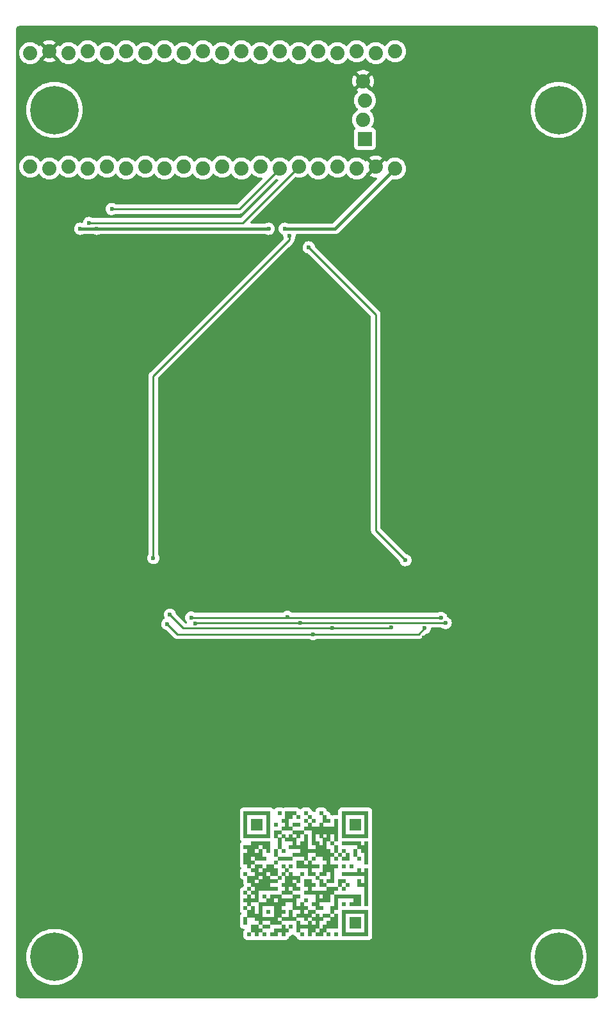
<source format=gbr>
%TF.GenerationSoftware,KiCad,Pcbnew,(6.0.4)*%
%TF.CreationDate,2022-08-26T16:16:49-04:00*%
%TF.ProjectId,Prototype Numpad,50726f74-6f74-4797-9065-204e756d7061,rev?*%
%TF.SameCoordinates,Original*%
%TF.FileFunction,Copper,L2,Bot*%
%TF.FilePolarity,Positive*%
%FSLAX46Y46*%
G04 Gerber Fmt 4.6, Leading zero omitted, Abs format (unit mm)*
G04 Created by KiCad (PCBNEW (6.0.4)) date 2022-08-26 16:16:49*
%MOMM*%
%LPD*%
G01*
G04 APERTURE LIST*
%TA.AperFunction,ComponentPad*%
%ADD10C,6.400000*%
%TD*%
%TA.AperFunction,ComponentPad*%
%ADD11C,1.879600*%
%TD*%
%TA.AperFunction,ComponentPad*%
%ADD12R,1.879600X1.879600*%
%TD*%
%TA.AperFunction,SMDPad,CuDef*%
%ADD13R,0.500000X0.500000*%
%TD*%
%TA.AperFunction,ViaPad*%
%ADD14C,0.600000*%
%TD*%
%TA.AperFunction,ViaPad*%
%ADD15C,0.800000*%
%TD*%
%TA.AperFunction,Conductor*%
%ADD16C,0.250000*%
%TD*%
%TA.AperFunction,Conductor*%
%ADD17C,0.400000*%
%TD*%
G04 APERTURE END LIST*
D10*
%TO.P,H4,1*%
%TO.N,N/C*%
X257175000Y-147637500D03*
%TD*%
%TO.P,H3,1*%
%TO.N,N/C*%
X323850000Y-147637500D03*
%TD*%
D11*
%TO.P,U1,1,PB12*%
%TO.N,SELECT2*%
X253950000Y-155130500D03*
%TO.P,U1,2,PB13*%
%TO.N,PB13_SCK2*%
X256490000Y-155384500D03*
%TO.P,U1,3,PB14*%
%TO.N,PB14_MISO2*%
X259030000Y-155130500D03*
%TO.P,U1,4,PB15*%
%TO.N,PB15_MOSI2*%
X261570000Y-155384500D03*
%TO.P,U1,5,PA8*%
%TO.N,PA8_DISP_DATA*%
X264110000Y-155130500D03*
%TO.P,U1,6,PA9*%
%TO.N,USART1_TX*%
X266650000Y-155384500D03*
%TO.P,U1,7,PA10*%
%TO.N,USART1_RX*%
X269190000Y-155130500D03*
%TO.P,U1,8,PA11*%
%TO.N,USB_D-*%
X271730000Y-155384500D03*
%TO.P,U1,9,PA12*%
%TO.N,USB_D+*%
X274270000Y-155130500D03*
%TO.P,U1,10,PA15*%
%TO.N,SELECT3*%
X276810000Y-155384500D03*
%TO.P,U1,11,PB3*%
%TO.N,PB3_DISP_SCK*%
X279350000Y-155130500D03*
%TO.P,U1,12,PB4*%
%TO.N,PB4_DISP_CS*%
X281890000Y-155384500D03*
%TO.P,U1,13,PB5*%
%TO.N,RGBLED*%
X284430000Y-155130500D03*
%TO.P,U1,14,PB6*%
%TO.N,PB6_SCL1*%
X286970000Y-155384500D03*
%TO.P,U1,15,PB7*%
%TO.N,PB7_SDA1*%
X289510000Y-155130500D03*
%TO.P,U1,16,PB8*%
%TO.N,SELECT1*%
X292050000Y-155384500D03*
%TO.P,U1,17,PB9*%
%TO.N,FLASH_CS*%
X294590000Y-155130500D03*
%TO.P,U1,18,5V*%
%TO.N,unconnected-(U1-Pad18)*%
X297130000Y-155384500D03*
%TO.P,U1,19,GND*%
%TO.N,GND*%
X299670000Y-155130500D03*
%TO.P,U1,20,3V3*%
%TO.N,+3.3V_QWIIC*%
X302210000Y-155384500D03*
%TO.P,U1,21,VBAT*%
%TO.N,unconnected-(U1-Pad21)*%
X302210000Y-139890500D03*
%TO.P,U1,22,PC13*%
%TO.N,unconnected-(U1-Pad22)*%
X299670000Y-140144500D03*
%TO.P,U1,23,PC14*%
%TO.N,SELECT0*%
X297130000Y-139890500D03*
%TO.P,U1,24,PC15*%
%TO.N,unconnected-(U1-Pad24)*%
X294590000Y-140144500D03*
%TO.P,U1,25,~{RESET}*%
%TO.N,NRST*%
X292050000Y-139890500D03*
%TO.P,U1,26,PA0*%
%TO.N,AM0*%
X289510000Y-140144500D03*
%TO.P,U1,27,PA1*%
%TO.N,AM1*%
X286970000Y-139890500D03*
%TO.P,U1,28,PA2*%
%TO.N,AM2*%
X284430000Y-140144500D03*
%TO.P,U1,29,PA3*%
%TO.N,AM3*%
X281890000Y-139890500D03*
%TO.P,U1,30,PA4*%
%TO.N,AM4*%
X279350000Y-140144500D03*
%TO.P,U1,31,PA5*%
%TO.N,PA5_SCK1*%
X276810000Y-139890500D03*
%TO.P,U1,32,PA6*%
%TO.N,PA6_MISO1*%
X274270000Y-140144500D03*
%TO.P,U1,33,PA7*%
%TO.N,PA7_MOSI1*%
X271730000Y-139890500D03*
%TO.P,U1,34,PB0*%
%TO.N,PB0_ADC8*%
X269190000Y-140144500D03*
%TO.P,U1,35,PB1*%
%TO.N,PB1_ADC9_BUZZ*%
X266650000Y-139890500D03*
%TO.P,U1,36,PB2*%
%TO.N,unconnected-(U1-Pad36)*%
X264110000Y-140144500D03*
%TO.P,U1,37,PB10*%
%TO.N,PWR_SENSE*%
X261570000Y-139890500D03*
%TO.P,U1,38,3V3*%
%TO.N,unconnected-(U1-Pad38)*%
X259030000Y-140144500D03*
%TO.P,U1,39,GND*%
%TO.N,GND*%
X256490000Y-139890500D03*
%TO.P,U1,40,5V*%
%TO.N,+5V*%
X253950000Y-140144500D03*
D12*
%TO.P,U1,41,3.3V*%
%TO.N,SWD_3.3V*%
X298227000Y-151447500D03*
D11*
%TO.P,U1,42,SWDIO*%
%TO.N,SWDIO*%
X297973000Y-148907500D03*
%TO.P,U1,43,SWSCK*%
%TO.N,SWCLK*%
X298227000Y-146367500D03*
%TO.P,U1,44,GND*%
%TO.N,GND*%
X297973000Y-143827500D03*
%TD*%
D10*
%TO.P,H1,1*%
%TO.N,N/C*%
X257175000Y-259556250D03*
%TD*%
%TO.P,H2,1*%
%TO.N,N/C*%
X323850000Y-259556250D03*
%TD*%
D13*
%TO.P,QR\u002A\u002A\u002A\u002A\u002A,*%
%TO.N,*%
X292940000Y-256070000D03*
X283940000Y-249070000D03*
X297440000Y-254570000D03*
X294440000Y-254070000D03*
X289440000Y-243070000D03*
X284940000Y-250570000D03*
X290940000Y-256070000D03*
X297440000Y-242570000D03*
X283940000Y-246570000D03*
X293940000Y-253070000D03*
X283940000Y-242070000D03*
X288440000Y-255570000D03*
X284440000Y-254570000D03*
X285440000Y-243570000D03*
X285440000Y-250070000D03*
X295440000Y-247570000D03*
X284940000Y-246570000D03*
X292440000Y-246070000D03*
X284940000Y-251570000D03*
X293940000Y-253570000D03*
X289440000Y-247070000D03*
X297440000Y-248070000D03*
X282940000Y-247570000D03*
X297440000Y-252070000D03*
X297940000Y-245070000D03*
X296440000Y-247570000D03*
X298440000Y-245570000D03*
X286940000Y-240570000D03*
X282440000Y-247070000D03*
X283440000Y-248070000D03*
X295440000Y-243570000D03*
X295440000Y-255070000D03*
X283440000Y-250070000D03*
X287440000Y-254570000D03*
X297440000Y-240570000D03*
X296940000Y-253570000D03*
X284940000Y-249070000D03*
X292440000Y-251070000D03*
X292940000Y-252070000D03*
X296440000Y-256570000D03*
X282940000Y-254070000D03*
X292440000Y-256570000D03*
X294440000Y-253070000D03*
X296940000Y-252570000D03*
X292940000Y-250070000D03*
X283940000Y-247570000D03*
X287940000Y-248070000D03*
X285440000Y-245070000D03*
X288940000Y-240570000D03*
X295940000Y-251570000D03*
X292940000Y-248070000D03*
X283940000Y-240570000D03*
X282940000Y-240570000D03*
X291440000Y-243570000D03*
X296440000Y-242570000D03*
X291940000Y-252070000D03*
X288440000Y-251070000D03*
X287440000Y-253570000D03*
X284440000Y-253570000D03*
X296940000Y-254570000D03*
X283940000Y-242570000D03*
X286440000Y-248570000D03*
X286440000Y-254570000D03*
X292940000Y-245070000D03*
X290940000Y-247070000D03*
X293940000Y-255070000D03*
X286940000Y-256070000D03*
X295440000Y-245570000D03*
X287440000Y-247570000D03*
X284440000Y-250570000D03*
X288940000Y-251570000D03*
X290440000Y-254070000D03*
X283940000Y-248070000D03*
X289440000Y-253070000D03*
X291440000Y-244070000D03*
X290440000Y-241570000D03*
X286940000Y-249070000D03*
X298440000Y-250570000D03*
X291940000Y-254570000D03*
X285440000Y-242070000D03*
X293440000Y-248070000D03*
X284440000Y-253070000D03*
X282440000Y-255070000D03*
X284440000Y-249570000D03*
X295440000Y-254070000D03*
X283440000Y-249570000D03*
X289440000Y-249570000D03*
X282940000Y-249070000D03*
X283440000Y-245070000D03*
X298440000Y-249070000D03*
X285440000Y-249570000D03*
X286440000Y-242070000D03*
X296440000Y-252570000D03*
X282440000Y-245070000D03*
X296440000Y-244570000D03*
X290940000Y-255570000D03*
X285440000Y-253570000D03*
X298440000Y-253570000D03*
X286940000Y-244070000D03*
X287940000Y-241570000D03*
X282940000Y-246570000D03*
X293940000Y-242570000D03*
X284440000Y-241570000D03*
X293440000Y-244070000D03*
X286940000Y-254070000D03*
X285940000Y-254570000D03*
X293940000Y-251070000D03*
X295940000Y-256570000D03*
X298440000Y-244570000D03*
X286940000Y-245070000D03*
X283940000Y-248570000D03*
X298440000Y-243570000D03*
X284940000Y-244570000D03*
X291440000Y-245570000D03*
X284440000Y-245570000D03*
X296940000Y-245570000D03*
X284440000Y-252570000D03*
X286940000Y-252070000D03*
X285440000Y-249070000D03*
X297440000Y-246570000D03*
X283940000Y-252070000D03*
X282440000Y-251070000D03*
X285940000Y-251570000D03*
X297440000Y-252570000D03*
X286440000Y-246070000D03*
X289940000Y-245070000D03*
X282440000Y-242070000D03*
X291940000Y-245070000D03*
X287440000Y-252070000D03*
X287940000Y-256070000D03*
X285440000Y-244570000D03*
X284440000Y-255070000D03*
X294440000Y-243070000D03*
X286940000Y-246570000D03*
X285440000Y-248070000D03*
X283940000Y-250570000D03*
X297440000Y-249570000D03*
X295940000Y-243570000D03*
X282940000Y-245070000D03*
X284940000Y-254570000D03*
X298440000Y-251570000D03*
X288440000Y-254570000D03*
X287940000Y-242070000D03*
X292940000Y-251570000D03*
X291440000Y-250070000D03*
X297940000Y-248570000D03*
X298440000Y-245070000D03*
X288940000Y-249070000D03*
X295440000Y-242070000D03*
X283440000Y-244570000D03*
X292440000Y-242570000D03*
X290440000Y-240570000D03*
X286940000Y-253570000D03*
X283440000Y-249070000D03*
X298440000Y-248070000D03*
X290940000Y-250570000D03*
X283940000Y-256070000D03*
X285440000Y-254570000D03*
X296440000Y-251570000D03*
X283440000Y-242570000D03*
X288440000Y-240570000D03*
X295440000Y-255570000D03*
X290940000Y-241070000D03*
X286940000Y-244570000D03*
X295440000Y-241570000D03*
X291940000Y-251570000D03*
X287440000Y-241570000D03*
X284440000Y-243570000D03*
X282440000Y-254570000D03*
X295440000Y-240570000D03*
X294440000Y-256570000D03*
X285940000Y-256570000D03*
X285940000Y-255070000D03*
X289940000Y-255570000D03*
X282940000Y-249570000D03*
X296440000Y-240570000D03*
X295440000Y-243070000D03*
X289440000Y-256070000D03*
X286440000Y-247070000D03*
X289940000Y-248570000D03*
X293940000Y-243070000D03*
X291940000Y-256570000D03*
X282440000Y-248570000D03*
X294440000Y-252070000D03*
X290940000Y-253570000D03*
X284940000Y-240570000D03*
X283940000Y-245070000D03*
X283940000Y-256570000D03*
X284440000Y-254070000D03*
X290440000Y-244070000D03*
X296940000Y-242570000D03*
X297440000Y-242070000D03*
X286940000Y-253070000D03*
X292440000Y-249570000D03*
X289440000Y-242070000D03*
X292940000Y-244570000D03*
X282940000Y-253570000D03*
X293940000Y-248070000D03*
X288440000Y-249070000D03*
X287940000Y-254570000D03*
X294440000Y-251570000D03*
X285440000Y-241570000D03*
X290440000Y-246570000D03*
X290440000Y-249570000D03*
X287440000Y-252570000D03*
X298440000Y-242070000D03*
X295440000Y-256570000D03*
X296940000Y-248570000D03*
X295440000Y-250570000D03*
X282440000Y-246570000D03*
X283940000Y-251070000D03*
X282440000Y-241070000D03*
X283440000Y-247070000D03*
X296440000Y-254570000D03*
X297440000Y-250070000D03*
X285440000Y-241070000D03*
X285440000Y-247570000D03*
X290440000Y-242570000D03*
X290940000Y-255070000D03*
X283940000Y-246070000D03*
X285940000Y-248070000D03*
X292940000Y-243070000D03*
X286940000Y-251570000D03*
X296440000Y-253570000D03*
X293440000Y-256570000D03*
X291440000Y-253570000D03*
X291940000Y-245570000D03*
X292440000Y-245070000D03*
X296440000Y-241570000D03*
X282440000Y-253070000D03*
X287940000Y-244070000D03*
X298440000Y-250070000D03*
X287940000Y-249070000D03*
X296940000Y-240570000D03*
X290440000Y-245070000D03*
X291440000Y-252570000D03*
X291440000Y-241570000D03*
X286440000Y-255070000D03*
X286440000Y-252570000D03*
X289940000Y-245570000D03*
X285440000Y-242570000D03*
X285940000Y-247570000D03*
X291440000Y-255570000D03*
X290940000Y-242070000D03*
X285440000Y-243070000D03*
X291440000Y-251070000D03*
X289440000Y-246070000D03*
X290440000Y-251070000D03*
X289940000Y-243070000D03*
X287940000Y-250570000D03*
X288940000Y-242070000D03*
X287940000Y-242570000D03*
X289940000Y-253070000D03*
X286440000Y-253070000D03*
X284440000Y-247570000D03*
X290440000Y-252070000D03*
X297940000Y-256570000D03*
X297440000Y-255070000D03*
X288940000Y-244570000D03*
X291440000Y-247570000D03*
X288440000Y-242570000D03*
X293440000Y-247070000D03*
X283440000Y-253070000D03*
X290440000Y-254570000D03*
X292940000Y-246070000D03*
X290440000Y-253070000D03*
X292440000Y-243570000D03*
X294440000Y-252570000D03*
X283440000Y-243570000D03*
X295440000Y-252570000D03*
X282440000Y-242570000D03*
X295440000Y-254570000D03*
X289940000Y-247570000D03*
X296440000Y-242070000D03*
X283940000Y-254070000D03*
X293440000Y-243070000D03*
X295940000Y-240570000D03*
X291940000Y-249070000D03*
X294440000Y-247570000D03*
X285940000Y-252070000D03*
X296440000Y-248570000D03*
X289940000Y-253570000D03*
X284440000Y-256070000D03*
X292940000Y-254070000D03*
X283940000Y-255570000D03*
X288440000Y-252070000D03*
X297440000Y-251570000D03*
X298440000Y-241070000D03*
X284940000Y-252570000D03*
X283440000Y-251070000D03*
X282440000Y-252070000D03*
X286440000Y-249570000D03*
X295940000Y-250070000D03*
X288940000Y-253070000D03*
X285940000Y-250570000D03*
X298440000Y-242570000D03*
X291940000Y-251070000D03*
X286940000Y-252570000D03*
X292940000Y-245570000D03*
X284940000Y-255570000D03*
X288440000Y-254070000D03*
X292940000Y-241070000D03*
X293440000Y-245570000D03*
X287440000Y-248570000D03*
X290940000Y-250070000D03*
X287440000Y-246570000D03*
X297440000Y-253570000D03*
X292440000Y-254570000D03*
X292940000Y-246570000D03*
X287440000Y-242570000D03*
X298440000Y-252070000D03*
X282440000Y-246070000D03*
X292440000Y-256070000D03*
X282940000Y-256570000D03*
X295940000Y-246070000D03*
X289440000Y-255570000D03*
X290440000Y-245570000D03*
X292440000Y-252070000D03*
X296940000Y-256570000D03*
X298440000Y-246070000D03*
X292940000Y-242570000D03*
X291940000Y-244570000D03*
X293940000Y-247570000D03*
X284940000Y-245070000D03*
X288440000Y-243570000D03*
X283940000Y-250070000D03*
X297940000Y-250070000D03*
X294440000Y-250570000D03*
X289940000Y-254070000D03*
X294440000Y-246570000D03*
X293940000Y-246070000D03*
X291440000Y-246570000D03*
X289440000Y-251570000D03*
X290940000Y-254070000D03*
X289440000Y-247570000D03*
X291440000Y-248570000D03*
X292440000Y-245570000D03*
X289940000Y-244570000D03*
X296940000Y-255570000D03*
X282940000Y-246070000D03*
X287440000Y-255570000D03*
X298440000Y-255570000D03*
X297940000Y-245570000D03*
X284440000Y-246070000D03*
X287440000Y-251070000D03*
X288440000Y-244070000D03*
X283440000Y-256070000D03*
X298440000Y-251070000D03*
X285940000Y-248570000D03*
X284440000Y-250070000D03*
X288440000Y-245070000D03*
X286440000Y-254070000D03*
X297440000Y-255570000D03*
X284440000Y-242570000D03*
X283440000Y-253570000D03*
X292940000Y-248570000D03*
X293440000Y-251570000D03*
X294440000Y-242570000D03*
X294440000Y-242070000D03*
X290440000Y-255570000D03*
X298440000Y-241570000D03*
X285440000Y-252570000D03*
X284940000Y-249570000D03*
X291940000Y-255070000D03*
X289940000Y-246070000D03*
X287940000Y-240570000D03*
X288440000Y-247570000D03*
X295440000Y-248570000D03*
X298440000Y-256570000D03*
X292940000Y-255570000D03*
X292940000Y-251070000D03*
X290940000Y-248570000D03*
X283940000Y-243570000D03*
X298440000Y-249570000D03*
X291940000Y-243070000D03*
X294440000Y-254570000D03*
X282940000Y-247070000D03*
X293440000Y-251070000D03*
X284440000Y-248570000D03*
X296940000Y-252070000D03*
X295440000Y-251570000D03*
X290940000Y-248070000D03*
X296440000Y-243570000D03*
X296440000Y-255570000D03*
X283440000Y-246070000D03*
X293440000Y-250570000D03*
X284940000Y-248070000D03*
X295940000Y-246570000D03*
X290440000Y-246070000D03*
X287440000Y-256570000D03*
X293440000Y-241570000D03*
X289440000Y-245070000D03*
X287440000Y-243570000D03*
X288940000Y-250070000D03*
X289440000Y-250570000D03*
X295940000Y-244570000D03*
X291440000Y-254570000D03*
X287940000Y-252070000D03*
X293940000Y-244570000D03*
X284940000Y-248570000D03*
X293940000Y-249570000D03*
X291940000Y-253070000D03*
X294940000Y-249570000D03*
X286440000Y-250570000D03*
X288940000Y-245070000D03*
X293440000Y-243570000D03*
X290440000Y-244570000D03*
X297940000Y-240570000D03*
X286440000Y-256570000D03*
X285940000Y-252570000D03*
X293440000Y-252070000D03*
X292440000Y-243070000D03*
X291440000Y-256070000D03*
X290440000Y-247570000D03*
X285440000Y-240570000D03*
X289440000Y-254070000D03*
X296940000Y-246070000D03*
X294440000Y-255570000D03*
X282440000Y-243570000D03*
X282940000Y-250570000D03*
X288440000Y-250070000D03*
X284440000Y-246570000D03*
X298440000Y-246570000D03*
X288440000Y-246570000D03*
X297440000Y-244570000D03*
X286440000Y-256070000D03*
X285940000Y-249570000D03*
X282440000Y-240570000D03*
X293940000Y-254570000D03*
X293440000Y-249570000D03*
X298440000Y-252570000D03*
X298440000Y-240570000D03*
X289440000Y-249070000D03*
X292440000Y-250070000D03*
X293440000Y-242570000D03*
X296940000Y-243570000D03*
X282940000Y-243570000D03*
X290440000Y-250070000D03*
X298440000Y-256070000D03*
X283940000Y-254570000D03*
X284440000Y-242070000D03*
X284940000Y-256570000D03*
X291940000Y-255570000D03*
X295440000Y-246570000D03*
X283440000Y-254070000D03*
X292940000Y-247570000D03*
X293440000Y-247570000D03*
X293440000Y-246070000D03*
X285440000Y-255570000D03*
X298440000Y-243070000D03*
X298440000Y-255070000D03*
X291940000Y-246070000D03*
X288940000Y-252570000D03*
X296940000Y-242070000D03*
X294440000Y-245070000D03*
X282440000Y-243070000D03*
X283440000Y-245570000D03*
X288940000Y-254570000D03*
X295440000Y-242570000D03*
X292440000Y-240570000D03*
X296440000Y-255070000D03*
X294440000Y-255070000D03*
X298440000Y-254570000D03*
X295440000Y-256070000D03*
X287940000Y-251070000D03*
X289440000Y-241070000D03*
X291440000Y-242570000D03*
X295440000Y-244570000D03*
X297440000Y-243570000D03*
X293440000Y-255570000D03*
X291440000Y-243070000D03*
X292940000Y-241570000D03*
X283440000Y-241570000D03*
X287940000Y-249570000D03*
X288440000Y-248570000D03*
X291940000Y-254070000D03*
X293440000Y-255070000D03*
X289440000Y-243570000D03*
X288940000Y-250570000D03*
X288940000Y-246070000D03*
X282440000Y-241570000D03*
X287940000Y-246570000D03*
X296940000Y-244570000D03*
X290940000Y-242570000D03*
X292940000Y-244070000D03*
X285440000Y-252070000D03*
X294440000Y-245570000D03*
X291940000Y-247570000D03*
X295440000Y-249570000D03*
X294940000Y-251570000D03*
X288440000Y-241070000D03*
X284440000Y-240570000D03*
X288940000Y-243070000D03*
X298440000Y-248570000D03*
X296940000Y-255070000D03*
X286440000Y-248070000D03*
X291940000Y-252570000D03*
X284440000Y-244570000D03*
X283940000Y-241570000D03*
X294940000Y-250070000D03*
X297440000Y-248570000D03*
X296940000Y-251570000D03*
X294440000Y-244070000D03*
X289940000Y-256570000D03*
X296940000Y-241570000D03*
X283440000Y-252070000D03*
X290940000Y-256570000D03*
X282940000Y-245570000D03*
X298440000Y-247070000D03*
X293440000Y-254070000D03*
X293940000Y-250570000D03*
X297940000Y-243570000D03*
X290940000Y-247570000D03*
X289940000Y-252570000D03*
X290940000Y-249570000D03*
X282940000Y-252570000D03*
X286440000Y-253570000D03*
X288440000Y-249570000D03*
X286440000Y-243070000D03*
X287440000Y-250070000D03*
X297440000Y-245070000D03*
X288940000Y-244070000D03*
X293940000Y-248570000D03*
X286940000Y-255070000D03*
X286940000Y-243070000D03*
X286440000Y-251570000D03*
X287940000Y-241070000D03*
X282940000Y-251570000D03*
X284940000Y-243570000D03*
X295440000Y-241070000D03*
X290440000Y-243570000D03*
X294440000Y-241570000D03*
X297440000Y-256570000D03*
X285440000Y-250570000D03*
X290940000Y-245570000D03*
X298440000Y-254070000D03*
X286440000Y-243570000D03*
X286440000Y-245570000D03*
X290940000Y-251070000D03*
X287440000Y-256070000D03*
X295940000Y-248570000D03*
X287440000Y-245570000D03*
X293940000Y-249070000D03*
X291940000Y-242570000D03*
X283440000Y-242070000D03*
X283440000Y-240570000D03*
X293940000Y-255570000D03*
X297940000Y-253570000D03*
X285440000Y-245570000D03*
X284940000Y-250070000D03*
X289940000Y-247070000D03*
X283940000Y-251570000D03*
X289440000Y-255070000D03*
X292440000Y-248570000D03*
X297440000Y-241570000D03*
X292440000Y-242070000D03*
X288440000Y-253570000D03*
X293440000Y-246570000D03*
X295440000Y-253570000D03*
X294440000Y-243570000D03*
X283940000Y-244570000D03*
X287940000Y-250070000D03*
X282940000Y-252070000D03*
X288940000Y-252070000D03*
X294940000Y-246070000D03*
X292440000Y-253070000D03*
X291440000Y-244570000D03*
X283440000Y-255570000D03*
X295940000Y-253570000D03*
%TD*%
D14*
%TO.N,AM0*%
X290800000Y-165800000D03*
X303590000Y-207120000D03*
%TO.N,SELECT0*%
X301700000Y-216034500D03*
X293900000Y-216075500D03*
X272438411Y-214331589D03*
%TO.N,SELECT1*%
X306140000Y-216090000D03*
X291400000Y-216900000D03*
X272090000Y-215560000D03*
D15*
%TO.N,GND*%
X315280000Y-145475002D03*
D14*
X286340000Y-202890000D03*
X263040000Y-236850826D03*
X307020000Y-211090000D03*
X303910000Y-197170000D03*
X282375000Y-221800000D03*
X302630000Y-223010000D03*
X280134174Y-239665826D03*
X284905000Y-179075000D03*
X265855000Y-179125000D03*
X270240000Y-217140000D03*
X302629174Y-242229174D03*
X302629174Y-260999174D03*
X258975000Y-166189020D03*
X303980000Y-178570000D03*
X286940000Y-164410000D03*
X322990000Y-207480000D03*
X261440000Y-164500000D03*
X265910000Y-197940000D03*
X274000000Y-211610000D03*
X274057087Y-260997087D03*
X306010000Y-217380000D03*
X321680000Y-251900000D03*
X263075000Y-217825000D03*
X323060000Y-178730000D03*
%TO.N,SELECT3*%
X275810000Y-215490000D03*
X289720000Y-215415500D03*
X308900000Y-215420000D03*
%TO.N,SELECT2*%
X275260000Y-214720000D03*
X287960000Y-214630000D03*
X308310000Y-214750000D03*
%TO.N,AM1*%
X270240000Y-206850000D03*
X288250000Y-164250000D03*
%TO.N,PB7_SDA1*%
X261750000Y-162575000D03*
%TO.N,PB6_SCL1*%
X264750000Y-160725000D03*
%TO.N,+3.3V_QWIIC*%
X262760000Y-163340000D03*
X287621189Y-163340000D03*
X285500000Y-163340000D03*
X260575000Y-163340000D03*
%TD*%
D16*
%TO.N,AM0*%
X299660000Y-203190000D02*
X303590000Y-207120000D01*
X290800000Y-165800000D02*
X299660000Y-174660000D01*
X299660000Y-174660000D02*
X299660000Y-203190000D01*
%TO.N,SELECT0*%
X276068682Y-216114511D02*
X274221333Y-216114511D01*
X274221333Y-216114511D02*
X272438411Y-214331589D01*
X301634500Y-216100000D02*
X301700000Y-216034500D01*
X276083193Y-216100000D02*
X276068682Y-216114511D01*
X293900000Y-216075500D02*
X293875500Y-216100000D01*
X293875500Y-216100000D02*
X276083193Y-216100000D01*
X293900000Y-216075500D02*
X293924500Y-216100000D01*
X293924500Y-216100000D02*
X301634500Y-216100000D01*
%TO.N,SELECT1*%
X272090000Y-215570000D02*
X272090000Y-215560000D01*
X273420000Y-216900000D02*
X272090000Y-215570000D01*
X305330000Y-216900000D02*
X306140000Y-216090000D01*
X291400000Y-216900000D02*
X273420000Y-216900000D01*
X291400000Y-216900000D02*
X305330000Y-216900000D01*
%TO.N,SELECT3*%
X275884511Y-215415489D02*
X275810000Y-215490000D01*
X289719989Y-215415489D02*
X275884511Y-215415489D01*
X308890000Y-215410000D02*
X308900000Y-215420000D01*
X289725500Y-215410000D02*
X308890000Y-215410000D01*
X289720000Y-215415500D02*
X289719989Y-215415489D01*
X289720000Y-215415500D02*
X289725500Y-215410000D01*
%TO.N,SELECT2*%
X308280000Y-214720000D02*
X308310000Y-214750000D01*
X287870000Y-214720000D02*
X275260000Y-214720000D01*
X287960000Y-214630000D02*
X287870000Y-214720000D01*
X288050000Y-214720000D02*
X308280000Y-214720000D01*
X287960000Y-214630000D02*
X288050000Y-214720000D01*
%TO.N,AM1*%
X288250000Y-164790000D02*
X270240000Y-182800000D01*
X288250000Y-164250000D02*
X288250000Y-164790000D01*
X270240000Y-182800000D02*
X270240000Y-206850000D01*
%TO.N,PB7_SDA1*%
X282065500Y-162575000D02*
X289510000Y-155130500D01*
X261750000Y-162575000D02*
X282065500Y-162575000D01*
%TO.N,PB6_SCL1*%
X264750000Y-160725000D02*
X281629500Y-160725000D01*
X281629500Y-160725000D02*
X286970000Y-155384500D01*
D17*
%TO.N,+3.3V_QWIIC*%
X262760000Y-163340000D02*
X285500000Y-163340000D01*
X260575000Y-163340000D02*
X262760000Y-163340000D01*
X294254500Y-163340000D02*
X302210000Y-155384500D01*
X287621189Y-163340000D02*
X294254500Y-163340000D01*
%TD*%
%TA.AperFunction,Conductor*%
%TO.N,GND*%
G36*
X328570018Y-136510000D02*
G01*
X328584852Y-136512310D01*
X328584855Y-136512310D01*
X328593724Y-136513691D01*
X328602626Y-136512527D01*
X328602750Y-136512511D01*
X328633192Y-136512240D01*
X328640621Y-136513077D01*
X328695264Y-136519234D01*
X328722771Y-136525513D01*
X328799853Y-136552485D01*
X328825274Y-136564727D01*
X328894426Y-136608178D01*
X328916485Y-136625770D01*
X328974230Y-136683515D01*
X328991822Y-136705574D01*
X329035273Y-136774726D01*
X329047515Y-136800147D01*
X329074487Y-136877228D01*
X329080766Y-136904736D01*
X329087018Y-136960226D01*
X329086923Y-136975868D01*
X329087800Y-136975879D01*
X329087690Y-136984851D01*
X329086309Y-136993724D01*
X329087473Y-137002626D01*
X329087473Y-137002628D01*
X329090436Y-137025283D01*
X329091500Y-137041621D01*
X329091500Y-264450633D01*
X329090000Y-264470018D01*
X329086309Y-264493724D01*
X329087473Y-264502626D01*
X329087489Y-264502750D01*
X329087760Y-264533192D01*
X329085430Y-264553870D01*
X329080766Y-264595264D01*
X329074487Y-264622771D01*
X329047515Y-264699853D01*
X329035273Y-264725274D01*
X328991822Y-264794426D01*
X328974230Y-264816485D01*
X328916485Y-264874230D01*
X328894426Y-264891822D01*
X328825274Y-264935273D01*
X328799853Y-264947515D01*
X328722772Y-264974487D01*
X328695264Y-264980766D01*
X328639774Y-264987018D01*
X328624132Y-264986923D01*
X328624121Y-264987800D01*
X328615149Y-264987690D01*
X328606276Y-264986309D01*
X328597374Y-264987473D01*
X328597372Y-264987473D01*
X328586385Y-264988910D01*
X328574714Y-264990436D01*
X328558379Y-264991500D01*
X252649367Y-264991500D01*
X252629982Y-264990000D01*
X252615148Y-264987690D01*
X252615145Y-264987690D01*
X252606276Y-264986309D01*
X252597374Y-264987473D01*
X252597250Y-264987489D01*
X252566808Y-264987760D01*
X252546130Y-264985430D01*
X252504736Y-264980766D01*
X252477229Y-264974487D01*
X252400147Y-264947515D01*
X252374726Y-264935273D01*
X252305574Y-264891822D01*
X252283515Y-264874230D01*
X252225770Y-264816485D01*
X252208178Y-264794426D01*
X252164727Y-264725274D01*
X252152485Y-264699853D01*
X252125513Y-264622772D01*
X252119234Y-264595266D01*
X252113170Y-264541451D01*
X252112888Y-264516640D01*
X252113576Y-264512552D01*
X252113729Y-264500000D01*
X252109773Y-264472376D01*
X252108500Y-264454514D01*
X252108500Y-259556250D01*
X253461411Y-259556250D01*
X253481754Y-259944426D01*
X253542562Y-260328349D01*
X253643167Y-260703812D01*
X253782468Y-261066703D01*
X253958938Y-261413044D01*
X254170643Y-261739043D01*
X254415266Y-262041126D01*
X254690124Y-262315984D01*
X254992207Y-262560607D01*
X255318205Y-262772312D01*
X255321139Y-262773807D01*
X255321146Y-262773811D01*
X255661607Y-262947284D01*
X255664547Y-262948782D01*
X256027438Y-263088083D01*
X256402901Y-263188688D01*
X256606793Y-263220982D01*
X256783576Y-263248982D01*
X256783584Y-263248983D01*
X256786824Y-263249496D01*
X257175000Y-263269839D01*
X257563176Y-263249496D01*
X257566416Y-263248983D01*
X257566424Y-263248982D01*
X257743207Y-263220982D01*
X257947099Y-263188688D01*
X258322562Y-263088083D01*
X258685453Y-262948782D01*
X258688393Y-262947284D01*
X259028854Y-262773811D01*
X259028861Y-262773807D01*
X259031795Y-262772312D01*
X259357793Y-262560607D01*
X259659876Y-262315984D01*
X259934734Y-262041126D01*
X260179357Y-261739043D01*
X260391062Y-261413044D01*
X260567532Y-261066703D01*
X260706833Y-260703812D01*
X260807438Y-260328349D01*
X260868246Y-259944426D01*
X260888589Y-259556250D01*
X320136411Y-259556250D01*
X320156754Y-259944426D01*
X320217562Y-260328349D01*
X320318167Y-260703812D01*
X320457468Y-261066703D01*
X320633938Y-261413044D01*
X320845643Y-261739043D01*
X321090266Y-262041126D01*
X321365124Y-262315984D01*
X321667207Y-262560607D01*
X321993205Y-262772312D01*
X321996139Y-262773807D01*
X321996146Y-262773811D01*
X322336607Y-262947284D01*
X322339547Y-262948782D01*
X322702438Y-263088083D01*
X323077901Y-263188688D01*
X323281793Y-263220982D01*
X323458576Y-263248982D01*
X323458584Y-263248983D01*
X323461824Y-263249496D01*
X323850000Y-263269839D01*
X324238176Y-263249496D01*
X324241416Y-263248983D01*
X324241424Y-263248982D01*
X324418207Y-263220982D01*
X324622099Y-263188688D01*
X324997562Y-263088083D01*
X325360453Y-262948782D01*
X325363393Y-262947284D01*
X325703854Y-262773811D01*
X325703861Y-262773807D01*
X325706795Y-262772312D01*
X326032793Y-262560607D01*
X326334876Y-262315984D01*
X326609734Y-262041126D01*
X326854357Y-261739043D01*
X327066062Y-261413044D01*
X327242532Y-261066703D01*
X327381833Y-260703812D01*
X327482438Y-260328349D01*
X327543246Y-259944426D01*
X327563589Y-259556250D01*
X327543246Y-259168074D01*
X327482438Y-258784151D01*
X327381833Y-258408688D01*
X327242532Y-258045797D01*
X327066062Y-257699456D01*
X326854357Y-257373457D01*
X326700339Y-257183261D01*
X326611809Y-257073936D01*
X326611806Y-257073932D01*
X326609734Y-257071374D01*
X326334876Y-256796516D01*
X326306784Y-256773767D01*
X326183835Y-256674205D01*
X326032793Y-256551893D01*
X326030029Y-256550098D01*
X325709564Y-256341986D01*
X325709561Y-256341984D01*
X325706795Y-256340188D01*
X325703861Y-256338693D01*
X325703854Y-256338689D01*
X325363393Y-256165216D01*
X325360453Y-256163718D01*
X324997562Y-256024417D01*
X324622099Y-255923812D01*
X324418207Y-255891518D01*
X324241424Y-255863518D01*
X324241416Y-255863517D01*
X324238176Y-255863004D01*
X323850000Y-255842661D01*
X323461824Y-255863004D01*
X323458584Y-255863517D01*
X323458576Y-255863518D01*
X323281793Y-255891518D01*
X323077901Y-255923812D01*
X322702438Y-256024417D01*
X322339547Y-256163718D01*
X322336607Y-256165216D01*
X321996147Y-256338689D01*
X321996140Y-256338693D01*
X321993206Y-256340188D01*
X321667207Y-256551893D01*
X321516166Y-256674204D01*
X321393217Y-256773767D01*
X321365124Y-256796516D01*
X321090266Y-257071374D01*
X321088194Y-257073932D01*
X321088191Y-257073936D01*
X320999661Y-257183261D01*
X320845643Y-257373457D01*
X320633938Y-257699456D01*
X320457468Y-258045797D01*
X320318167Y-258408688D01*
X320217562Y-258784151D01*
X320156754Y-259168074D01*
X320136411Y-259556250D01*
X260888589Y-259556250D01*
X260868246Y-259168074D01*
X260807438Y-258784151D01*
X260706833Y-258408688D01*
X260567532Y-258045797D01*
X260391062Y-257699456D01*
X260179357Y-257373457D01*
X260025339Y-257183261D01*
X259936809Y-257073936D01*
X259936806Y-257073932D01*
X259934734Y-257071374D01*
X259659876Y-256796516D01*
X259631784Y-256773767D01*
X259508835Y-256674205D01*
X259357793Y-256551893D01*
X259355029Y-256550098D01*
X259034564Y-256341986D01*
X259034561Y-256341984D01*
X259031795Y-256340188D01*
X259028861Y-256338693D01*
X259028854Y-256338689D01*
X258688393Y-256165216D01*
X258685453Y-256163718D01*
X258322562Y-256024417D01*
X257947099Y-255923812D01*
X257743207Y-255891518D01*
X257566424Y-255863518D01*
X257566416Y-255863517D01*
X257563176Y-255863004D01*
X257175000Y-255842661D01*
X256786824Y-255863004D01*
X256783584Y-255863517D01*
X256783576Y-255863518D01*
X256606793Y-255891518D01*
X256402901Y-255923812D01*
X256027438Y-256024417D01*
X255664547Y-256163718D01*
X255661607Y-256165216D01*
X255321147Y-256338689D01*
X255321140Y-256338693D01*
X255318206Y-256340188D01*
X254992207Y-256551893D01*
X254841166Y-256674204D01*
X254718217Y-256773767D01*
X254690124Y-256796516D01*
X254415266Y-257071374D01*
X254413194Y-257073932D01*
X254413191Y-257073936D01*
X254324661Y-257183261D01*
X254170643Y-257373457D01*
X253958938Y-257699456D01*
X253782468Y-258045797D01*
X253643167Y-258408688D01*
X253542562Y-258784151D01*
X253481754Y-259168074D01*
X253461411Y-259556250D01*
X252108500Y-259556250D01*
X252108500Y-255368134D01*
X281681500Y-255368134D01*
X281688255Y-255430316D01*
X281739385Y-255566705D01*
X281826739Y-255683261D01*
X281943295Y-255770615D01*
X282079684Y-255821745D01*
X282141866Y-255828500D01*
X282170958Y-255828500D01*
X282239079Y-255848502D01*
X282285572Y-255902158D01*
X282295676Y-255972432D01*
X282271784Y-256030065D01*
X282239385Y-256073295D01*
X282188255Y-256209684D01*
X282181500Y-256271866D01*
X282181500Y-256868134D01*
X282188255Y-256930316D01*
X282239385Y-257066705D01*
X282326739Y-257183261D01*
X282443295Y-257270615D01*
X282579684Y-257321745D01*
X282641866Y-257328500D01*
X283238134Y-257328500D01*
X283300316Y-257321745D01*
X283307712Y-257318973D01*
X283307718Y-257318971D01*
X283395771Y-257285961D01*
X283466578Y-257280778D01*
X283484229Y-257285961D01*
X283572282Y-257318971D01*
X283572288Y-257318973D01*
X283579684Y-257321745D01*
X283641866Y-257328500D01*
X284238134Y-257328500D01*
X284300316Y-257321745D01*
X284307712Y-257318973D01*
X284307718Y-257318971D01*
X284395771Y-257285961D01*
X284466578Y-257280778D01*
X284484229Y-257285961D01*
X284572282Y-257318971D01*
X284572288Y-257318973D01*
X284579684Y-257321745D01*
X284641866Y-257328500D01*
X285238134Y-257328500D01*
X285300316Y-257321745D01*
X285307712Y-257318973D01*
X285307718Y-257318971D01*
X285395771Y-257285961D01*
X285466578Y-257280778D01*
X285484229Y-257285961D01*
X285572282Y-257318971D01*
X285572288Y-257318973D01*
X285579684Y-257321745D01*
X285641866Y-257328500D01*
X286738134Y-257328500D01*
X286800316Y-257321745D01*
X286807712Y-257318973D01*
X286807718Y-257318971D01*
X286895771Y-257285961D01*
X286966578Y-257280778D01*
X286984229Y-257285961D01*
X287072282Y-257318971D01*
X287072288Y-257318973D01*
X287079684Y-257321745D01*
X287141866Y-257328500D01*
X287738134Y-257328500D01*
X287800316Y-257321745D01*
X287936705Y-257270615D01*
X288053261Y-257183261D01*
X288140615Y-257066705D01*
X288191745Y-256930316D01*
X288192598Y-256922465D01*
X288193834Y-256917267D01*
X288229052Y-256855622D01*
X288287267Y-256823834D01*
X288292465Y-256822598D01*
X288300316Y-256821745D01*
X288436705Y-256770615D01*
X288553261Y-256683261D01*
X288589176Y-256635340D01*
X288646033Y-256592827D01*
X288716851Y-256587801D01*
X288779145Y-256621861D01*
X288790817Y-256635330D01*
X288826739Y-256683261D01*
X288943295Y-256770615D01*
X289079684Y-256821745D01*
X289087535Y-256822598D01*
X289092733Y-256823834D01*
X289154378Y-256859052D01*
X289186166Y-256917267D01*
X289187402Y-256922465D01*
X289188255Y-256930316D01*
X289239385Y-257066705D01*
X289326739Y-257183261D01*
X289443295Y-257270615D01*
X289579684Y-257321745D01*
X289641866Y-257328500D01*
X290238134Y-257328500D01*
X290300316Y-257321745D01*
X290307712Y-257318973D01*
X290307718Y-257318971D01*
X290395771Y-257285961D01*
X290466578Y-257280778D01*
X290484229Y-257285961D01*
X290572282Y-257318971D01*
X290572288Y-257318973D01*
X290579684Y-257321745D01*
X290641866Y-257328500D01*
X291238134Y-257328500D01*
X291300316Y-257321745D01*
X291307712Y-257318973D01*
X291307718Y-257318971D01*
X291395771Y-257285961D01*
X291466578Y-257280778D01*
X291484229Y-257285961D01*
X291572282Y-257318971D01*
X291572288Y-257318973D01*
X291579684Y-257321745D01*
X291641866Y-257328500D01*
X292738134Y-257328500D01*
X292800316Y-257321745D01*
X292807712Y-257318973D01*
X292807718Y-257318971D01*
X292895771Y-257285961D01*
X292966578Y-257280778D01*
X292984229Y-257285961D01*
X293072282Y-257318971D01*
X293072288Y-257318973D01*
X293079684Y-257321745D01*
X293141866Y-257328500D01*
X293738134Y-257328500D01*
X293800316Y-257321745D01*
X293807712Y-257318973D01*
X293807718Y-257318971D01*
X293895771Y-257285961D01*
X293966578Y-257280778D01*
X293984229Y-257285961D01*
X294072282Y-257318971D01*
X294072288Y-257318973D01*
X294079684Y-257321745D01*
X294141866Y-257328500D01*
X294738134Y-257328500D01*
X294800316Y-257321745D01*
X294807712Y-257318973D01*
X294807718Y-257318971D01*
X294895771Y-257285961D01*
X294966578Y-257280778D01*
X294984229Y-257285961D01*
X295072282Y-257318971D01*
X295072288Y-257318973D01*
X295079684Y-257321745D01*
X295141866Y-257328500D01*
X298738134Y-257328500D01*
X298800316Y-257321745D01*
X298936705Y-257270615D01*
X299053261Y-257183261D01*
X299140615Y-257066705D01*
X299191745Y-256930316D01*
X299198500Y-256868134D01*
X299198500Y-253271866D01*
X299191745Y-253209684D01*
X299188973Y-253202288D01*
X299188971Y-253202282D01*
X299155961Y-253114229D01*
X299150778Y-253043422D01*
X299155961Y-253025771D01*
X299188971Y-252937718D01*
X299188973Y-252937712D01*
X299191745Y-252930316D01*
X299198500Y-252868134D01*
X299198500Y-247771866D01*
X299191745Y-247709684D01*
X299188973Y-247702288D01*
X299188971Y-247702282D01*
X299155961Y-247614229D01*
X299150778Y-247543422D01*
X299155961Y-247525771D01*
X299188971Y-247437718D01*
X299188973Y-247437712D01*
X299191745Y-247430316D01*
X299198500Y-247368134D01*
X299198500Y-244271866D01*
X299191745Y-244209684D01*
X299188973Y-244202288D01*
X299188971Y-244202282D01*
X299155961Y-244114229D01*
X299150778Y-244043422D01*
X299155961Y-244025771D01*
X299188971Y-243937718D01*
X299188973Y-243937712D01*
X299191745Y-243930316D01*
X299198500Y-243868134D01*
X299198500Y-240271866D01*
X299191745Y-240209684D01*
X299140615Y-240073295D01*
X299053261Y-239956739D01*
X298936705Y-239869385D01*
X298800316Y-239818255D01*
X298738134Y-239811500D01*
X295141866Y-239811500D01*
X295079684Y-239818255D01*
X294943295Y-239869385D01*
X294826739Y-239956739D01*
X294739385Y-240073295D01*
X294688255Y-240209684D01*
X294681500Y-240271866D01*
X294681500Y-240685500D01*
X294661498Y-240753621D01*
X294607842Y-240800114D01*
X294555500Y-240811500D01*
X294141866Y-240811500D01*
X294079684Y-240818255D01*
X294072288Y-240821027D01*
X294072282Y-240821029D01*
X293984229Y-240854039D01*
X293913422Y-240859222D01*
X293895771Y-240854039D01*
X293807714Y-240821028D01*
X293807711Y-240821027D01*
X293800316Y-240818255D01*
X293792466Y-240817402D01*
X293787267Y-240816166D01*
X293725622Y-240780948D01*
X293693834Y-240722733D01*
X293692598Y-240717535D01*
X293691745Y-240709684D01*
X293640615Y-240573295D01*
X293553261Y-240456739D01*
X293436705Y-240369385D01*
X293300316Y-240318255D01*
X293292465Y-240317402D01*
X293287267Y-240316166D01*
X293225622Y-240280948D01*
X293193834Y-240222733D01*
X293192598Y-240217535D01*
X293191745Y-240209684D01*
X293140615Y-240073295D01*
X293053261Y-239956739D01*
X292936705Y-239869385D01*
X292800316Y-239818255D01*
X292738134Y-239811500D01*
X292141866Y-239811500D01*
X292079684Y-239818255D01*
X291943295Y-239869385D01*
X291826739Y-239956739D01*
X291739385Y-240073295D01*
X291688255Y-240209684D01*
X291681500Y-240271866D01*
X291681500Y-240300958D01*
X291661498Y-240369079D01*
X291607842Y-240415572D01*
X291537568Y-240425676D01*
X291479935Y-240401784D01*
X291443892Y-240374771D01*
X291443890Y-240374770D01*
X291436705Y-240369385D01*
X291300316Y-240318255D01*
X291292465Y-240317402D01*
X291287267Y-240316166D01*
X291225622Y-240280948D01*
X291193834Y-240222733D01*
X291192598Y-240217535D01*
X291191745Y-240209684D01*
X291140615Y-240073295D01*
X291053261Y-239956739D01*
X290936705Y-239869385D01*
X290800316Y-239818255D01*
X290738134Y-239811500D01*
X290141866Y-239811500D01*
X290079684Y-239818255D01*
X289943295Y-239869385D01*
X289826739Y-239956739D01*
X289790824Y-240004660D01*
X289733967Y-240047173D01*
X289663149Y-240052199D01*
X289600855Y-240018139D01*
X289589183Y-240004670D01*
X289553261Y-239956739D01*
X289436705Y-239869385D01*
X289300316Y-239818255D01*
X289238134Y-239811500D01*
X287641866Y-239811500D01*
X287579684Y-239818255D01*
X287572288Y-239821027D01*
X287572282Y-239821029D01*
X287484229Y-239854039D01*
X287413422Y-239859222D01*
X287395771Y-239854039D01*
X287307718Y-239821029D01*
X287307712Y-239821027D01*
X287300316Y-239818255D01*
X287238134Y-239811500D01*
X286641866Y-239811500D01*
X286579684Y-239818255D01*
X286443295Y-239869385D01*
X286326739Y-239956739D01*
X286290824Y-240004660D01*
X286233967Y-240047173D01*
X286163149Y-240052199D01*
X286100855Y-240018139D01*
X286089183Y-240004670D01*
X286053261Y-239956739D01*
X285936705Y-239869385D01*
X285800316Y-239818255D01*
X285738134Y-239811500D01*
X282141866Y-239811500D01*
X282079684Y-239818255D01*
X281943295Y-239869385D01*
X281826739Y-239956739D01*
X281739385Y-240073295D01*
X281688255Y-240209684D01*
X281681500Y-240271866D01*
X281681500Y-243868134D01*
X281688255Y-243930316D01*
X281739385Y-244066705D01*
X281826739Y-244183261D01*
X281874660Y-244219176D01*
X281917173Y-244276033D01*
X281922199Y-244346851D01*
X281888139Y-244409145D01*
X281874670Y-244420817D01*
X281826739Y-244456739D01*
X281739385Y-244573295D01*
X281688255Y-244709684D01*
X281681500Y-244771866D01*
X281681500Y-245368134D01*
X281688255Y-245430316D01*
X281691027Y-245437712D01*
X281691029Y-245437718D01*
X281724039Y-245525771D01*
X281729222Y-245596578D01*
X281724039Y-245614229D01*
X281691029Y-245702282D01*
X281691027Y-245702288D01*
X281688255Y-245709684D01*
X281681500Y-245771866D01*
X281681500Y-247368134D01*
X281688255Y-247430316D01*
X281739385Y-247566705D01*
X281826739Y-247683261D01*
X281874660Y-247719176D01*
X281917173Y-247776033D01*
X281922199Y-247846851D01*
X281888139Y-247909145D01*
X281874670Y-247920817D01*
X281826739Y-247956739D01*
X281739385Y-248073295D01*
X281688255Y-248209684D01*
X281681500Y-248271866D01*
X281681500Y-248868134D01*
X281688255Y-248930316D01*
X281739385Y-249066705D01*
X281826739Y-249183261D01*
X281943295Y-249270615D01*
X281951703Y-249273767D01*
X282072286Y-249318972D01*
X282072289Y-249318973D01*
X282079684Y-249321745D01*
X282085453Y-249322372D01*
X282146291Y-249357126D01*
X282179113Y-249420081D01*
X282181500Y-249444493D01*
X282181500Y-249868134D01*
X282188255Y-249930316D01*
X282191027Y-249937712D01*
X282191029Y-249937718D01*
X282224039Y-250025771D01*
X282229222Y-250096578D01*
X282224039Y-250114229D01*
X282191028Y-250202286D01*
X282188255Y-250209684D01*
X282187402Y-250217534D01*
X282186166Y-250222733D01*
X282150948Y-250284378D01*
X282092733Y-250316166D01*
X282087535Y-250317402D01*
X282079684Y-250318255D01*
X281943295Y-250369385D01*
X281826739Y-250456739D01*
X281739385Y-250573295D01*
X281688255Y-250709684D01*
X281681500Y-250771866D01*
X281681500Y-251368134D01*
X281688255Y-251430316D01*
X281691027Y-251437712D01*
X281691029Y-251437718D01*
X281724039Y-251525771D01*
X281729222Y-251596578D01*
X281724039Y-251614229D01*
X281691029Y-251702282D01*
X281691027Y-251702288D01*
X281688255Y-251709684D01*
X281681500Y-251771866D01*
X281681500Y-252368134D01*
X281688255Y-252430316D01*
X281691027Y-252437712D01*
X281691029Y-252437718D01*
X281724039Y-252525771D01*
X281729222Y-252596578D01*
X281724039Y-252614229D01*
X281691029Y-252702282D01*
X281691027Y-252702288D01*
X281688255Y-252709684D01*
X281681500Y-252771866D01*
X281681500Y-253368134D01*
X281688255Y-253430316D01*
X281739385Y-253566705D01*
X281826739Y-253683261D01*
X281874660Y-253719176D01*
X281917173Y-253776033D01*
X281922199Y-253846851D01*
X281888139Y-253909145D01*
X281874670Y-253920817D01*
X281826739Y-253956739D01*
X281739385Y-254073295D01*
X281688255Y-254209684D01*
X281681500Y-254271866D01*
X281681500Y-255368134D01*
X252108500Y-255368134D01*
X252108500Y-215548640D01*
X271276463Y-215548640D01*
X271294163Y-215729160D01*
X271351418Y-215901273D01*
X271355065Y-215907295D01*
X271355066Y-215907297D01*
X271440713Y-216048717D01*
X271445380Y-216056424D01*
X271450269Y-216061487D01*
X271450270Y-216061488D01*
X271460110Y-216071677D01*
X271571382Y-216186902D01*
X271577278Y-216190760D01*
X271693021Y-216266500D01*
X271723159Y-216286222D01*
X271729763Y-216288678D01*
X271729765Y-216288679D01*
X271886558Y-216346990D01*
X271886560Y-216346990D01*
X271893168Y-216349448D01*
X271900151Y-216350380D01*
X271900156Y-216350381D01*
X271932509Y-216354697D01*
X271943646Y-216356183D01*
X272008522Y-216385018D01*
X272016077Y-216391981D01*
X272508915Y-216884820D01*
X272916353Y-217292258D01*
X272923887Y-217300537D01*
X272928000Y-217307018D01*
X272944619Y-217322624D01*
X272977651Y-217353643D01*
X272980493Y-217356398D01*
X273000230Y-217376135D01*
X273003427Y-217378615D01*
X273012447Y-217386318D01*
X273044679Y-217416586D01*
X273051625Y-217420405D01*
X273051628Y-217420407D01*
X273062434Y-217426348D01*
X273078953Y-217437199D01*
X273094959Y-217449614D01*
X273102228Y-217452759D01*
X273102232Y-217452762D01*
X273135537Y-217467174D01*
X273146187Y-217472391D01*
X273184940Y-217493695D01*
X273192615Y-217495666D01*
X273192616Y-217495666D01*
X273204562Y-217498733D01*
X273223267Y-217505137D01*
X273241855Y-217513181D01*
X273249678Y-217514420D01*
X273249688Y-217514423D01*
X273285524Y-217520099D01*
X273297144Y-217522505D01*
X273328959Y-217530673D01*
X273339970Y-217533500D01*
X273360224Y-217533500D01*
X273379934Y-217535051D01*
X273399943Y-217538220D01*
X273407835Y-217537474D01*
X273426580Y-217535702D01*
X273443962Y-217534059D01*
X273455819Y-217533500D01*
X290853903Y-217533500D01*
X290922896Y-217554068D01*
X291033159Y-217626222D01*
X291039763Y-217628678D01*
X291039765Y-217628679D01*
X291196558Y-217686990D01*
X291196560Y-217686990D01*
X291203168Y-217689448D01*
X291286995Y-217700633D01*
X291375980Y-217712507D01*
X291375984Y-217712507D01*
X291382961Y-217713438D01*
X291389972Y-217712800D01*
X291389976Y-217712800D01*
X291532459Y-217699832D01*
X291563600Y-217696998D01*
X291570302Y-217694820D01*
X291570304Y-217694820D01*
X291729409Y-217643124D01*
X291729412Y-217643123D01*
X291736108Y-217640947D01*
X291886540Y-217551271D01*
X291951058Y-217533500D01*
X305251233Y-217533500D01*
X305262416Y-217534027D01*
X305269909Y-217535702D01*
X305277835Y-217535453D01*
X305277836Y-217535453D01*
X305337986Y-217533562D01*
X305341945Y-217533500D01*
X305369856Y-217533500D01*
X305373791Y-217533003D01*
X305373856Y-217532995D01*
X305385693Y-217532062D01*
X305417951Y-217531048D01*
X305421970Y-217530922D01*
X305429889Y-217530673D01*
X305449343Y-217525021D01*
X305468700Y-217521013D01*
X305480930Y-217519468D01*
X305480931Y-217519468D01*
X305488797Y-217518474D01*
X305496168Y-217515555D01*
X305496170Y-217515555D01*
X305529912Y-217502196D01*
X305541142Y-217498351D01*
X305575983Y-217488229D01*
X305575984Y-217488229D01*
X305583593Y-217486018D01*
X305590412Y-217481985D01*
X305590417Y-217481983D01*
X305601028Y-217475707D01*
X305618776Y-217467012D01*
X305637617Y-217459552D01*
X305673387Y-217433564D01*
X305683307Y-217427048D01*
X305714535Y-217408580D01*
X305714538Y-217408578D01*
X305721362Y-217404542D01*
X305735683Y-217390221D01*
X305750717Y-217377380D01*
X305760694Y-217370131D01*
X305767107Y-217365472D01*
X305772158Y-217359367D01*
X305772163Y-217359362D01*
X305795294Y-217331402D01*
X305803281Y-217322624D01*
X306200177Y-216925727D01*
X306262490Y-216891702D01*
X306277837Y-216889343D01*
X306303600Y-216886998D01*
X306310302Y-216884820D01*
X306310304Y-216884820D01*
X306469409Y-216833124D01*
X306469412Y-216833123D01*
X306476108Y-216830947D01*
X306631912Y-216738069D01*
X306763266Y-216612982D01*
X306863643Y-216461902D01*
X306928055Y-216292338D01*
X306936423Y-216232800D01*
X306936872Y-216229605D01*
X306947783Y-216151963D01*
X306977071Y-216087290D01*
X307036675Y-216048717D01*
X307072557Y-216043500D01*
X308338621Y-216043500D01*
X308407614Y-216064068D01*
X308481958Y-216112717D01*
X308533159Y-216146222D01*
X308539763Y-216148678D01*
X308539765Y-216148679D01*
X308696558Y-216206990D01*
X308696560Y-216206990D01*
X308703168Y-216209448D01*
X308786995Y-216220633D01*
X308875980Y-216232507D01*
X308875984Y-216232507D01*
X308882961Y-216233438D01*
X308889972Y-216232800D01*
X308889976Y-216232800D01*
X309032459Y-216219832D01*
X309063600Y-216216998D01*
X309070302Y-216214820D01*
X309070304Y-216214820D01*
X309229409Y-216163124D01*
X309229412Y-216163123D01*
X309236108Y-216160947D01*
X309332513Y-216103478D01*
X309385860Y-216071677D01*
X309385862Y-216071676D01*
X309391912Y-216068069D01*
X309523266Y-215942982D01*
X309623643Y-215791902D01*
X309688055Y-215622338D01*
X309698413Y-215548640D01*
X309712748Y-215446639D01*
X309712748Y-215446636D01*
X309713299Y-215442717D01*
X309713616Y-215420000D01*
X309693397Y-215239745D01*
X309685276Y-215216424D01*
X309636064Y-215075106D01*
X309636062Y-215075103D01*
X309633745Y-215068448D01*
X309537626Y-214914624D01*
X309505379Y-214882151D01*
X309414778Y-214790915D01*
X309414774Y-214790912D01*
X309409815Y-214785918D01*
X309256666Y-214688727D01*
X309183697Y-214662744D01*
X309126233Y-214621050D01*
X309103818Y-214573496D01*
X309103397Y-214569745D01*
X309091533Y-214535675D01*
X309046064Y-214405106D01*
X309046062Y-214405103D01*
X309043745Y-214398448D01*
X308947626Y-214244624D01*
X308914924Y-214211693D01*
X308824778Y-214120915D01*
X308824774Y-214120912D01*
X308819815Y-214115918D01*
X308772543Y-214085918D01*
X308741941Y-214066498D01*
X308666666Y-214018727D01*
X308593029Y-213992506D01*
X308502425Y-213960243D01*
X308502420Y-213960242D01*
X308495790Y-213957881D01*
X308488802Y-213957048D01*
X308488799Y-213957047D01*
X308365698Y-213942368D01*
X308315680Y-213936404D01*
X308308677Y-213937140D01*
X308308676Y-213937140D01*
X308142288Y-213954628D01*
X308142286Y-213954629D01*
X308135288Y-213955364D01*
X308073348Y-213976450D01*
X307970249Y-214011547D01*
X307970246Y-214011548D01*
X307963579Y-214013818D01*
X307875806Y-214067817D01*
X307809783Y-214086500D01*
X288612216Y-214086500D01*
X288544095Y-214066498D01*
X288522810Y-214049284D01*
X288474778Y-214000915D01*
X288474774Y-214000912D01*
X288469815Y-213995918D01*
X288458697Y-213988862D01*
X288377195Y-213937140D01*
X288316666Y-213898727D01*
X288287463Y-213888328D01*
X288152425Y-213840243D01*
X288152420Y-213840242D01*
X288145790Y-213837881D01*
X288138802Y-213837048D01*
X288138799Y-213837047D01*
X288006034Y-213821216D01*
X287965680Y-213816404D01*
X287958677Y-213817140D01*
X287958676Y-213817140D01*
X287792288Y-213834628D01*
X287792286Y-213834629D01*
X287785288Y-213835364D01*
X287613579Y-213893818D01*
X287563498Y-213924628D01*
X287465095Y-213985166D01*
X287465092Y-213985168D01*
X287459088Y-213988862D01*
X287454053Y-213993793D01*
X287454050Y-213993795D01*
X287396122Y-214050523D01*
X287333457Y-214083894D01*
X287307964Y-214086500D01*
X275807338Y-214086500D01*
X275739824Y-214066885D01*
X275669893Y-214022506D01*
X275616666Y-213988727D01*
X275575471Y-213974058D01*
X275452425Y-213930243D01*
X275452420Y-213930242D01*
X275445790Y-213927881D01*
X275438802Y-213927048D01*
X275438799Y-213927047D01*
X275315698Y-213912368D01*
X275265680Y-213906404D01*
X275258677Y-213907140D01*
X275258676Y-213907140D01*
X275092288Y-213924628D01*
X275092286Y-213924629D01*
X275085288Y-213925364D01*
X274913579Y-213983818D01*
X274864815Y-214013818D01*
X274765095Y-214075166D01*
X274765092Y-214075168D01*
X274759088Y-214078862D01*
X274754053Y-214083793D01*
X274754050Y-214083795D01*
X274703135Y-214133655D01*
X274629493Y-214205771D01*
X274531235Y-214358238D01*
X274528826Y-214364858D01*
X274528824Y-214364861D01*
X274514176Y-214405106D01*
X274469197Y-214528685D01*
X274446463Y-214708640D01*
X274464163Y-214889160D01*
X274521418Y-215061273D01*
X274615380Y-215216424D01*
X274637901Y-215239745D01*
X274664688Y-215267484D01*
X274697620Y-215330381D01*
X274691320Y-215401097D01*
X274647788Y-215457182D01*
X274574051Y-215481011D01*
X274535928Y-215481011D01*
X274467807Y-215461009D01*
X274446833Y-215444106D01*
X273272832Y-214270105D01*
X273238806Y-214207793D01*
X273236712Y-214195054D01*
X273232593Y-214158335D01*
X273231808Y-214151334D01*
X273196270Y-214049284D01*
X273174475Y-213986695D01*
X273174473Y-213986692D01*
X273172156Y-213980037D01*
X273162073Y-213963901D01*
X273079770Y-213832187D01*
X273076037Y-213826213D01*
X273067246Y-213817360D01*
X272953189Y-213702504D01*
X272953185Y-213702501D01*
X272948226Y-213697507D01*
X272937108Y-213690451D01*
X272888949Y-213659889D01*
X272795077Y-213600316D01*
X272765874Y-213589917D01*
X272630836Y-213541832D01*
X272630831Y-213541831D01*
X272624201Y-213539470D01*
X272617213Y-213538637D01*
X272617210Y-213538636D01*
X272494109Y-213523957D01*
X272444091Y-213517993D01*
X272437088Y-213518729D01*
X272437087Y-213518729D01*
X272270699Y-213536217D01*
X272270697Y-213536218D01*
X272263699Y-213536953D01*
X272091990Y-213595407D01*
X272085986Y-213599101D01*
X271943506Y-213686755D01*
X271943503Y-213686757D01*
X271937499Y-213690451D01*
X271932464Y-213695382D01*
X271932461Y-213695384D01*
X271812936Y-213812432D01*
X271807904Y-213817360D01*
X271709646Y-213969827D01*
X271707237Y-213976447D01*
X271707235Y-213976450D01*
X271669960Y-214078862D01*
X271647608Y-214140274D01*
X271624874Y-214320229D01*
X271642574Y-214500749D01*
X271699829Y-214672862D01*
X271703476Y-214678884D01*
X271703477Y-214678886D01*
X271713494Y-214695426D01*
X271731673Y-214764056D01*
X271709862Y-214831620D01*
X271671743Y-214868012D01*
X271589088Y-214918862D01*
X271584053Y-214923793D01*
X271584050Y-214923795D01*
X271464525Y-215040843D01*
X271459493Y-215045771D01*
X271361235Y-215198238D01*
X271358826Y-215204858D01*
X271358824Y-215204861D01*
X271307125Y-215346902D01*
X271299197Y-215368685D01*
X271276463Y-215548640D01*
X252108500Y-215548640D01*
X252108500Y-206838640D01*
X269426463Y-206838640D01*
X269444163Y-207019160D01*
X269501418Y-207191273D01*
X269505065Y-207197295D01*
X269505066Y-207197297D01*
X269576571Y-207315366D01*
X269595380Y-207346424D01*
X269721382Y-207476902D01*
X269873159Y-207576222D01*
X269879763Y-207578678D01*
X269879765Y-207578679D01*
X270036558Y-207636990D01*
X270036560Y-207636990D01*
X270043168Y-207639448D01*
X270126995Y-207650633D01*
X270215980Y-207662507D01*
X270215984Y-207662507D01*
X270222961Y-207663438D01*
X270229972Y-207662800D01*
X270229976Y-207662800D01*
X270394337Y-207647841D01*
X270403600Y-207646998D01*
X270410302Y-207644820D01*
X270410304Y-207644820D01*
X270569409Y-207593124D01*
X270569412Y-207593123D01*
X270576108Y-207590947D01*
X270731912Y-207498069D01*
X270863266Y-207372982D01*
X270963643Y-207221902D01*
X271028055Y-207052338D01*
X271029035Y-207045366D01*
X271052748Y-206876639D01*
X271052748Y-206876636D01*
X271053299Y-206872717D01*
X271053616Y-206850000D01*
X271033397Y-206669745D01*
X271031080Y-206663091D01*
X270976064Y-206505106D01*
X270976062Y-206505103D01*
X270973745Y-206498448D01*
X270967365Y-206488238D01*
X270892646Y-206368661D01*
X270873500Y-206301892D01*
X270873500Y-183114594D01*
X270893502Y-183046473D01*
X270910405Y-183025499D01*
X288147264Y-165788640D01*
X289986463Y-165788640D01*
X290004163Y-165969160D01*
X290061418Y-166141273D01*
X290155380Y-166296424D01*
X290281382Y-166426902D01*
X290433159Y-166526222D01*
X290439763Y-166528678D01*
X290439765Y-166528679D01*
X290596558Y-166586990D01*
X290596560Y-166586990D01*
X290603168Y-166589448D01*
X290610153Y-166590380D01*
X290610157Y-166590381D01*
X290645087Y-166595041D01*
X290665187Y-166597723D01*
X290730063Y-166626558D01*
X290737617Y-166633521D01*
X298989595Y-174885499D01*
X299023621Y-174947811D01*
X299026500Y-174974594D01*
X299026500Y-203111233D01*
X299025973Y-203122416D01*
X299024298Y-203129909D01*
X299024547Y-203137835D01*
X299024547Y-203137836D01*
X299026438Y-203197986D01*
X299026500Y-203201945D01*
X299026500Y-203229856D01*
X299026997Y-203233790D01*
X299026997Y-203233791D01*
X299027005Y-203233856D01*
X299027938Y-203245693D01*
X299029327Y-203289889D01*
X299034978Y-203309339D01*
X299038987Y-203328700D01*
X299041526Y-203348797D01*
X299044445Y-203356168D01*
X299044445Y-203356170D01*
X299057804Y-203389912D01*
X299061649Y-203401142D01*
X299073982Y-203443593D01*
X299078015Y-203450412D01*
X299078017Y-203450417D01*
X299084293Y-203461028D01*
X299092988Y-203478776D01*
X299100448Y-203497617D01*
X299105110Y-203504033D01*
X299105110Y-203504034D01*
X299126436Y-203533387D01*
X299132952Y-203543307D01*
X299155458Y-203581362D01*
X299169779Y-203595683D01*
X299182619Y-203610716D01*
X299194528Y-203627107D01*
X299200634Y-203632158D01*
X299228605Y-203655298D01*
X299237384Y-203663288D01*
X302754750Y-207180654D01*
X302788776Y-207242966D01*
X302791054Y-207257453D01*
X302794163Y-207289160D01*
X302851418Y-207461273D01*
X302855065Y-207467295D01*
X302855066Y-207467297D01*
X302929951Y-207590947D01*
X302945380Y-207616424D01*
X303071382Y-207746902D01*
X303223159Y-207846222D01*
X303229763Y-207848678D01*
X303229765Y-207848679D01*
X303386558Y-207906990D01*
X303386560Y-207906990D01*
X303393168Y-207909448D01*
X303476995Y-207920633D01*
X303565980Y-207932507D01*
X303565984Y-207932507D01*
X303572961Y-207933438D01*
X303579972Y-207932800D01*
X303579976Y-207932800D01*
X303722459Y-207919832D01*
X303753600Y-207916998D01*
X303760302Y-207914820D01*
X303760304Y-207914820D01*
X303919409Y-207863124D01*
X303919412Y-207863123D01*
X303926108Y-207860947D01*
X304081912Y-207768069D01*
X304213266Y-207642982D01*
X304313643Y-207491902D01*
X304366982Y-207351488D01*
X304375555Y-207328920D01*
X304375556Y-207328918D01*
X304378055Y-207322338D01*
X304379035Y-207315366D01*
X304402748Y-207146639D01*
X304402748Y-207146636D01*
X304403299Y-207142717D01*
X304403616Y-207120000D01*
X304383397Y-206939745D01*
X304361421Y-206876639D01*
X304326064Y-206775106D01*
X304326062Y-206775103D01*
X304323745Y-206768448D01*
X304227626Y-206614624D01*
X304118870Y-206505106D01*
X304104778Y-206490915D01*
X304104774Y-206490912D01*
X304099815Y-206485918D01*
X303946666Y-206388727D01*
X303917463Y-206378328D01*
X303782425Y-206330243D01*
X303782420Y-206330242D01*
X303775790Y-206327881D01*
X303768802Y-206327048D01*
X303768799Y-206327047D01*
X303726008Y-206321945D01*
X303660734Y-206294018D01*
X303651831Y-206285926D01*
X300330405Y-202964500D01*
X300296379Y-202902188D01*
X300293500Y-202875405D01*
X300293500Y-174738767D01*
X300294027Y-174727584D01*
X300295702Y-174720091D01*
X300293562Y-174652014D01*
X300293500Y-174648055D01*
X300293500Y-174620144D01*
X300292995Y-174616144D01*
X300292062Y-174604301D01*
X300290922Y-174568029D01*
X300290673Y-174560110D01*
X300285022Y-174540658D01*
X300281014Y-174521306D01*
X300279467Y-174509063D01*
X300278474Y-174501203D01*
X300275556Y-174493832D01*
X300262200Y-174460097D01*
X300258355Y-174448870D01*
X300257721Y-174446687D01*
X300246018Y-174406407D01*
X300241984Y-174399585D01*
X300241981Y-174399579D01*
X300235706Y-174388968D01*
X300227010Y-174371218D01*
X300222472Y-174359756D01*
X300222469Y-174359751D01*
X300219552Y-174352383D01*
X300193573Y-174316625D01*
X300187057Y-174306707D01*
X300168575Y-174275457D01*
X300164542Y-174268637D01*
X300150218Y-174254313D01*
X300137376Y-174239278D01*
X300125472Y-174222893D01*
X300091406Y-174194711D01*
X300082627Y-174186722D01*
X291634421Y-165738516D01*
X291600395Y-165676204D01*
X291598301Y-165663465D01*
X291594182Y-165626746D01*
X291593397Y-165619745D01*
X291533745Y-165448448D01*
X291437626Y-165294624D01*
X291428835Y-165285771D01*
X291314778Y-165170915D01*
X291314774Y-165170912D01*
X291309815Y-165165918D01*
X291298697Y-165158862D01*
X291250538Y-165128300D01*
X291156666Y-165068727D01*
X291127463Y-165058328D01*
X290992425Y-165010243D01*
X290992420Y-165010242D01*
X290985790Y-165007881D01*
X290978802Y-165007048D01*
X290978799Y-165007047D01*
X290855698Y-164992368D01*
X290805680Y-164986404D01*
X290798677Y-164987140D01*
X290798676Y-164987140D01*
X290632288Y-165004628D01*
X290632286Y-165004629D01*
X290625288Y-165005364D01*
X290453579Y-165063818D01*
X290439457Y-165072506D01*
X290305095Y-165155166D01*
X290305092Y-165155168D01*
X290299088Y-165158862D01*
X290294053Y-165163793D01*
X290294050Y-165163795D01*
X290244241Y-165212572D01*
X290169493Y-165285771D01*
X290071235Y-165438238D01*
X290068826Y-165444858D01*
X290068824Y-165444861D01*
X290011606Y-165602066D01*
X290009197Y-165608685D01*
X289986463Y-165788640D01*
X288147264Y-165788640D01*
X288642247Y-165293657D01*
X288650537Y-165286113D01*
X288657018Y-165282000D01*
X288703659Y-165232332D01*
X288706413Y-165229491D01*
X288726134Y-165209770D01*
X288728612Y-165206575D01*
X288736318Y-165197553D01*
X288761158Y-165171101D01*
X288766586Y-165165321D01*
X288776346Y-165147568D01*
X288787199Y-165131045D01*
X288794753Y-165121306D01*
X288799613Y-165115041D01*
X288817176Y-165074457D01*
X288822388Y-165063818D01*
X288843695Y-165025060D01*
X288845666Y-165017383D01*
X288845668Y-165017378D01*
X288848732Y-165005442D01*
X288855138Y-164986730D01*
X288860033Y-164975419D01*
X288863181Y-164968145D01*
X288864421Y-164960317D01*
X288864423Y-164960310D01*
X288870099Y-164924476D01*
X288872505Y-164912856D01*
X288881528Y-164877711D01*
X288881528Y-164877710D01*
X288883500Y-164870030D01*
X288883500Y-164849776D01*
X288885051Y-164830065D01*
X288886980Y-164817886D01*
X288888220Y-164810057D01*
X288887474Y-164802165D01*
X288887723Y-164794242D01*
X288889046Y-164794284D01*
X288900989Y-164732619D01*
X288907976Y-164720739D01*
X288973643Y-164621902D01*
X289038055Y-164452338D01*
X289063299Y-164272717D01*
X289063616Y-164250000D01*
X289056723Y-164188545D01*
X289069008Y-164118619D01*
X289117147Y-164066435D01*
X289181938Y-164048500D01*
X294225588Y-164048500D01*
X294234158Y-164048792D01*
X294284276Y-164052209D01*
X294284280Y-164052209D01*
X294291852Y-164052725D01*
X294299329Y-164051420D01*
X294299330Y-164051420D01*
X294325808Y-164046799D01*
X294354803Y-164041738D01*
X294361321Y-164040777D01*
X294424742Y-164033102D01*
X294431843Y-164030419D01*
X294434452Y-164029778D01*
X294450762Y-164025315D01*
X294453298Y-164024550D01*
X294460784Y-164023243D01*
X294519300Y-163997556D01*
X294525404Y-163995065D01*
X294534371Y-163991677D01*
X294553063Y-163984614D01*
X294578048Y-163975173D01*
X294578049Y-163975172D01*
X294585156Y-163972487D01*
X294591419Y-163968183D01*
X294593785Y-163966946D01*
X294608597Y-163958701D01*
X294610851Y-163957368D01*
X294617805Y-163954315D01*
X294668502Y-163915413D01*
X294673832Y-163911541D01*
X294720220Y-163879661D01*
X294720225Y-163879656D01*
X294726481Y-163875357D01*
X294767936Y-163828829D01*
X294772916Y-163823554D01*
X301766532Y-156829938D01*
X301828844Y-156795912D01*
X301880747Y-156795563D01*
X302032855Y-156826510D01*
X302032868Y-156826512D01*
X302037928Y-156827541D01*
X302172121Y-156832462D01*
X302270760Y-156836079D01*
X302270764Y-156836079D01*
X302275924Y-156836268D01*
X302281044Y-156835612D01*
X302281046Y-156835612D01*
X302507023Y-156806664D01*
X302507024Y-156806664D01*
X302512151Y-156806007D01*
X302517101Y-156804522D01*
X302735316Y-156739054D01*
X302735317Y-156739053D01*
X302740262Y-156737570D01*
X302954133Y-156632795D01*
X302958336Y-156629797D01*
X302958341Y-156629794D01*
X303143816Y-156497496D01*
X303143818Y-156497494D01*
X303148020Y-156494497D01*
X303316716Y-156326389D01*
X303455690Y-156132986D01*
X303491919Y-156059684D01*
X303558917Y-155924124D01*
X303558918Y-155924122D01*
X303561211Y-155919482D01*
X303630443Y-155691611D01*
X303647101Y-155565085D01*
X303661092Y-155458813D01*
X303661092Y-155458809D01*
X303661529Y-155455492D01*
X303663264Y-155384500D01*
X303643750Y-155147144D01*
X303585731Y-154916163D01*
X303520422Y-154765961D01*
X303492827Y-154702496D01*
X303492825Y-154702493D01*
X303490767Y-154697759D01*
X303443048Y-154623996D01*
X303364216Y-154502142D01*
X303361406Y-154497798D01*
X303201124Y-154321650D01*
X303197073Y-154318451D01*
X303197069Y-154318447D01*
X303018278Y-154177247D01*
X303018273Y-154177244D01*
X303014224Y-154174046D01*
X303009708Y-154171553D01*
X303009705Y-154171551D01*
X302810250Y-154061446D01*
X302810246Y-154061444D01*
X302805726Y-154058949D01*
X302800857Y-154057225D01*
X302800853Y-154057223D01*
X302586105Y-153981176D01*
X302586101Y-153981175D01*
X302581230Y-153979450D01*
X302576140Y-153978543D01*
X302576135Y-153978542D01*
X302438116Y-153953958D01*
X302346764Y-153937686D01*
X302257637Y-153936597D01*
X302113795Y-153934839D01*
X302113793Y-153934839D01*
X302108625Y-153934776D01*
X301873209Y-153970800D01*
X301646838Y-154044789D01*
X301435590Y-154154758D01*
X301431457Y-154157861D01*
X301431454Y-154157863D01*
X301311214Y-154248142D01*
X301245140Y-154297752D01*
X301123145Y-154425412D01*
X301061623Y-154460841D01*
X300990711Y-154457384D01*
X300932924Y-154416138D01*
X300926261Y-154406801D01*
X300868007Y-154316754D01*
X300857322Y-154307552D01*
X300847755Y-154311956D01*
X299670000Y-155489710D01*
X298851085Y-156308626D01*
X298844326Y-156321003D01*
X298849608Y-156328058D01*
X299037821Y-156438041D01*
X299047108Y-156442491D01*
X299259861Y-156523733D01*
X299269763Y-156526610D01*
X299492911Y-156572010D01*
X299503163Y-156573233D01*
X299712147Y-156580895D01*
X299779489Y-156603379D01*
X299823984Y-156658702D01*
X299831507Y-156729299D01*
X299796625Y-156795905D01*
X293997935Y-162594595D01*
X293935623Y-162628621D01*
X293908840Y-162631500D01*
X288050347Y-162631500D01*
X287990813Y-162614205D01*
X287990137Y-162615590D01*
X287983798Y-162612498D01*
X287977855Y-162608727D01*
X287971222Y-162606365D01*
X287813614Y-162550243D01*
X287813609Y-162550242D01*
X287806979Y-162547881D01*
X287799991Y-162547048D01*
X287799988Y-162547047D01*
X287676887Y-162532368D01*
X287626869Y-162526404D01*
X287619866Y-162527140D01*
X287619865Y-162527140D01*
X287453477Y-162544628D01*
X287453475Y-162544629D01*
X287446477Y-162545364D01*
X287274768Y-162603818D01*
X287256649Y-162614965D01*
X287126284Y-162695166D01*
X287126281Y-162695168D01*
X287120277Y-162698862D01*
X287115242Y-162703793D01*
X287115239Y-162703795D01*
X286995714Y-162820843D01*
X286990682Y-162825771D01*
X286892424Y-162978238D01*
X286890015Y-162984858D01*
X286890013Y-162984861D01*
X286832795Y-163142066D01*
X286830386Y-163148685D01*
X286807652Y-163328640D01*
X286825352Y-163509160D01*
X286882607Y-163681273D01*
X286886254Y-163687295D01*
X286886255Y-163687297D01*
X286968775Y-163823554D01*
X286976569Y-163836424D01*
X287102571Y-163966902D01*
X287127494Y-163983211D01*
X287247947Y-164062033D01*
X287254348Y-164066222D01*
X287355495Y-164103838D01*
X287412368Y-164146329D01*
X287437242Y-164212825D01*
X287436931Y-164224604D01*
X287437445Y-164224611D01*
X287437347Y-164231645D01*
X287436463Y-164238640D01*
X287454163Y-164419160D01*
X287497190Y-164548503D01*
X287499713Y-164619452D01*
X287466727Y-164677368D01*
X269847747Y-182296348D01*
X269839461Y-182303888D01*
X269832982Y-182308000D01*
X269827557Y-182313777D01*
X269786357Y-182357651D01*
X269783602Y-182360493D01*
X269763865Y-182380230D01*
X269761385Y-182383427D01*
X269753682Y-182392447D01*
X269723414Y-182424679D01*
X269719595Y-182431625D01*
X269719593Y-182431628D01*
X269713652Y-182442434D01*
X269702801Y-182458953D01*
X269690386Y-182474959D01*
X269687241Y-182482228D01*
X269687238Y-182482232D01*
X269672826Y-182515537D01*
X269667609Y-182526187D01*
X269646305Y-182564940D01*
X269644334Y-182572615D01*
X269644334Y-182572616D01*
X269641267Y-182584562D01*
X269634863Y-182603266D01*
X269626819Y-182621855D01*
X269625580Y-182629678D01*
X269625577Y-182629688D01*
X269619901Y-182665524D01*
X269617495Y-182677144D01*
X269606500Y-182719970D01*
X269606500Y-182740224D01*
X269604949Y-182759934D01*
X269601780Y-182779943D01*
X269602526Y-182787835D01*
X269605941Y-182823961D01*
X269606500Y-182835819D01*
X269606500Y-206303331D01*
X269586411Y-206371586D01*
X269515054Y-206482310D01*
X269515050Y-206482319D01*
X269511235Y-206488238D01*
X269508826Y-206494858D01*
X269508825Y-206494859D01*
X269451606Y-206652066D01*
X269449197Y-206658685D01*
X269426463Y-206838640D01*
X252108500Y-206838640D01*
X252108500Y-155094994D01*
X252497170Y-155094994D01*
X252497467Y-155100146D01*
X252497467Y-155100150D01*
X252499956Y-155143311D01*
X252510879Y-155332755D01*
X252512016Y-155337801D01*
X252512017Y-155337807D01*
X252537784Y-155452140D01*
X252563237Y-155565085D01*
X252565179Y-155569867D01*
X252565180Y-155569871D01*
X252616621Y-155696555D01*
X252652837Y-155785744D01*
X252655536Y-155790148D01*
X252762384Y-155964507D01*
X252777274Y-155988806D01*
X252933204Y-156168817D01*
X253116442Y-156320944D01*
X253120894Y-156323546D01*
X253120899Y-156323549D01*
X253316828Y-156438041D01*
X253322065Y-156441101D01*
X253544552Y-156526060D01*
X253549618Y-156527091D01*
X253549619Y-156527091D01*
X253603956Y-156538146D01*
X253777928Y-156573541D01*
X253912121Y-156578462D01*
X254010760Y-156582079D01*
X254010764Y-156582079D01*
X254015924Y-156582268D01*
X254021044Y-156581612D01*
X254021046Y-156581612D01*
X254247023Y-156552664D01*
X254247024Y-156552664D01*
X254252151Y-156552007D01*
X254336803Y-156526610D01*
X254475316Y-156485054D01*
X254475317Y-156485053D01*
X254480262Y-156483570D01*
X254694133Y-156378795D01*
X254698336Y-156375797D01*
X254698341Y-156375794D01*
X254883816Y-156243496D01*
X254883818Y-156243494D01*
X254888020Y-156240497D01*
X255040637Y-156088412D01*
X255103009Y-156054496D01*
X255173816Y-156059684D01*
X255230577Y-156102330D01*
X255237009Y-156111828D01*
X255314571Y-156238396D01*
X255314574Y-156238401D01*
X255317274Y-156242806D01*
X255473204Y-156422817D01*
X255656442Y-156574944D01*
X255660894Y-156577546D01*
X255660899Y-156577549D01*
X255759333Y-156635069D01*
X255862065Y-156695101D01*
X256084552Y-156780060D01*
X256089618Y-156781091D01*
X256089619Y-156781091D01*
X256143956Y-156792146D01*
X256317928Y-156827541D01*
X256452121Y-156832462D01*
X256550760Y-156836079D01*
X256550764Y-156836079D01*
X256555924Y-156836268D01*
X256561044Y-156835612D01*
X256561046Y-156835612D01*
X256787023Y-156806664D01*
X256787024Y-156806664D01*
X256792151Y-156806007D01*
X256797101Y-156804522D01*
X257015316Y-156739054D01*
X257015317Y-156739053D01*
X257020262Y-156737570D01*
X257234133Y-156632795D01*
X257238336Y-156629797D01*
X257238341Y-156629794D01*
X257423816Y-156497496D01*
X257423818Y-156497494D01*
X257428020Y-156494497D01*
X257596716Y-156326389D01*
X257735690Y-156132986D01*
X257741204Y-156121828D01*
X257789317Y-156069623D01*
X257858018Y-156051715D01*
X257925494Y-156073793D01*
X257949398Y-156095158D01*
X258009818Y-156164909D01*
X258009823Y-156164914D01*
X258013204Y-156168817D01*
X258196442Y-156320944D01*
X258200894Y-156323546D01*
X258200899Y-156323549D01*
X258396828Y-156438041D01*
X258402065Y-156441101D01*
X258624552Y-156526060D01*
X258629618Y-156527091D01*
X258629619Y-156527091D01*
X258683956Y-156538146D01*
X258857928Y-156573541D01*
X258992121Y-156578462D01*
X259090760Y-156582079D01*
X259090764Y-156582079D01*
X259095924Y-156582268D01*
X259101044Y-156581612D01*
X259101046Y-156581612D01*
X259327023Y-156552664D01*
X259327024Y-156552664D01*
X259332151Y-156552007D01*
X259416803Y-156526610D01*
X259555316Y-156485054D01*
X259555317Y-156485053D01*
X259560262Y-156483570D01*
X259774133Y-156378795D01*
X259778336Y-156375797D01*
X259778341Y-156375794D01*
X259963816Y-156243496D01*
X259963818Y-156243494D01*
X259968020Y-156240497D01*
X260120637Y-156088412D01*
X260183009Y-156054496D01*
X260253816Y-156059684D01*
X260310577Y-156102330D01*
X260317009Y-156111828D01*
X260394571Y-156238396D01*
X260394574Y-156238401D01*
X260397274Y-156242806D01*
X260553204Y-156422817D01*
X260736442Y-156574944D01*
X260740894Y-156577546D01*
X260740899Y-156577549D01*
X260839333Y-156635069D01*
X260942065Y-156695101D01*
X261164552Y-156780060D01*
X261169618Y-156781091D01*
X261169619Y-156781091D01*
X261223956Y-156792146D01*
X261397928Y-156827541D01*
X261532121Y-156832462D01*
X261630760Y-156836079D01*
X261630764Y-156836079D01*
X261635924Y-156836268D01*
X261641044Y-156835612D01*
X261641046Y-156835612D01*
X261867023Y-156806664D01*
X261867024Y-156806664D01*
X261872151Y-156806007D01*
X261877101Y-156804522D01*
X262095316Y-156739054D01*
X262095317Y-156739053D01*
X262100262Y-156737570D01*
X262314133Y-156632795D01*
X262318336Y-156629797D01*
X262318341Y-156629794D01*
X262503816Y-156497496D01*
X262503818Y-156497494D01*
X262508020Y-156494497D01*
X262676716Y-156326389D01*
X262815690Y-156132986D01*
X262821204Y-156121828D01*
X262869317Y-156069623D01*
X262938018Y-156051715D01*
X263005494Y-156073793D01*
X263029398Y-156095158D01*
X263089818Y-156164909D01*
X263089823Y-156164914D01*
X263093204Y-156168817D01*
X263276442Y-156320944D01*
X263280894Y-156323546D01*
X263280899Y-156323549D01*
X263476828Y-156438041D01*
X263482065Y-156441101D01*
X263704552Y-156526060D01*
X263709618Y-156527091D01*
X263709619Y-156527091D01*
X263763956Y-156538146D01*
X263937928Y-156573541D01*
X264072121Y-156578462D01*
X264170760Y-156582079D01*
X264170764Y-156582079D01*
X264175924Y-156582268D01*
X264181044Y-156581612D01*
X264181046Y-156581612D01*
X264407023Y-156552664D01*
X264407024Y-156552664D01*
X264412151Y-156552007D01*
X264496803Y-156526610D01*
X264635316Y-156485054D01*
X264635317Y-156485053D01*
X264640262Y-156483570D01*
X264854133Y-156378795D01*
X264858336Y-156375797D01*
X264858341Y-156375794D01*
X265043816Y-156243496D01*
X265043818Y-156243494D01*
X265048020Y-156240497D01*
X265200637Y-156088412D01*
X265263009Y-156054496D01*
X265333816Y-156059684D01*
X265390577Y-156102330D01*
X265397009Y-156111828D01*
X265474571Y-156238396D01*
X265474574Y-156238401D01*
X265477274Y-156242806D01*
X265633204Y-156422817D01*
X265816442Y-156574944D01*
X265820894Y-156577546D01*
X265820899Y-156577549D01*
X265919333Y-156635069D01*
X266022065Y-156695101D01*
X266244552Y-156780060D01*
X266249618Y-156781091D01*
X266249619Y-156781091D01*
X266303956Y-156792146D01*
X266477928Y-156827541D01*
X266612121Y-156832462D01*
X266710760Y-156836079D01*
X266710764Y-156836079D01*
X266715924Y-156836268D01*
X266721044Y-156835612D01*
X266721046Y-156835612D01*
X266947023Y-156806664D01*
X266947024Y-156806664D01*
X266952151Y-156806007D01*
X266957101Y-156804522D01*
X267175316Y-156739054D01*
X267175317Y-156739053D01*
X267180262Y-156737570D01*
X267394133Y-156632795D01*
X267398336Y-156629797D01*
X267398341Y-156629794D01*
X267583816Y-156497496D01*
X267583818Y-156497494D01*
X267588020Y-156494497D01*
X267756716Y-156326389D01*
X267895690Y-156132986D01*
X267901204Y-156121828D01*
X267949317Y-156069623D01*
X268018018Y-156051715D01*
X268085494Y-156073793D01*
X268109398Y-156095158D01*
X268169818Y-156164909D01*
X268169823Y-156164914D01*
X268173204Y-156168817D01*
X268356442Y-156320944D01*
X268360894Y-156323546D01*
X268360899Y-156323549D01*
X268556828Y-156438041D01*
X268562065Y-156441101D01*
X268784552Y-156526060D01*
X268789618Y-156527091D01*
X268789619Y-156527091D01*
X268843956Y-156538146D01*
X269017928Y-156573541D01*
X269152121Y-156578462D01*
X269250760Y-156582079D01*
X269250764Y-156582079D01*
X269255924Y-156582268D01*
X269261044Y-156581612D01*
X269261046Y-156581612D01*
X269487023Y-156552664D01*
X269487024Y-156552664D01*
X269492151Y-156552007D01*
X269576803Y-156526610D01*
X269715316Y-156485054D01*
X269715317Y-156485053D01*
X269720262Y-156483570D01*
X269934133Y-156378795D01*
X269938336Y-156375797D01*
X269938341Y-156375794D01*
X270123816Y-156243496D01*
X270123818Y-156243494D01*
X270128020Y-156240497D01*
X270280637Y-156088412D01*
X270343009Y-156054496D01*
X270413816Y-156059684D01*
X270470577Y-156102330D01*
X270477009Y-156111828D01*
X270554571Y-156238396D01*
X270554574Y-156238401D01*
X270557274Y-156242806D01*
X270713204Y-156422817D01*
X270896442Y-156574944D01*
X270900894Y-156577546D01*
X270900899Y-156577549D01*
X270999333Y-156635069D01*
X271102065Y-156695101D01*
X271324552Y-156780060D01*
X271329618Y-156781091D01*
X271329619Y-156781091D01*
X271383956Y-156792146D01*
X271557928Y-156827541D01*
X271692121Y-156832462D01*
X271790760Y-156836079D01*
X271790764Y-156836079D01*
X271795924Y-156836268D01*
X271801044Y-156835612D01*
X271801046Y-156835612D01*
X272027023Y-156806664D01*
X272027024Y-156806664D01*
X272032151Y-156806007D01*
X272037101Y-156804522D01*
X272255316Y-156739054D01*
X272255317Y-156739053D01*
X272260262Y-156737570D01*
X272474133Y-156632795D01*
X272478336Y-156629797D01*
X272478341Y-156629794D01*
X272663816Y-156497496D01*
X272663818Y-156497494D01*
X272668020Y-156494497D01*
X272836716Y-156326389D01*
X272975690Y-156132986D01*
X272981204Y-156121828D01*
X273029317Y-156069623D01*
X273098018Y-156051715D01*
X273165494Y-156073793D01*
X273189398Y-156095158D01*
X273249818Y-156164909D01*
X273249823Y-156164914D01*
X273253204Y-156168817D01*
X273436442Y-156320944D01*
X273440894Y-156323546D01*
X273440899Y-156323549D01*
X273636828Y-156438041D01*
X273642065Y-156441101D01*
X273864552Y-156526060D01*
X273869618Y-156527091D01*
X273869619Y-156527091D01*
X273923956Y-156538146D01*
X274097928Y-156573541D01*
X274232121Y-156578462D01*
X274330760Y-156582079D01*
X274330764Y-156582079D01*
X274335924Y-156582268D01*
X274341044Y-156581612D01*
X274341046Y-156581612D01*
X274567023Y-156552664D01*
X274567024Y-156552664D01*
X274572151Y-156552007D01*
X274656803Y-156526610D01*
X274795316Y-156485054D01*
X274795317Y-156485053D01*
X274800262Y-156483570D01*
X275014133Y-156378795D01*
X275018336Y-156375797D01*
X275018341Y-156375794D01*
X275203816Y-156243496D01*
X275203818Y-156243494D01*
X275208020Y-156240497D01*
X275360637Y-156088412D01*
X275423009Y-156054496D01*
X275493816Y-156059684D01*
X275550577Y-156102330D01*
X275557009Y-156111828D01*
X275634571Y-156238396D01*
X275634574Y-156238401D01*
X275637274Y-156242806D01*
X275793204Y-156422817D01*
X275976442Y-156574944D01*
X275980894Y-156577546D01*
X275980899Y-156577549D01*
X276079333Y-156635069D01*
X276182065Y-156695101D01*
X276404552Y-156780060D01*
X276409618Y-156781091D01*
X276409619Y-156781091D01*
X276463956Y-156792146D01*
X276637928Y-156827541D01*
X276772121Y-156832462D01*
X276870760Y-156836079D01*
X276870764Y-156836079D01*
X276875924Y-156836268D01*
X276881044Y-156835612D01*
X276881046Y-156835612D01*
X277107023Y-156806664D01*
X277107024Y-156806664D01*
X277112151Y-156806007D01*
X277117101Y-156804522D01*
X277335316Y-156739054D01*
X277335317Y-156739053D01*
X277340262Y-156737570D01*
X277554133Y-156632795D01*
X277558336Y-156629797D01*
X277558341Y-156629794D01*
X277743816Y-156497496D01*
X277743818Y-156497494D01*
X277748020Y-156494497D01*
X277916716Y-156326389D01*
X278055690Y-156132986D01*
X278061204Y-156121828D01*
X278109317Y-156069623D01*
X278178018Y-156051715D01*
X278245494Y-156073793D01*
X278269398Y-156095158D01*
X278329818Y-156164909D01*
X278329823Y-156164914D01*
X278333204Y-156168817D01*
X278516442Y-156320944D01*
X278520894Y-156323546D01*
X278520899Y-156323549D01*
X278716828Y-156438041D01*
X278722065Y-156441101D01*
X278944552Y-156526060D01*
X278949618Y-156527091D01*
X278949619Y-156527091D01*
X279003956Y-156538146D01*
X279177928Y-156573541D01*
X279312121Y-156578462D01*
X279410760Y-156582079D01*
X279410764Y-156582079D01*
X279415924Y-156582268D01*
X279421044Y-156581612D01*
X279421046Y-156581612D01*
X279647023Y-156552664D01*
X279647024Y-156552664D01*
X279652151Y-156552007D01*
X279736803Y-156526610D01*
X279875316Y-156485054D01*
X279875317Y-156485053D01*
X279880262Y-156483570D01*
X280094133Y-156378795D01*
X280098336Y-156375797D01*
X280098341Y-156375794D01*
X280283816Y-156243496D01*
X280283818Y-156243494D01*
X280288020Y-156240497D01*
X280440637Y-156088412D01*
X280503009Y-156054496D01*
X280573816Y-156059684D01*
X280630577Y-156102330D01*
X280637009Y-156111828D01*
X280714571Y-156238396D01*
X280714574Y-156238401D01*
X280717274Y-156242806D01*
X280873204Y-156422817D01*
X281056442Y-156574944D01*
X281060894Y-156577546D01*
X281060899Y-156577549D01*
X281159333Y-156635069D01*
X281262065Y-156695101D01*
X281484552Y-156780060D01*
X281489618Y-156781091D01*
X281489619Y-156781091D01*
X281543956Y-156792146D01*
X281717928Y-156827541D01*
X281852121Y-156832462D01*
X281950760Y-156836079D01*
X281950764Y-156836079D01*
X281955924Y-156836268D01*
X281961044Y-156835612D01*
X281961046Y-156835612D01*
X282187023Y-156806664D01*
X282187024Y-156806664D01*
X282192151Y-156806007D01*
X282197101Y-156804522D01*
X282415316Y-156739054D01*
X282415317Y-156739053D01*
X282420262Y-156737570D01*
X282634133Y-156632795D01*
X282638336Y-156629797D01*
X282638341Y-156629794D01*
X282823816Y-156497496D01*
X282823818Y-156497494D01*
X282828020Y-156494497D01*
X282996716Y-156326389D01*
X283135690Y-156132986D01*
X283141204Y-156121828D01*
X283189317Y-156069623D01*
X283258018Y-156051715D01*
X283325494Y-156073793D01*
X283349398Y-156095158D01*
X283409818Y-156164909D01*
X283409823Y-156164914D01*
X283413204Y-156168817D01*
X283596442Y-156320944D01*
X283600894Y-156323546D01*
X283600899Y-156323549D01*
X283796828Y-156438041D01*
X283802065Y-156441101D01*
X284024552Y-156526060D01*
X284029618Y-156527091D01*
X284029619Y-156527091D01*
X284083956Y-156538146D01*
X284257928Y-156573541D01*
X284392121Y-156578462D01*
X284490760Y-156582079D01*
X284490764Y-156582079D01*
X284495924Y-156582268D01*
X284501043Y-156581612D01*
X284501048Y-156581612D01*
X284566145Y-156573273D01*
X284636255Y-156584458D01*
X284689188Y-156631771D01*
X284708139Y-156700192D01*
X284687091Y-156767997D01*
X284671249Y-156787347D01*
X281404000Y-160054595D01*
X281341688Y-160088621D01*
X281314905Y-160091500D01*
X265297338Y-160091500D01*
X265229824Y-160071885D01*
X265196583Y-160050790D01*
X265106666Y-159993727D01*
X265077463Y-159983328D01*
X264942425Y-159935243D01*
X264942420Y-159935242D01*
X264935790Y-159932881D01*
X264928802Y-159932048D01*
X264928799Y-159932047D01*
X264805698Y-159917368D01*
X264755680Y-159911404D01*
X264748677Y-159912140D01*
X264748676Y-159912140D01*
X264582288Y-159929628D01*
X264582286Y-159929629D01*
X264575288Y-159930364D01*
X264403579Y-159988818D01*
X264397575Y-159992512D01*
X264255095Y-160080166D01*
X264255092Y-160080168D01*
X264249088Y-160083862D01*
X264244053Y-160088793D01*
X264244050Y-160088795D01*
X264241288Y-160091500D01*
X264119493Y-160210771D01*
X264021235Y-160363238D01*
X263959197Y-160533685D01*
X263936463Y-160713640D01*
X263954163Y-160894160D01*
X264011418Y-161066273D01*
X264015065Y-161072295D01*
X264015066Y-161072297D01*
X264097376Y-161208207D01*
X264105380Y-161221424D01*
X264110269Y-161226487D01*
X264110270Y-161226488D01*
X264117119Y-161233580D01*
X264231382Y-161351902D01*
X264383159Y-161451222D01*
X264389763Y-161453678D01*
X264389765Y-161453679D01*
X264546558Y-161511990D01*
X264546560Y-161511990D01*
X264553168Y-161514448D01*
X264636995Y-161525633D01*
X264725980Y-161537507D01*
X264725984Y-161537507D01*
X264732961Y-161538438D01*
X264739972Y-161537800D01*
X264739976Y-161537800D01*
X264882459Y-161524832D01*
X264913600Y-161521998D01*
X264920302Y-161519820D01*
X264920304Y-161519820D01*
X265079409Y-161468124D01*
X265079412Y-161468123D01*
X265086108Y-161465947D01*
X265236540Y-161376271D01*
X265301058Y-161358500D01*
X281550733Y-161358500D01*
X281561916Y-161359027D01*
X281569409Y-161360702D01*
X281577335Y-161360453D01*
X281577336Y-161360453D01*
X281637486Y-161358562D01*
X281641445Y-161358500D01*
X281669356Y-161358500D01*
X281673291Y-161358003D01*
X281673356Y-161357995D01*
X281685193Y-161357062D01*
X281717451Y-161356048D01*
X281721470Y-161355922D01*
X281729389Y-161355673D01*
X281748843Y-161350021D01*
X281768200Y-161346013D01*
X281780430Y-161344468D01*
X281780431Y-161344468D01*
X281788297Y-161343474D01*
X281795668Y-161340555D01*
X281795670Y-161340555D01*
X281829412Y-161327196D01*
X281840642Y-161323351D01*
X281875483Y-161313229D01*
X281875484Y-161313229D01*
X281883093Y-161311018D01*
X281889912Y-161306985D01*
X281889917Y-161306983D01*
X281900528Y-161300707D01*
X281918276Y-161292012D01*
X281937117Y-161284552D01*
X281972887Y-161258564D01*
X281982807Y-161252048D01*
X282014035Y-161233580D01*
X282014038Y-161233578D01*
X282020862Y-161229542D01*
X282035183Y-161215221D01*
X282050217Y-161202380D01*
X282060194Y-161195131D01*
X282066607Y-161190472D01*
X282094798Y-161156395D01*
X282102788Y-161147616D01*
X286439203Y-156811201D01*
X286501515Y-156777175D01*
X286562474Y-156779266D01*
X286564552Y-156780060D01*
X286569618Y-156781091D01*
X286569626Y-156781093D01*
X286667126Y-156800930D01*
X286729892Y-156834111D01*
X286764754Y-156895959D01*
X286760645Y-156966836D01*
X286731101Y-157013495D01*
X281840000Y-161904595D01*
X281777688Y-161938621D01*
X281750905Y-161941500D01*
X262297338Y-161941500D01*
X262229824Y-161921885D01*
X262196583Y-161900790D01*
X262106666Y-161843727D01*
X262077463Y-161833328D01*
X261942425Y-161785243D01*
X261942420Y-161785242D01*
X261935790Y-161782881D01*
X261928802Y-161782048D01*
X261928799Y-161782047D01*
X261805698Y-161767368D01*
X261755680Y-161761404D01*
X261748677Y-161762140D01*
X261748676Y-161762140D01*
X261582288Y-161779628D01*
X261582286Y-161779629D01*
X261575288Y-161780364D01*
X261403579Y-161838818D01*
X261397575Y-161842512D01*
X261255095Y-161930166D01*
X261255092Y-161930168D01*
X261249088Y-161933862D01*
X261244053Y-161938793D01*
X261244050Y-161938795D01*
X261241288Y-161941500D01*
X261119493Y-162060771D01*
X261021235Y-162213238D01*
X260959197Y-162383685D01*
X260958314Y-162390673D01*
X260958314Y-162390674D01*
X260950447Y-162452946D01*
X260922065Y-162518022D01*
X260863005Y-162557423D01*
X260792019Y-162558639D01*
X260783200Y-162555861D01*
X260760790Y-162547881D01*
X260753802Y-162547048D01*
X260753799Y-162547047D01*
X260630698Y-162532368D01*
X260580680Y-162526404D01*
X260573677Y-162527140D01*
X260573676Y-162527140D01*
X260407288Y-162544628D01*
X260407286Y-162544629D01*
X260400288Y-162545364D01*
X260228579Y-162603818D01*
X260210460Y-162614965D01*
X260080095Y-162695166D01*
X260080092Y-162695168D01*
X260074088Y-162698862D01*
X260069053Y-162703793D01*
X260069050Y-162703795D01*
X259949525Y-162820843D01*
X259944493Y-162825771D01*
X259846235Y-162978238D01*
X259843826Y-162984858D01*
X259843824Y-162984861D01*
X259786606Y-163142066D01*
X259784197Y-163148685D01*
X259761463Y-163328640D01*
X259779163Y-163509160D01*
X259836418Y-163681273D01*
X259840065Y-163687295D01*
X259840066Y-163687297D01*
X259922586Y-163823554D01*
X259930380Y-163836424D01*
X260056382Y-163966902D01*
X260081305Y-163983211D01*
X260201758Y-164062033D01*
X260208159Y-164066222D01*
X260214763Y-164068678D01*
X260214765Y-164068679D01*
X260371558Y-164126990D01*
X260371560Y-164126990D01*
X260378168Y-164129448D01*
X260461995Y-164140633D01*
X260550980Y-164152507D01*
X260550984Y-164152507D01*
X260557961Y-164153438D01*
X260564972Y-164152800D01*
X260564976Y-164152800D01*
X260707459Y-164139832D01*
X260738600Y-164136998D01*
X260745302Y-164134820D01*
X260745304Y-164134820D01*
X260904409Y-164083124D01*
X260904412Y-164083123D01*
X260911108Y-164080947D01*
X260935727Y-164066271D01*
X261000245Y-164048500D01*
X262329800Y-164048500D01*
X262386609Y-164062033D01*
X262387260Y-164062362D01*
X262393159Y-164066222D01*
X262399766Y-164068679D01*
X262399768Y-164068680D01*
X262556558Y-164126990D01*
X262556560Y-164126990D01*
X262563168Y-164129448D01*
X262646995Y-164140633D01*
X262735980Y-164152507D01*
X262735984Y-164152507D01*
X262742961Y-164153438D01*
X262749972Y-164152800D01*
X262749976Y-164152800D01*
X262892459Y-164139832D01*
X262923600Y-164136998D01*
X262930302Y-164134820D01*
X262930304Y-164134820D01*
X263089409Y-164083124D01*
X263089412Y-164083123D01*
X263096108Y-164080947D01*
X263120727Y-164066271D01*
X263185245Y-164048500D01*
X285069800Y-164048500D01*
X285126609Y-164062033D01*
X285127260Y-164062362D01*
X285133159Y-164066222D01*
X285139766Y-164068679D01*
X285139768Y-164068680D01*
X285296558Y-164126990D01*
X285296560Y-164126990D01*
X285303168Y-164129448D01*
X285386995Y-164140633D01*
X285475980Y-164152507D01*
X285475984Y-164152507D01*
X285482961Y-164153438D01*
X285489972Y-164152800D01*
X285489976Y-164152800D01*
X285632459Y-164139832D01*
X285663600Y-164136998D01*
X285670302Y-164134820D01*
X285670304Y-164134820D01*
X285829409Y-164083124D01*
X285829412Y-164083123D01*
X285836108Y-164080947D01*
X285975994Y-163997558D01*
X285985860Y-163991677D01*
X285985862Y-163991676D01*
X285991912Y-163988069D01*
X286123266Y-163862982D01*
X286223643Y-163711902D01*
X286288055Y-163542338D01*
X286289035Y-163535366D01*
X286312748Y-163366639D01*
X286312748Y-163366636D01*
X286313299Y-163362717D01*
X286313616Y-163340000D01*
X286293397Y-163159745D01*
X286291080Y-163153091D01*
X286236064Y-162995106D01*
X286236062Y-162995103D01*
X286233745Y-162988448D01*
X286137626Y-162834624D01*
X286123941Y-162820843D01*
X286014778Y-162710915D01*
X286014774Y-162710912D01*
X286009815Y-162705918D01*
X285998697Y-162698862D01*
X285950538Y-162668300D01*
X285856666Y-162608727D01*
X285816979Y-162594595D01*
X285692425Y-162550243D01*
X285692420Y-162550242D01*
X285685790Y-162547881D01*
X285678802Y-162547048D01*
X285678799Y-162547047D01*
X285555698Y-162532368D01*
X285505680Y-162526404D01*
X285498677Y-162527140D01*
X285498676Y-162527140D01*
X285332288Y-162544628D01*
X285332286Y-162544629D01*
X285325288Y-162545364D01*
X285235094Y-162576068D01*
X285160249Y-162601547D01*
X285160246Y-162601548D01*
X285153579Y-162603818D01*
X285147576Y-162607511D01*
X285147574Y-162607512D01*
X285138949Y-162612818D01*
X285072928Y-162631500D01*
X283209094Y-162631500D01*
X283140973Y-162611498D01*
X283094480Y-162557842D01*
X283084376Y-162487568D01*
X283113870Y-162422988D01*
X283119999Y-162416405D01*
X288979204Y-156557201D01*
X289041516Y-156523175D01*
X289102476Y-156525267D01*
X289104552Y-156526060D01*
X289337928Y-156573541D01*
X289472121Y-156578462D01*
X289570760Y-156582079D01*
X289570764Y-156582079D01*
X289575924Y-156582268D01*
X289581044Y-156581612D01*
X289581046Y-156581612D01*
X289807023Y-156552664D01*
X289807024Y-156552664D01*
X289812151Y-156552007D01*
X289896803Y-156526610D01*
X290035316Y-156485054D01*
X290035317Y-156485053D01*
X290040262Y-156483570D01*
X290254133Y-156378795D01*
X290258336Y-156375797D01*
X290258341Y-156375794D01*
X290443816Y-156243496D01*
X290443818Y-156243494D01*
X290448020Y-156240497D01*
X290600637Y-156088412D01*
X290663009Y-156054496D01*
X290733816Y-156059684D01*
X290790577Y-156102330D01*
X290797009Y-156111828D01*
X290874571Y-156238396D01*
X290874574Y-156238401D01*
X290877274Y-156242806D01*
X291033204Y-156422817D01*
X291216442Y-156574944D01*
X291220894Y-156577546D01*
X291220899Y-156577549D01*
X291319333Y-156635069D01*
X291422065Y-156695101D01*
X291644552Y-156780060D01*
X291649618Y-156781091D01*
X291649619Y-156781091D01*
X291703956Y-156792146D01*
X291877928Y-156827541D01*
X292012121Y-156832462D01*
X292110760Y-156836079D01*
X292110764Y-156836079D01*
X292115924Y-156836268D01*
X292121044Y-156835612D01*
X292121046Y-156835612D01*
X292347023Y-156806664D01*
X292347024Y-156806664D01*
X292352151Y-156806007D01*
X292357101Y-156804522D01*
X292575316Y-156739054D01*
X292575317Y-156739053D01*
X292580262Y-156737570D01*
X292794133Y-156632795D01*
X292798336Y-156629797D01*
X292798341Y-156629794D01*
X292983816Y-156497496D01*
X292983818Y-156497494D01*
X292988020Y-156494497D01*
X293156716Y-156326389D01*
X293295690Y-156132986D01*
X293301204Y-156121828D01*
X293349317Y-156069623D01*
X293418018Y-156051715D01*
X293485494Y-156073793D01*
X293509398Y-156095158D01*
X293569818Y-156164909D01*
X293569823Y-156164914D01*
X293573204Y-156168817D01*
X293756442Y-156320944D01*
X293760894Y-156323546D01*
X293760899Y-156323549D01*
X293956828Y-156438041D01*
X293962065Y-156441101D01*
X294184552Y-156526060D01*
X294189618Y-156527091D01*
X294189619Y-156527091D01*
X294243956Y-156538146D01*
X294417928Y-156573541D01*
X294552121Y-156578462D01*
X294650760Y-156582079D01*
X294650764Y-156582079D01*
X294655924Y-156582268D01*
X294661044Y-156581612D01*
X294661046Y-156581612D01*
X294887023Y-156552664D01*
X294887024Y-156552664D01*
X294892151Y-156552007D01*
X294976803Y-156526610D01*
X295115316Y-156485054D01*
X295115317Y-156485053D01*
X295120262Y-156483570D01*
X295334133Y-156378795D01*
X295338336Y-156375797D01*
X295338341Y-156375794D01*
X295523816Y-156243496D01*
X295523818Y-156243494D01*
X295528020Y-156240497D01*
X295680637Y-156088412D01*
X295743009Y-156054496D01*
X295813816Y-156059684D01*
X295870577Y-156102330D01*
X295877009Y-156111828D01*
X295954571Y-156238396D01*
X295954574Y-156238401D01*
X295957274Y-156242806D01*
X296113204Y-156422817D01*
X296296442Y-156574944D01*
X296300894Y-156577546D01*
X296300899Y-156577549D01*
X296399333Y-156635069D01*
X296502065Y-156695101D01*
X296724552Y-156780060D01*
X296729618Y-156781091D01*
X296729619Y-156781091D01*
X296783956Y-156792146D01*
X296957928Y-156827541D01*
X297092121Y-156832462D01*
X297190760Y-156836079D01*
X297190764Y-156836079D01*
X297195924Y-156836268D01*
X297201044Y-156835612D01*
X297201046Y-156835612D01*
X297427023Y-156806664D01*
X297427024Y-156806664D01*
X297432151Y-156806007D01*
X297437101Y-156804522D01*
X297655316Y-156739054D01*
X297655317Y-156739053D01*
X297660262Y-156737570D01*
X297874133Y-156632795D01*
X297878336Y-156629797D01*
X297878341Y-156629794D01*
X298063816Y-156497496D01*
X298063818Y-156497494D01*
X298068020Y-156494497D01*
X298236716Y-156326389D01*
X298375690Y-156132986D01*
X298438464Y-156005972D01*
X298476441Y-155964764D01*
X298476207Y-155964507D01*
X298479148Y-155961827D01*
X298486576Y-155953767D01*
X298488517Y-155952772D01*
X299297979Y-155143311D01*
X299305592Y-155129368D01*
X299305461Y-155127534D01*
X299301210Y-155120920D01*
X298495220Y-154314931D01*
X298483688Y-154308634D01*
X298471405Y-154318258D01*
X298409906Y-154408412D01*
X298354995Y-154453415D01*
X298284470Y-154461586D01*
X298220723Y-154430332D01*
X298212625Y-154422208D01*
X298124603Y-154325473D01*
X298124601Y-154325471D01*
X298121124Y-154321650D01*
X298117073Y-154318451D01*
X298117069Y-154318447D01*
X297938278Y-154177247D01*
X297938273Y-154177244D01*
X297934224Y-154174046D01*
X297929708Y-154171553D01*
X297929705Y-154171551D01*
X297730250Y-154061446D01*
X297730246Y-154061444D01*
X297725726Y-154058949D01*
X297720857Y-154057225D01*
X297720853Y-154057223D01*
X297506105Y-153981176D01*
X297506101Y-153981175D01*
X297501230Y-153979450D01*
X297496140Y-153978543D01*
X297496135Y-153978542D01*
X297358116Y-153953958D01*
X297295390Y-153942785D01*
X298847081Y-153942785D01*
X298853825Y-153955114D01*
X299657189Y-154758479D01*
X299671132Y-154766092D01*
X299672966Y-154765961D01*
X299679580Y-154761710D01*
X300487331Y-153953958D01*
X300494348Y-153941107D01*
X300486574Y-153930437D01*
X300478004Y-153923669D01*
X300469417Y-153917964D01*
X300270055Y-153807910D01*
X300260643Y-153803680D01*
X300045971Y-153727660D01*
X300036014Y-153725030D01*
X299811805Y-153685091D01*
X299801554Y-153684122D01*
X299573830Y-153681340D01*
X299563546Y-153682060D01*
X299338437Y-153716506D01*
X299328410Y-153718895D01*
X299111951Y-153789644D01*
X299102442Y-153793641D01*
X298900451Y-153898792D01*
X298891716Y-153904293D01*
X298855535Y-153931458D01*
X298847081Y-153942785D01*
X297295390Y-153942785D01*
X297266764Y-153937686D01*
X297177637Y-153936597D01*
X297033795Y-153934839D01*
X297033793Y-153934839D01*
X297028625Y-153934776D01*
X296793209Y-153970800D01*
X296566838Y-154044789D01*
X296355590Y-154154758D01*
X296351457Y-154157861D01*
X296351454Y-154157863D01*
X296231214Y-154248142D01*
X296165140Y-154297752D01*
X296050834Y-154417367D01*
X296043502Y-154425039D01*
X295981978Y-154460469D01*
X295911065Y-154457012D01*
X295853279Y-154415766D01*
X295846616Y-154406428D01*
X295789699Y-154318447D01*
X295741406Y-154243798D01*
X295581124Y-154067650D01*
X295577073Y-154064451D01*
X295577069Y-154064447D01*
X295398278Y-153923247D01*
X295398273Y-153923244D01*
X295394224Y-153920046D01*
X295389708Y-153917553D01*
X295389705Y-153917551D01*
X295190250Y-153807446D01*
X295190246Y-153807444D01*
X295185726Y-153804949D01*
X295180857Y-153803225D01*
X295180853Y-153803223D01*
X294966105Y-153727176D01*
X294966101Y-153727175D01*
X294961230Y-153725450D01*
X294956140Y-153724543D01*
X294956135Y-153724542D01*
X294828814Y-153701864D01*
X294726764Y-153683686D01*
X294637637Y-153682597D01*
X294493795Y-153680839D01*
X294493793Y-153680839D01*
X294488625Y-153680776D01*
X294253209Y-153716800D01*
X294026838Y-153790789D01*
X293815590Y-153900758D01*
X293811457Y-153903861D01*
X293811454Y-153903863D01*
X293710782Y-153979450D01*
X293625140Y-154043752D01*
X293460602Y-154215931D01*
X293457688Y-154220203D01*
X293457687Y-154220204D01*
X293329559Y-154408032D01*
X293274648Y-154453035D01*
X293204123Y-154461206D01*
X293140376Y-154429952D01*
X293132287Y-154421837D01*
X293041124Y-154321650D01*
X293037073Y-154318451D01*
X293037069Y-154318447D01*
X292858278Y-154177247D01*
X292858273Y-154177244D01*
X292854224Y-154174046D01*
X292849708Y-154171553D01*
X292849705Y-154171551D01*
X292650250Y-154061446D01*
X292650246Y-154061444D01*
X292645726Y-154058949D01*
X292640857Y-154057225D01*
X292640853Y-154057223D01*
X292426105Y-153981176D01*
X292426101Y-153981175D01*
X292421230Y-153979450D01*
X292416140Y-153978543D01*
X292416135Y-153978542D01*
X292278116Y-153953958D01*
X292186764Y-153937686D01*
X292097637Y-153936597D01*
X291953795Y-153934839D01*
X291953793Y-153934839D01*
X291948625Y-153934776D01*
X291713209Y-153970800D01*
X291486838Y-154044789D01*
X291275590Y-154154758D01*
X291271457Y-154157861D01*
X291271454Y-154157863D01*
X291151214Y-154248142D01*
X291085140Y-154297752D01*
X290970834Y-154417367D01*
X290963502Y-154425039D01*
X290901978Y-154460469D01*
X290831065Y-154457012D01*
X290773279Y-154415766D01*
X290766616Y-154406428D01*
X290709699Y-154318447D01*
X290661406Y-154243798D01*
X290501124Y-154067650D01*
X290497073Y-154064451D01*
X290497069Y-154064447D01*
X290318278Y-153923247D01*
X290318273Y-153923244D01*
X290314224Y-153920046D01*
X290309708Y-153917553D01*
X290309705Y-153917551D01*
X290110250Y-153807446D01*
X290110246Y-153807444D01*
X290105726Y-153804949D01*
X290100857Y-153803225D01*
X290100853Y-153803223D01*
X289886105Y-153727176D01*
X289886101Y-153727175D01*
X289881230Y-153725450D01*
X289876140Y-153724543D01*
X289876135Y-153724542D01*
X289748814Y-153701864D01*
X289646764Y-153683686D01*
X289557637Y-153682597D01*
X289413795Y-153680839D01*
X289413793Y-153680839D01*
X289408625Y-153680776D01*
X289173209Y-153716800D01*
X288946838Y-153790789D01*
X288735590Y-153900758D01*
X288731457Y-153903861D01*
X288731454Y-153903863D01*
X288630782Y-153979450D01*
X288545140Y-154043752D01*
X288380602Y-154215931D01*
X288377688Y-154220203D01*
X288377687Y-154220204D01*
X288249559Y-154408032D01*
X288194648Y-154453035D01*
X288124123Y-154461206D01*
X288060376Y-154429952D01*
X288052287Y-154421837D01*
X287961124Y-154321650D01*
X287957073Y-154318451D01*
X287957069Y-154318447D01*
X287778278Y-154177247D01*
X287778273Y-154177244D01*
X287774224Y-154174046D01*
X287769708Y-154171553D01*
X287769705Y-154171551D01*
X287570250Y-154061446D01*
X287570246Y-154061444D01*
X287565726Y-154058949D01*
X287560857Y-154057225D01*
X287560853Y-154057223D01*
X287346105Y-153981176D01*
X287346101Y-153981175D01*
X287341230Y-153979450D01*
X287336140Y-153978543D01*
X287336135Y-153978542D01*
X287198116Y-153953958D01*
X287106764Y-153937686D01*
X287017637Y-153936597D01*
X286873795Y-153934839D01*
X286873793Y-153934839D01*
X286868625Y-153934776D01*
X286633209Y-153970800D01*
X286406838Y-154044789D01*
X286195590Y-154154758D01*
X286191457Y-154157861D01*
X286191454Y-154157863D01*
X286071214Y-154248142D01*
X286005140Y-154297752D01*
X285890834Y-154417367D01*
X285883502Y-154425039D01*
X285821978Y-154460469D01*
X285751065Y-154457012D01*
X285693279Y-154415766D01*
X285686616Y-154406428D01*
X285629699Y-154318447D01*
X285581406Y-154243798D01*
X285421124Y-154067650D01*
X285417073Y-154064451D01*
X285417069Y-154064447D01*
X285238278Y-153923247D01*
X285238273Y-153923244D01*
X285234224Y-153920046D01*
X285229708Y-153917553D01*
X285229705Y-153917551D01*
X285030250Y-153807446D01*
X285030246Y-153807444D01*
X285025726Y-153804949D01*
X285020857Y-153803225D01*
X285020853Y-153803223D01*
X284806105Y-153727176D01*
X284806101Y-153727175D01*
X284801230Y-153725450D01*
X284796140Y-153724543D01*
X284796135Y-153724542D01*
X284668814Y-153701864D01*
X284566764Y-153683686D01*
X284477637Y-153682597D01*
X284333795Y-153680839D01*
X284333793Y-153680839D01*
X284328625Y-153680776D01*
X284093209Y-153716800D01*
X283866838Y-153790789D01*
X283655590Y-153900758D01*
X283651457Y-153903861D01*
X283651454Y-153903863D01*
X283550782Y-153979450D01*
X283465140Y-154043752D01*
X283300602Y-154215931D01*
X283297688Y-154220203D01*
X283297687Y-154220204D01*
X283169559Y-154408032D01*
X283114648Y-154453035D01*
X283044123Y-154461206D01*
X282980376Y-154429952D01*
X282972287Y-154421837D01*
X282881124Y-154321650D01*
X282877073Y-154318451D01*
X282877069Y-154318447D01*
X282698278Y-154177247D01*
X282698273Y-154177244D01*
X282694224Y-154174046D01*
X282689708Y-154171553D01*
X282689705Y-154171551D01*
X282490250Y-154061446D01*
X282490246Y-154061444D01*
X282485726Y-154058949D01*
X282480857Y-154057225D01*
X282480853Y-154057223D01*
X282266105Y-153981176D01*
X282266101Y-153981175D01*
X282261230Y-153979450D01*
X282256140Y-153978543D01*
X282256135Y-153978542D01*
X282118116Y-153953958D01*
X282026764Y-153937686D01*
X281937637Y-153936597D01*
X281793795Y-153934839D01*
X281793793Y-153934839D01*
X281788625Y-153934776D01*
X281553209Y-153970800D01*
X281326838Y-154044789D01*
X281115590Y-154154758D01*
X281111457Y-154157861D01*
X281111454Y-154157863D01*
X280991214Y-154248142D01*
X280925140Y-154297752D01*
X280810834Y-154417367D01*
X280803502Y-154425039D01*
X280741978Y-154460469D01*
X280671065Y-154457012D01*
X280613279Y-154415766D01*
X280606616Y-154406428D01*
X280549699Y-154318447D01*
X280501406Y-154243798D01*
X280341124Y-154067650D01*
X280337073Y-154064451D01*
X280337069Y-154064447D01*
X280158278Y-153923247D01*
X280158273Y-153923244D01*
X280154224Y-153920046D01*
X280149708Y-153917553D01*
X280149705Y-153917551D01*
X279950250Y-153807446D01*
X279950246Y-153807444D01*
X279945726Y-153804949D01*
X279940857Y-153803225D01*
X279940853Y-153803223D01*
X279726105Y-153727176D01*
X279726101Y-153727175D01*
X279721230Y-153725450D01*
X279716140Y-153724543D01*
X279716135Y-153724542D01*
X279588814Y-153701864D01*
X279486764Y-153683686D01*
X279397637Y-153682597D01*
X279253795Y-153680839D01*
X279253793Y-153680839D01*
X279248625Y-153680776D01*
X279013209Y-153716800D01*
X278786838Y-153790789D01*
X278575590Y-153900758D01*
X278571457Y-153903861D01*
X278571454Y-153903863D01*
X278470782Y-153979450D01*
X278385140Y-154043752D01*
X278220602Y-154215931D01*
X278217688Y-154220203D01*
X278217687Y-154220204D01*
X278089559Y-154408032D01*
X278034648Y-154453035D01*
X277964123Y-154461206D01*
X277900376Y-154429952D01*
X277892287Y-154421837D01*
X277801124Y-154321650D01*
X277797073Y-154318451D01*
X277797069Y-154318447D01*
X277618278Y-154177247D01*
X277618273Y-154177244D01*
X277614224Y-154174046D01*
X277609708Y-154171553D01*
X277609705Y-154171551D01*
X277410250Y-154061446D01*
X277410246Y-154061444D01*
X277405726Y-154058949D01*
X277400857Y-154057225D01*
X277400853Y-154057223D01*
X277186105Y-153981176D01*
X277186101Y-153981175D01*
X277181230Y-153979450D01*
X277176140Y-153978543D01*
X277176135Y-153978542D01*
X277038116Y-153953958D01*
X276946764Y-153937686D01*
X276857637Y-153936597D01*
X276713795Y-153934839D01*
X276713793Y-153934839D01*
X276708625Y-153934776D01*
X276473209Y-153970800D01*
X276246838Y-154044789D01*
X276035590Y-154154758D01*
X276031457Y-154157861D01*
X276031454Y-154157863D01*
X275911214Y-154248142D01*
X275845140Y-154297752D01*
X275730834Y-154417367D01*
X275723502Y-154425039D01*
X275661978Y-154460469D01*
X275591065Y-154457012D01*
X275533279Y-154415766D01*
X275526616Y-154406428D01*
X275469699Y-154318447D01*
X275421406Y-154243798D01*
X275261124Y-154067650D01*
X275257073Y-154064451D01*
X275257069Y-154064447D01*
X275078278Y-153923247D01*
X275078273Y-153923244D01*
X275074224Y-153920046D01*
X275069708Y-153917553D01*
X275069705Y-153917551D01*
X274870250Y-153807446D01*
X274870246Y-153807444D01*
X274865726Y-153804949D01*
X274860857Y-153803225D01*
X274860853Y-153803223D01*
X274646105Y-153727176D01*
X274646101Y-153727175D01*
X274641230Y-153725450D01*
X274636140Y-153724543D01*
X274636135Y-153724542D01*
X274508814Y-153701864D01*
X274406764Y-153683686D01*
X274317637Y-153682597D01*
X274173795Y-153680839D01*
X274173793Y-153680839D01*
X274168625Y-153680776D01*
X273933209Y-153716800D01*
X273706838Y-153790789D01*
X273495590Y-153900758D01*
X273491457Y-153903861D01*
X273491454Y-153903863D01*
X273390782Y-153979450D01*
X273305140Y-154043752D01*
X273140602Y-154215931D01*
X273137688Y-154220203D01*
X273137687Y-154220204D01*
X273009559Y-154408032D01*
X272954648Y-154453035D01*
X272884123Y-154461206D01*
X272820376Y-154429952D01*
X272812287Y-154421837D01*
X272721124Y-154321650D01*
X272717073Y-154318451D01*
X272717069Y-154318447D01*
X272538278Y-154177247D01*
X272538273Y-154177244D01*
X272534224Y-154174046D01*
X272529708Y-154171553D01*
X272529705Y-154171551D01*
X272330250Y-154061446D01*
X272330246Y-154061444D01*
X272325726Y-154058949D01*
X272320857Y-154057225D01*
X272320853Y-154057223D01*
X272106105Y-153981176D01*
X272106101Y-153981175D01*
X272101230Y-153979450D01*
X272096140Y-153978543D01*
X272096135Y-153978542D01*
X271958116Y-153953958D01*
X271866764Y-153937686D01*
X271777637Y-153936597D01*
X271633795Y-153934839D01*
X271633793Y-153934839D01*
X271628625Y-153934776D01*
X271393209Y-153970800D01*
X271166838Y-154044789D01*
X270955590Y-154154758D01*
X270951457Y-154157861D01*
X270951454Y-154157863D01*
X270831214Y-154248142D01*
X270765140Y-154297752D01*
X270650834Y-154417367D01*
X270643502Y-154425039D01*
X270581978Y-154460469D01*
X270511065Y-154457012D01*
X270453279Y-154415766D01*
X270446616Y-154406428D01*
X270389699Y-154318447D01*
X270341406Y-154243798D01*
X270181124Y-154067650D01*
X270177073Y-154064451D01*
X270177069Y-154064447D01*
X269998278Y-153923247D01*
X269998273Y-153923244D01*
X269994224Y-153920046D01*
X269989708Y-153917553D01*
X269989705Y-153917551D01*
X269790250Y-153807446D01*
X269790246Y-153807444D01*
X269785726Y-153804949D01*
X269780857Y-153803225D01*
X269780853Y-153803223D01*
X269566105Y-153727176D01*
X269566101Y-153727175D01*
X269561230Y-153725450D01*
X269556140Y-153724543D01*
X269556135Y-153724542D01*
X269428814Y-153701864D01*
X269326764Y-153683686D01*
X269237637Y-153682597D01*
X269093795Y-153680839D01*
X269093793Y-153680839D01*
X269088625Y-153680776D01*
X268853209Y-153716800D01*
X268626838Y-153790789D01*
X268415590Y-153900758D01*
X268411457Y-153903861D01*
X268411454Y-153903863D01*
X268310782Y-153979450D01*
X268225140Y-154043752D01*
X268060602Y-154215931D01*
X268057688Y-154220203D01*
X268057687Y-154220204D01*
X267929559Y-154408032D01*
X267874648Y-154453035D01*
X267804123Y-154461206D01*
X267740376Y-154429952D01*
X267732287Y-154421837D01*
X267641124Y-154321650D01*
X267637073Y-154318451D01*
X267637069Y-154318447D01*
X267458278Y-154177247D01*
X267458273Y-154177244D01*
X267454224Y-154174046D01*
X267449708Y-154171553D01*
X267449705Y-154171551D01*
X267250250Y-154061446D01*
X267250246Y-154061444D01*
X267245726Y-154058949D01*
X267240857Y-154057225D01*
X267240853Y-154057223D01*
X267026105Y-153981176D01*
X267026101Y-153981175D01*
X267021230Y-153979450D01*
X267016140Y-153978543D01*
X267016135Y-153978542D01*
X266878116Y-153953958D01*
X266786764Y-153937686D01*
X266697637Y-153936597D01*
X266553795Y-153934839D01*
X266553793Y-153934839D01*
X266548625Y-153934776D01*
X266313209Y-153970800D01*
X266086838Y-154044789D01*
X265875590Y-154154758D01*
X265871457Y-154157861D01*
X265871454Y-154157863D01*
X265751214Y-154248142D01*
X265685140Y-154297752D01*
X265570834Y-154417367D01*
X265563502Y-154425039D01*
X265501978Y-154460469D01*
X265431065Y-154457012D01*
X265373279Y-154415766D01*
X265366616Y-154406428D01*
X265309699Y-154318447D01*
X265261406Y-154243798D01*
X265101124Y-154067650D01*
X265097073Y-154064451D01*
X265097069Y-154064447D01*
X264918278Y-153923247D01*
X264918273Y-153923244D01*
X264914224Y-153920046D01*
X264909708Y-153917553D01*
X264909705Y-153917551D01*
X264710250Y-153807446D01*
X264710246Y-153807444D01*
X264705726Y-153804949D01*
X264700857Y-153803225D01*
X264700853Y-153803223D01*
X264486105Y-153727176D01*
X264486101Y-153727175D01*
X264481230Y-153725450D01*
X264476140Y-153724543D01*
X264476135Y-153724542D01*
X264348814Y-153701864D01*
X264246764Y-153683686D01*
X264157637Y-153682597D01*
X264013795Y-153680839D01*
X264013793Y-153680839D01*
X264008625Y-153680776D01*
X263773209Y-153716800D01*
X263546838Y-153790789D01*
X263335590Y-153900758D01*
X263331457Y-153903861D01*
X263331454Y-153903863D01*
X263230782Y-153979450D01*
X263145140Y-154043752D01*
X262980602Y-154215931D01*
X262977688Y-154220203D01*
X262977687Y-154220204D01*
X262849559Y-154408032D01*
X262794648Y-154453035D01*
X262724123Y-154461206D01*
X262660376Y-154429952D01*
X262652287Y-154421837D01*
X262561124Y-154321650D01*
X262557073Y-154318451D01*
X262557069Y-154318447D01*
X262378278Y-154177247D01*
X262378273Y-154177244D01*
X262374224Y-154174046D01*
X262369708Y-154171553D01*
X262369705Y-154171551D01*
X262170250Y-154061446D01*
X262170246Y-154061444D01*
X262165726Y-154058949D01*
X262160857Y-154057225D01*
X262160853Y-154057223D01*
X261946105Y-153981176D01*
X261946101Y-153981175D01*
X261941230Y-153979450D01*
X261936140Y-153978543D01*
X261936135Y-153978542D01*
X261798116Y-153953958D01*
X261706764Y-153937686D01*
X261617637Y-153936597D01*
X261473795Y-153934839D01*
X261473793Y-153934839D01*
X261468625Y-153934776D01*
X261233209Y-153970800D01*
X261006838Y-154044789D01*
X260795590Y-154154758D01*
X260791457Y-154157861D01*
X260791454Y-154157863D01*
X260671214Y-154248142D01*
X260605140Y-154297752D01*
X260490834Y-154417367D01*
X260483502Y-154425039D01*
X260421978Y-154460469D01*
X260351065Y-154457012D01*
X260293279Y-154415766D01*
X260286616Y-154406428D01*
X260229699Y-154318447D01*
X260181406Y-154243798D01*
X260021124Y-154067650D01*
X260017073Y-154064451D01*
X260017069Y-154064447D01*
X259838278Y-153923247D01*
X259838273Y-153923244D01*
X259834224Y-153920046D01*
X259829708Y-153917553D01*
X259829705Y-153917551D01*
X259630250Y-153807446D01*
X259630246Y-153807444D01*
X259625726Y-153804949D01*
X259620857Y-153803225D01*
X259620853Y-153803223D01*
X259406105Y-153727176D01*
X259406101Y-153727175D01*
X259401230Y-153725450D01*
X259396140Y-153724543D01*
X259396135Y-153724542D01*
X259268814Y-153701864D01*
X259166764Y-153683686D01*
X259077637Y-153682597D01*
X258933795Y-153680839D01*
X258933793Y-153680839D01*
X258928625Y-153680776D01*
X258693209Y-153716800D01*
X258466838Y-153790789D01*
X258255590Y-153900758D01*
X258251457Y-153903861D01*
X258251454Y-153903863D01*
X258150782Y-153979450D01*
X258065140Y-154043752D01*
X257900602Y-154215931D01*
X257897688Y-154220203D01*
X257897687Y-154220204D01*
X257769559Y-154408032D01*
X257714648Y-154453035D01*
X257644123Y-154461206D01*
X257580376Y-154429952D01*
X257572287Y-154421837D01*
X257481124Y-154321650D01*
X257477073Y-154318451D01*
X257477069Y-154318447D01*
X257298278Y-154177247D01*
X257298273Y-154177244D01*
X257294224Y-154174046D01*
X257289708Y-154171553D01*
X257289705Y-154171551D01*
X257090250Y-154061446D01*
X257090246Y-154061444D01*
X257085726Y-154058949D01*
X257080857Y-154057225D01*
X257080853Y-154057223D01*
X256866105Y-153981176D01*
X256866101Y-153981175D01*
X256861230Y-153979450D01*
X256856140Y-153978543D01*
X256856135Y-153978542D01*
X256718116Y-153953958D01*
X256626764Y-153937686D01*
X256537637Y-153936597D01*
X256393795Y-153934839D01*
X256393793Y-153934839D01*
X256388625Y-153934776D01*
X256153209Y-153970800D01*
X255926838Y-154044789D01*
X255715590Y-154154758D01*
X255711457Y-154157861D01*
X255711454Y-154157863D01*
X255591214Y-154248142D01*
X255525140Y-154297752D01*
X255410834Y-154417367D01*
X255403502Y-154425039D01*
X255341978Y-154460469D01*
X255271065Y-154457012D01*
X255213279Y-154415766D01*
X255206616Y-154406428D01*
X255149699Y-154318447D01*
X255101406Y-154243798D01*
X254941124Y-154067650D01*
X254937073Y-154064451D01*
X254937069Y-154064447D01*
X254758278Y-153923247D01*
X254758273Y-153923244D01*
X254754224Y-153920046D01*
X254749708Y-153917553D01*
X254749705Y-153917551D01*
X254550250Y-153807446D01*
X254550246Y-153807444D01*
X254545726Y-153804949D01*
X254540857Y-153803225D01*
X254540853Y-153803223D01*
X254326105Y-153727176D01*
X254326101Y-153727175D01*
X254321230Y-153725450D01*
X254316140Y-153724543D01*
X254316135Y-153724542D01*
X254188814Y-153701864D01*
X254086764Y-153683686D01*
X253997637Y-153682597D01*
X253853795Y-153680839D01*
X253853793Y-153680839D01*
X253848625Y-153680776D01*
X253613209Y-153716800D01*
X253386838Y-153790789D01*
X253175590Y-153900758D01*
X253171457Y-153903861D01*
X253171454Y-153903863D01*
X253070782Y-153979450D01*
X252985140Y-154043752D01*
X252820602Y-154215931D01*
X252686394Y-154412672D01*
X252648657Y-154493971D01*
X252610589Y-154575982D01*
X252586122Y-154628691D01*
X252522477Y-154858185D01*
X252497170Y-155094994D01*
X252108500Y-155094994D01*
X252108500Y-147637500D01*
X253461411Y-147637500D01*
X253481754Y-148025676D01*
X253542562Y-148409599D01*
X253643167Y-148785062D01*
X253782468Y-149147953D01*
X253783966Y-149150893D01*
X253934904Y-149447124D01*
X253958938Y-149494294D01*
X253960734Y-149497060D01*
X253960736Y-149497063D01*
X254157348Y-149799821D01*
X254170643Y-149820293D01*
X254194205Y-149849389D01*
X254366756Y-150062471D01*
X254415266Y-150122376D01*
X254690124Y-150397234D01*
X254692682Y-150399306D01*
X254692686Y-150399309D01*
X254762902Y-150456169D01*
X254992207Y-150641857D01*
X255318205Y-150853562D01*
X255321139Y-150855057D01*
X255321146Y-150855061D01*
X255661607Y-151028534D01*
X255664547Y-151030032D01*
X256027438Y-151169333D01*
X256402901Y-151269938D01*
X256606793Y-151302232D01*
X256783576Y-151330232D01*
X256783584Y-151330233D01*
X256786824Y-151330746D01*
X257175000Y-151351089D01*
X257563176Y-151330746D01*
X257566416Y-151330233D01*
X257566424Y-151330232D01*
X257743207Y-151302232D01*
X257947099Y-151269938D01*
X258322562Y-151169333D01*
X258685453Y-151030032D01*
X258688393Y-151028534D01*
X259028854Y-150855061D01*
X259028861Y-150855057D01*
X259031795Y-150853562D01*
X259357793Y-150641857D01*
X259587098Y-150456169D01*
X259657314Y-150399309D01*
X259657318Y-150399306D01*
X259659876Y-150397234D01*
X259934734Y-150122376D01*
X259983245Y-150062471D01*
X260155795Y-149849389D01*
X260179357Y-149820293D01*
X260192652Y-149799821D01*
X260389264Y-149497063D01*
X260389266Y-149497060D01*
X260391062Y-149494294D01*
X260415097Y-149447124D01*
X260566034Y-149150893D01*
X260567532Y-149147953D01*
X260673463Y-148871994D01*
X296520170Y-148871994D01*
X296520467Y-148877146D01*
X296520467Y-148877150D01*
X296526502Y-148981813D01*
X296533879Y-149109755D01*
X296535016Y-149114801D01*
X296535017Y-149114807D01*
X296568111Y-149261656D01*
X296586237Y-149342085D01*
X296588179Y-149346867D01*
X296588180Y-149346871D01*
X296646848Y-149491353D01*
X296675837Y-149562744D01*
X296800274Y-149765806D01*
X296803655Y-149769709D01*
X296956204Y-149945817D01*
X296955305Y-149946595D01*
X296987192Y-150003569D01*
X296982865Y-150074434D01*
X296939922Y-150132461D01*
X296923939Y-150144439D01*
X296836585Y-150260995D01*
X296785455Y-150397384D01*
X296778700Y-150459566D01*
X296778700Y-152435434D01*
X296785455Y-152497616D01*
X296836585Y-152634005D01*
X296923939Y-152750561D01*
X297040495Y-152837915D01*
X297176884Y-152889045D01*
X297239066Y-152895800D01*
X299214934Y-152895800D01*
X299277116Y-152889045D01*
X299413505Y-152837915D01*
X299530061Y-152750561D01*
X299617415Y-152634005D01*
X299668545Y-152497616D01*
X299675300Y-152435434D01*
X299675300Y-150459566D01*
X299668545Y-150397384D01*
X299617415Y-150260995D01*
X299530061Y-150144439D01*
X299413505Y-150057085D01*
X299277116Y-150005955D01*
X299243075Y-150002257D01*
X299218316Y-149999567D01*
X299218309Y-149999567D01*
X299214934Y-149999200D01*
X299211539Y-149999200D01*
X299210837Y-149999162D01*
X299143899Y-149975503D01*
X299100378Y-149919409D01*
X299094093Y-149848691D01*
X299115334Y-149799821D01*
X299142939Y-149761405D01*
X299218690Y-149655986D01*
X299264774Y-149562744D01*
X299321917Y-149447124D01*
X299321918Y-149447122D01*
X299324211Y-149442482D01*
X299393443Y-149214611D01*
X299424529Y-148978492D01*
X299426264Y-148907500D01*
X299406750Y-148670144D01*
X299348731Y-148439163D01*
X299253767Y-148220759D01*
X299236694Y-148194367D01*
X299129663Y-148028924D01*
X299124406Y-148020798D01*
X298964124Y-147844650D01*
X298944985Y-147829535D01*
X298903923Y-147771617D01*
X298900693Y-147700694D01*
X298936319Y-147639283D01*
X298938884Y-147637500D01*
X320136411Y-147637500D01*
X320156754Y-148025676D01*
X320217562Y-148409599D01*
X320318167Y-148785062D01*
X320457468Y-149147953D01*
X320458966Y-149150893D01*
X320609904Y-149447124D01*
X320633938Y-149494294D01*
X320635734Y-149497060D01*
X320635736Y-149497063D01*
X320832348Y-149799821D01*
X320845643Y-149820293D01*
X320869205Y-149849389D01*
X321041756Y-150062471D01*
X321090266Y-150122376D01*
X321365124Y-150397234D01*
X321367682Y-150399306D01*
X321367686Y-150399309D01*
X321437902Y-150456169D01*
X321667207Y-150641857D01*
X321993205Y-150853562D01*
X321996139Y-150855057D01*
X321996146Y-150855061D01*
X322336607Y-151028534D01*
X322339547Y-151030032D01*
X322702438Y-151169333D01*
X323077901Y-151269938D01*
X323281793Y-151302232D01*
X323458576Y-151330232D01*
X323458584Y-151330233D01*
X323461824Y-151330746D01*
X323850000Y-151351089D01*
X324238176Y-151330746D01*
X324241416Y-151330233D01*
X324241424Y-151330232D01*
X324418207Y-151302232D01*
X324622099Y-151269938D01*
X324997562Y-151169333D01*
X325360453Y-151030032D01*
X325363393Y-151028534D01*
X325703854Y-150855061D01*
X325703861Y-150855057D01*
X325706795Y-150853562D01*
X326032793Y-150641857D01*
X326262098Y-150456169D01*
X326332314Y-150399309D01*
X326332318Y-150399306D01*
X326334876Y-150397234D01*
X326609734Y-150122376D01*
X326658245Y-150062471D01*
X326830795Y-149849389D01*
X326854357Y-149820293D01*
X326867652Y-149799821D01*
X327064264Y-149497063D01*
X327064266Y-149497060D01*
X327066062Y-149494294D01*
X327090097Y-149447124D01*
X327241034Y-149150893D01*
X327242532Y-149147953D01*
X327381833Y-148785062D01*
X327482438Y-148409599D01*
X327543246Y-148025676D01*
X327563589Y-147637500D01*
X327543246Y-147249324D01*
X327540140Y-147229709D01*
X327482954Y-146868662D01*
X327482438Y-146865401D01*
X327381833Y-146489938D01*
X327242532Y-146127047D01*
X327228914Y-146100321D01*
X327067561Y-145783647D01*
X327067557Y-145783640D01*
X327066062Y-145780706D01*
X326854357Y-145454707D01*
X326609734Y-145152624D01*
X326334876Y-144877766D01*
X326032793Y-144633143D01*
X326030029Y-144631348D01*
X325709564Y-144423236D01*
X325709561Y-144423234D01*
X325706795Y-144421438D01*
X325703861Y-144419943D01*
X325703854Y-144419939D01*
X325363393Y-144246466D01*
X325360453Y-144244968D01*
X324997562Y-144105667D01*
X324622099Y-144005062D01*
X324418207Y-143972768D01*
X324241424Y-143944768D01*
X324241416Y-143944767D01*
X324238176Y-143944254D01*
X323850000Y-143923911D01*
X323461824Y-143944254D01*
X323458584Y-143944767D01*
X323458576Y-143944768D01*
X323281793Y-143972768D01*
X323077901Y-144005062D01*
X322702438Y-144105667D01*
X322339547Y-144244968D01*
X322336607Y-144246466D01*
X321996147Y-144419939D01*
X321996140Y-144419943D01*
X321993206Y-144421438D01*
X321667207Y-144633143D01*
X321365124Y-144877766D01*
X321090266Y-145152624D01*
X320845643Y-145454707D01*
X320633938Y-145780706D01*
X320632443Y-145783640D01*
X320632439Y-145783647D01*
X320471086Y-146100321D01*
X320457468Y-146127047D01*
X320318167Y-146489938D01*
X320217562Y-146865401D01*
X320217046Y-146868662D01*
X320159861Y-147229709D01*
X320156754Y-147249324D01*
X320136411Y-147637500D01*
X298938884Y-147637500D01*
X298962335Y-147621197D01*
X298962049Y-147620717D01*
X298966492Y-147618069D01*
X298971133Y-147615795D01*
X298975336Y-147612797D01*
X298975341Y-147612794D01*
X299160816Y-147480496D01*
X299160818Y-147480494D01*
X299165020Y-147477497D01*
X299333716Y-147309389D01*
X299472690Y-147115986D01*
X299518774Y-147022744D01*
X299575917Y-146907124D01*
X299575918Y-146907122D01*
X299578211Y-146902482D01*
X299647443Y-146674611D01*
X299678529Y-146438492D01*
X299680264Y-146367500D01*
X299660750Y-146130144D01*
X299602731Y-145899163D01*
X299507767Y-145680759D01*
X299490694Y-145654367D01*
X299381216Y-145485142D01*
X299378406Y-145480798D01*
X299218124Y-145304650D01*
X299214073Y-145301451D01*
X299214069Y-145301447D01*
X299035278Y-145160247D01*
X299035273Y-145160244D01*
X299031224Y-145157046D01*
X299026706Y-145154552D01*
X299026700Y-145154548D01*
X298836668Y-145049645D01*
X298802027Y-145014440D01*
X298801378Y-145015089D01*
X297985811Y-144199521D01*
X297971868Y-144191908D01*
X297970034Y-144192039D01*
X297963420Y-144196290D01*
X297154083Y-145005628D01*
X297147326Y-145018003D01*
X297152606Y-145025057D01*
X297242723Y-145077717D01*
X297291446Y-145129356D01*
X297304517Y-145199139D01*
X297277785Y-145264911D01*
X297264362Y-145279083D01*
X297262140Y-145280752D01*
X297097602Y-145452931D01*
X296963394Y-145649672D01*
X296863122Y-145865691D01*
X296799477Y-146095185D01*
X296798928Y-146100319D01*
X296798928Y-146100321D01*
X296793449Y-146151589D01*
X296774170Y-146331994D01*
X296774467Y-146337146D01*
X296774467Y-146337150D01*
X296780502Y-146441813D01*
X296787879Y-146569755D01*
X296789016Y-146574801D01*
X296789017Y-146574807D01*
X296822111Y-146721656D01*
X296840237Y-146802085D01*
X296842179Y-146806867D01*
X296842180Y-146806871D01*
X296927893Y-147017957D01*
X296929837Y-147022744D01*
X297054274Y-147225806D01*
X297210204Y-147405817D01*
X297261137Y-147448102D01*
X297300772Y-147507004D01*
X297302270Y-147577985D01*
X297265156Y-147638508D01*
X297238834Y-147656808D01*
X297198590Y-147677758D01*
X297194457Y-147680861D01*
X297194454Y-147680863D01*
X297012275Y-147817647D01*
X297008140Y-147820752D01*
X296843602Y-147992931D01*
X296709394Y-148189672D01*
X296609122Y-148405691D01*
X296545477Y-148635185D01*
X296544928Y-148640319D01*
X296544928Y-148640321D01*
X296539449Y-148691589D01*
X296520170Y-148871994D01*
X260673463Y-148871994D01*
X260706833Y-148785062D01*
X260807438Y-148409599D01*
X260868246Y-148025676D01*
X260888589Y-147637500D01*
X260868246Y-147249324D01*
X260865140Y-147229709D01*
X260807954Y-146868662D01*
X260807438Y-146865401D01*
X260706833Y-146489938D01*
X260567532Y-146127047D01*
X260553914Y-146100321D01*
X260392561Y-145783647D01*
X260392557Y-145783640D01*
X260391062Y-145780706D01*
X260179357Y-145454707D01*
X259934734Y-145152624D01*
X259659876Y-144877766D01*
X259357793Y-144633143D01*
X259355029Y-144631348D01*
X259034564Y-144423236D01*
X259034561Y-144423234D01*
X259031795Y-144421438D01*
X259028861Y-144419943D01*
X259028854Y-144419939D01*
X258688393Y-144246466D01*
X258685453Y-144244968D01*
X258322562Y-144105667D01*
X257947099Y-144005062D01*
X257743207Y-143972768D01*
X257566424Y-143944768D01*
X257566416Y-143944767D01*
X257563176Y-143944254D01*
X257175000Y-143923911D01*
X256786824Y-143944254D01*
X256783584Y-143944767D01*
X256783576Y-143944768D01*
X256606793Y-143972768D01*
X256402901Y-144005062D01*
X256027438Y-144105667D01*
X255664547Y-144244968D01*
X255661607Y-144246466D01*
X255321147Y-144419939D01*
X255321140Y-144419943D01*
X255318206Y-144421438D01*
X254992207Y-144633143D01*
X254690124Y-144877766D01*
X254415266Y-145152624D01*
X254170643Y-145454707D01*
X253958938Y-145780706D01*
X253957443Y-145783640D01*
X253957439Y-145783647D01*
X253796086Y-146100321D01*
X253782468Y-146127047D01*
X253643167Y-146489938D01*
X253542562Y-146865401D01*
X253542046Y-146868662D01*
X253484861Y-147229709D01*
X253481754Y-147249324D01*
X253461411Y-147637500D01*
X252108500Y-147637500D01*
X252108500Y-143797162D01*
X296520969Y-143797162D01*
X296534078Y-144024517D01*
X296535514Y-144034737D01*
X296585580Y-144256893D01*
X296588659Y-144266721D01*
X296674338Y-144477723D01*
X296678991Y-144486934D01*
X296774153Y-144642223D01*
X296784611Y-144651685D01*
X296793387Y-144647902D01*
X297600979Y-143840311D01*
X297607356Y-143828632D01*
X298337408Y-143828632D01*
X298337539Y-143830466D01*
X298341790Y-143837080D01*
X299147826Y-144643115D01*
X299159832Y-144649671D01*
X299171571Y-144640702D01*
X299215241Y-144579929D01*
X299220551Y-144571092D01*
X299321450Y-144366938D01*
X299325249Y-144357343D01*
X299391449Y-144139457D01*
X299393628Y-144129376D01*
X299423591Y-143901788D01*
X299424110Y-143895115D01*
X299425680Y-143830865D01*
X299425486Y-143824146D01*
X299406679Y-143595387D01*
X299404994Y-143585207D01*
X299349515Y-143364337D01*
X299346195Y-143354586D01*
X299255384Y-143145733D01*
X299250518Y-143136658D01*
X299171008Y-143013756D01*
X299160322Y-143004552D01*
X299150755Y-143008956D01*
X298345021Y-143814689D01*
X298337408Y-143828632D01*
X297607356Y-143828632D01*
X297608592Y-143826368D01*
X297608461Y-143824534D01*
X297604210Y-143817920D01*
X296798220Y-143011931D01*
X296786688Y-143005634D01*
X296774406Y-143015257D01*
X296712747Y-143105646D01*
X296707654Y-143114610D01*
X296611768Y-143321179D01*
X296608211Y-143330847D01*
X296547352Y-143550297D01*
X296545421Y-143560416D01*
X296521221Y-143786873D01*
X296520969Y-143797162D01*
X252108500Y-143797162D01*
X252108500Y-142639785D01*
X297150081Y-142639785D01*
X297156825Y-142652114D01*
X297960189Y-143455479D01*
X297974132Y-143463092D01*
X297975966Y-143462961D01*
X297982580Y-143458710D01*
X298790331Y-142650958D01*
X298797348Y-142638107D01*
X298789574Y-142627437D01*
X298781004Y-142620669D01*
X298772417Y-142614964D01*
X298573055Y-142504910D01*
X298563643Y-142500680D01*
X298348971Y-142424660D01*
X298339014Y-142422030D01*
X298114805Y-142382091D01*
X298104554Y-142381122D01*
X297876830Y-142378340D01*
X297866546Y-142379060D01*
X297641437Y-142413506D01*
X297631410Y-142415895D01*
X297414951Y-142486644D01*
X297405442Y-142490641D01*
X297203451Y-142595792D01*
X297194716Y-142601293D01*
X297158535Y-142628458D01*
X297150081Y-142639785D01*
X252108500Y-142639785D01*
X252108500Y-140108994D01*
X252497170Y-140108994D01*
X252497467Y-140114146D01*
X252497467Y-140114150D01*
X252505583Y-140254908D01*
X252510879Y-140346755D01*
X252512016Y-140351801D01*
X252512017Y-140351807D01*
X252527505Y-140420531D01*
X252563237Y-140579085D01*
X252565179Y-140583867D01*
X252565180Y-140583871D01*
X252639124Y-140765974D01*
X252652837Y-140799744D01*
X252731933Y-140928817D01*
X252774572Y-140998396D01*
X252777274Y-141002806D01*
X252933204Y-141182817D01*
X253116442Y-141334944D01*
X253120894Y-141337546D01*
X253120899Y-141337549D01*
X253219333Y-141395069D01*
X253322065Y-141455101D01*
X253544552Y-141540060D01*
X253549618Y-141541091D01*
X253549619Y-141541091D01*
X253603956Y-141552146D01*
X253777928Y-141587541D01*
X253912121Y-141592462D01*
X254010760Y-141596079D01*
X254010764Y-141596079D01*
X254015924Y-141596268D01*
X254021044Y-141595612D01*
X254021046Y-141595612D01*
X254247023Y-141566664D01*
X254247024Y-141566664D01*
X254252151Y-141566007D01*
X254335200Y-141541091D01*
X254475316Y-141499054D01*
X254475317Y-141499053D01*
X254480262Y-141497570D01*
X254694133Y-141392795D01*
X254698336Y-141389797D01*
X254698341Y-141389794D01*
X254883816Y-141257496D01*
X254883818Y-141257494D01*
X254888020Y-141254497D01*
X255056716Y-141086389D01*
X255060586Y-141081003D01*
X255664326Y-141081003D01*
X255669607Y-141088058D01*
X255857821Y-141198041D01*
X255867108Y-141202491D01*
X256079861Y-141283733D01*
X256089763Y-141286610D01*
X256312911Y-141332010D01*
X256323163Y-141333233D01*
X256550738Y-141341577D01*
X256561024Y-141341110D01*
X256786915Y-141312173D01*
X256797001Y-141310030D01*
X257015128Y-141244588D01*
X257024723Y-141240828D01*
X257229237Y-141140637D01*
X257238083Y-141135363D01*
X257303631Y-141088608D01*
X257312032Y-141077908D01*
X257305045Y-141064756D01*
X256502811Y-140262521D01*
X256488868Y-140254908D01*
X256487034Y-140255039D01*
X256480420Y-140259290D01*
X255671083Y-141068628D01*
X255664326Y-141081003D01*
X255060586Y-141081003D01*
X255195690Y-140892986D01*
X255258464Y-140765972D01*
X255296441Y-140724764D01*
X255296207Y-140724507D01*
X255299148Y-140721827D01*
X255306576Y-140713767D01*
X255308517Y-140712772D01*
X256117979Y-139903311D01*
X256124356Y-139891632D01*
X256854408Y-139891632D01*
X256854539Y-139893466D01*
X256858790Y-139900080D01*
X257677634Y-140718923D01*
X257677427Y-140719130D01*
X257714116Y-140755818D01*
X257720272Y-140768800D01*
X257732837Y-140799744D01*
X257811933Y-140928817D01*
X257854572Y-140998396D01*
X257857274Y-141002806D01*
X258013204Y-141182817D01*
X258196442Y-141334944D01*
X258200894Y-141337546D01*
X258200899Y-141337549D01*
X258299333Y-141395069D01*
X258402065Y-141455101D01*
X258624552Y-141540060D01*
X258629618Y-141541091D01*
X258629619Y-141541091D01*
X258683956Y-141552146D01*
X258857928Y-141587541D01*
X258992121Y-141592462D01*
X259090760Y-141596079D01*
X259090764Y-141596079D01*
X259095924Y-141596268D01*
X259101044Y-141595612D01*
X259101046Y-141595612D01*
X259327023Y-141566664D01*
X259327024Y-141566664D01*
X259332151Y-141566007D01*
X259415200Y-141541091D01*
X259555316Y-141499054D01*
X259555317Y-141499053D01*
X259560262Y-141497570D01*
X259774133Y-141392795D01*
X259778336Y-141389797D01*
X259778341Y-141389794D01*
X259963816Y-141257496D01*
X259963818Y-141257494D01*
X259968020Y-141254497D01*
X260136716Y-141086389D01*
X260275690Y-140892986D01*
X260281204Y-140881828D01*
X260329317Y-140829623D01*
X260398018Y-140811715D01*
X260465494Y-140833793D01*
X260489398Y-140855158D01*
X260549818Y-140924909D01*
X260549823Y-140924914D01*
X260553204Y-140928817D01*
X260736442Y-141080944D01*
X260740894Y-141083546D01*
X260740899Y-141083549D01*
X260936828Y-141198041D01*
X260942065Y-141201101D01*
X261164552Y-141286060D01*
X261169618Y-141287091D01*
X261169619Y-141287091D01*
X261223956Y-141298146D01*
X261397928Y-141333541D01*
X261532121Y-141338462D01*
X261630760Y-141342079D01*
X261630764Y-141342079D01*
X261635924Y-141342268D01*
X261641044Y-141341612D01*
X261641046Y-141341612D01*
X261867023Y-141312664D01*
X261867024Y-141312664D01*
X261872151Y-141312007D01*
X261956803Y-141286610D01*
X262095316Y-141245054D01*
X262095317Y-141245053D01*
X262100262Y-141243570D01*
X262314133Y-141138795D01*
X262318336Y-141135797D01*
X262318341Y-141135794D01*
X262503816Y-141003496D01*
X262503818Y-141003494D01*
X262508020Y-141000497D01*
X262660637Y-140848412D01*
X262723009Y-140814496D01*
X262793816Y-140819684D01*
X262850577Y-140862330D01*
X262857009Y-140871828D01*
X262934571Y-140998396D01*
X262934574Y-140998401D01*
X262937274Y-141002806D01*
X263093204Y-141182817D01*
X263276442Y-141334944D01*
X263280894Y-141337546D01*
X263280899Y-141337549D01*
X263379333Y-141395069D01*
X263482065Y-141455101D01*
X263704552Y-141540060D01*
X263709618Y-141541091D01*
X263709619Y-141541091D01*
X263763956Y-141552146D01*
X263937928Y-141587541D01*
X264072121Y-141592462D01*
X264170760Y-141596079D01*
X264170764Y-141596079D01*
X264175924Y-141596268D01*
X264181044Y-141595612D01*
X264181046Y-141595612D01*
X264407023Y-141566664D01*
X264407024Y-141566664D01*
X264412151Y-141566007D01*
X264495200Y-141541091D01*
X264635316Y-141499054D01*
X264635317Y-141499053D01*
X264640262Y-141497570D01*
X264854133Y-141392795D01*
X264858336Y-141389797D01*
X264858341Y-141389794D01*
X265043816Y-141257496D01*
X265043818Y-141257494D01*
X265048020Y-141254497D01*
X265216716Y-141086389D01*
X265355690Y-140892986D01*
X265361204Y-140881828D01*
X265409317Y-140829623D01*
X265478018Y-140811715D01*
X265545494Y-140833793D01*
X265569398Y-140855158D01*
X265629818Y-140924909D01*
X265629823Y-140924914D01*
X265633204Y-140928817D01*
X265816442Y-141080944D01*
X265820894Y-141083546D01*
X265820899Y-141083549D01*
X266016828Y-141198041D01*
X266022065Y-141201101D01*
X266244552Y-141286060D01*
X266249618Y-141287091D01*
X266249619Y-141287091D01*
X266303956Y-141298146D01*
X266477928Y-141333541D01*
X266612121Y-141338462D01*
X266710760Y-141342079D01*
X266710764Y-141342079D01*
X266715924Y-141342268D01*
X266721044Y-141341612D01*
X266721046Y-141341612D01*
X266947023Y-141312664D01*
X266947024Y-141312664D01*
X266952151Y-141312007D01*
X267036803Y-141286610D01*
X267175316Y-141245054D01*
X267175317Y-141245053D01*
X267180262Y-141243570D01*
X267394133Y-141138795D01*
X267398336Y-141135797D01*
X267398341Y-141135794D01*
X267583816Y-141003496D01*
X267583818Y-141003494D01*
X267588020Y-141000497D01*
X267740637Y-140848412D01*
X267803009Y-140814496D01*
X267873816Y-140819684D01*
X267930577Y-140862330D01*
X267937009Y-140871828D01*
X268014571Y-140998396D01*
X268014574Y-140998401D01*
X268017274Y-141002806D01*
X268173204Y-141182817D01*
X268356442Y-141334944D01*
X268360894Y-141337546D01*
X268360899Y-141337549D01*
X268459333Y-141395069D01*
X268562065Y-141455101D01*
X268784552Y-141540060D01*
X268789618Y-141541091D01*
X268789619Y-141541091D01*
X268843956Y-141552146D01*
X269017928Y-141587541D01*
X269152121Y-141592462D01*
X269250760Y-141596079D01*
X269250764Y-141596079D01*
X269255924Y-141596268D01*
X269261044Y-141595612D01*
X269261046Y-141595612D01*
X269487023Y-141566664D01*
X269487024Y-141566664D01*
X269492151Y-141566007D01*
X269575200Y-141541091D01*
X269715316Y-141499054D01*
X269715317Y-141499053D01*
X269720262Y-141497570D01*
X269934133Y-141392795D01*
X269938336Y-141389797D01*
X269938341Y-141389794D01*
X270123816Y-141257496D01*
X270123818Y-141257494D01*
X270128020Y-141254497D01*
X270296716Y-141086389D01*
X270435690Y-140892986D01*
X270441204Y-140881828D01*
X270489317Y-140829623D01*
X270558018Y-140811715D01*
X270625494Y-140833793D01*
X270649398Y-140855158D01*
X270709818Y-140924909D01*
X270709823Y-140924914D01*
X270713204Y-140928817D01*
X270896442Y-141080944D01*
X270900894Y-141083546D01*
X270900899Y-141083549D01*
X271096828Y-141198041D01*
X271102065Y-141201101D01*
X271324552Y-141286060D01*
X271329618Y-141287091D01*
X271329619Y-141287091D01*
X271383956Y-141298146D01*
X271557928Y-141333541D01*
X271692121Y-141338462D01*
X271790760Y-141342079D01*
X271790764Y-141342079D01*
X271795924Y-141342268D01*
X271801044Y-141341612D01*
X271801046Y-141341612D01*
X272027023Y-141312664D01*
X272027024Y-141312664D01*
X272032151Y-141312007D01*
X272116803Y-141286610D01*
X272255316Y-141245054D01*
X272255317Y-141245053D01*
X272260262Y-141243570D01*
X272474133Y-141138795D01*
X272478336Y-141135797D01*
X272478341Y-141135794D01*
X272663816Y-141003496D01*
X272663818Y-141003494D01*
X272668020Y-141000497D01*
X272820637Y-140848412D01*
X272883009Y-140814496D01*
X272953816Y-140819684D01*
X273010577Y-140862330D01*
X273017009Y-140871828D01*
X273094571Y-140998396D01*
X273094574Y-140998401D01*
X273097274Y-141002806D01*
X273253204Y-141182817D01*
X273436442Y-141334944D01*
X273440894Y-141337546D01*
X273440899Y-141337549D01*
X273539333Y-141395069D01*
X273642065Y-141455101D01*
X273864552Y-141540060D01*
X273869618Y-141541091D01*
X273869619Y-141541091D01*
X273923956Y-141552146D01*
X274097928Y-141587541D01*
X274232121Y-141592462D01*
X274330760Y-141596079D01*
X274330764Y-141596079D01*
X274335924Y-141596268D01*
X274341044Y-141595612D01*
X274341046Y-141595612D01*
X274567023Y-141566664D01*
X274567024Y-141566664D01*
X274572151Y-141566007D01*
X274655200Y-141541091D01*
X274795316Y-141499054D01*
X274795317Y-141499053D01*
X274800262Y-141497570D01*
X275014133Y-141392795D01*
X275018336Y-141389797D01*
X275018341Y-141389794D01*
X275203816Y-141257496D01*
X275203818Y-141257494D01*
X275208020Y-141254497D01*
X275376716Y-141086389D01*
X275515690Y-140892986D01*
X275521204Y-140881828D01*
X275569317Y-140829623D01*
X275638018Y-140811715D01*
X275705494Y-140833793D01*
X275729398Y-140855158D01*
X275789818Y-140924909D01*
X275789823Y-140924914D01*
X275793204Y-140928817D01*
X275976442Y-141080944D01*
X275980894Y-141083546D01*
X275980899Y-141083549D01*
X276176828Y-141198041D01*
X276182065Y-141201101D01*
X276404552Y-141286060D01*
X276409618Y-141287091D01*
X276409619Y-141287091D01*
X276463956Y-141298146D01*
X276637928Y-141333541D01*
X276772121Y-141338462D01*
X276870760Y-141342079D01*
X276870764Y-141342079D01*
X276875924Y-141342268D01*
X276881044Y-141341612D01*
X276881046Y-141341612D01*
X277107023Y-141312664D01*
X277107024Y-141312664D01*
X277112151Y-141312007D01*
X277196803Y-141286610D01*
X277335316Y-141245054D01*
X277335317Y-141245053D01*
X277340262Y-141243570D01*
X277554133Y-141138795D01*
X277558336Y-141135797D01*
X277558341Y-141135794D01*
X277743816Y-141003496D01*
X277743818Y-141003494D01*
X277748020Y-141000497D01*
X277900637Y-140848412D01*
X277963009Y-140814496D01*
X278033816Y-140819684D01*
X278090577Y-140862330D01*
X278097009Y-140871828D01*
X278174571Y-140998396D01*
X278174574Y-140998401D01*
X278177274Y-141002806D01*
X278333204Y-141182817D01*
X278516442Y-141334944D01*
X278520894Y-141337546D01*
X278520899Y-141337549D01*
X278619333Y-141395069D01*
X278722065Y-141455101D01*
X278944552Y-141540060D01*
X278949618Y-141541091D01*
X278949619Y-141541091D01*
X279003956Y-141552146D01*
X279177928Y-141587541D01*
X279312121Y-141592462D01*
X279410760Y-141596079D01*
X279410764Y-141596079D01*
X279415924Y-141596268D01*
X279421044Y-141595612D01*
X279421046Y-141595612D01*
X279647023Y-141566664D01*
X279647024Y-141566664D01*
X279652151Y-141566007D01*
X279735200Y-141541091D01*
X279875316Y-141499054D01*
X279875317Y-141499053D01*
X279880262Y-141497570D01*
X280094133Y-141392795D01*
X280098336Y-141389797D01*
X280098341Y-141389794D01*
X280283816Y-141257496D01*
X280283818Y-141257494D01*
X280288020Y-141254497D01*
X280456716Y-141086389D01*
X280595690Y-140892986D01*
X280601204Y-140881828D01*
X280649317Y-140829623D01*
X280718018Y-140811715D01*
X280785494Y-140833793D01*
X280809398Y-140855158D01*
X280869818Y-140924909D01*
X280869823Y-140924914D01*
X280873204Y-140928817D01*
X281056442Y-141080944D01*
X281060894Y-141083546D01*
X281060899Y-141083549D01*
X281256828Y-141198041D01*
X281262065Y-141201101D01*
X281484552Y-141286060D01*
X281489618Y-141287091D01*
X281489619Y-141287091D01*
X281543956Y-141298146D01*
X281717928Y-141333541D01*
X281852121Y-141338462D01*
X281950760Y-141342079D01*
X281950764Y-141342079D01*
X281955924Y-141342268D01*
X281961044Y-141341612D01*
X281961046Y-141341612D01*
X282187023Y-141312664D01*
X282187024Y-141312664D01*
X282192151Y-141312007D01*
X282276803Y-141286610D01*
X282415316Y-141245054D01*
X282415317Y-141245053D01*
X282420262Y-141243570D01*
X282634133Y-141138795D01*
X282638336Y-141135797D01*
X282638341Y-141135794D01*
X282823816Y-141003496D01*
X282823818Y-141003494D01*
X282828020Y-141000497D01*
X282980637Y-140848412D01*
X283043009Y-140814496D01*
X283113816Y-140819684D01*
X283170577Y-140862330D01*
X283177009Y-140871828D01*
X283254571Y-140998396D01*
X283254574Y-140998401D01*
X283257274Y-141002806D01*
X283413204Y-141182817D01*
X283596442Y-141334944D01*
X283600894Y-141337546D01*
X283600899Y-141337549D01*
X283699333Y-141395069D01*
X283802065Y-141455101D01*
X284024552Y-141540060D01*
X284029618Y-141541091D01*
X284029619Y-141541091D01*
X284083956Y-141552146D01*
X284257928Y-141587541D01*
X284392121Y-141592462D01*
X284490760Y-141596079D01*
X284490764Y-141596079D01*
X284495924Y-141596268D01*
X284501044Y-141595612D01*
X284501046Y-141595612D01*
X284727023Y-141566664D01*
X284727024Y-141566664D01*
X284732151Y-141566007D01*
X284815200Y-141541091D01*
X284955316Y-141499054D01*
X284955317Y-141499053D01*
X284960262Y-141497570D01*
X285174133Y-141392795D01*
X285178336Y-141389797D01*
X285178341Y-141389794D01*
X285363816Y-141257496D01*
X285363818Y-141257494D01*
X285368020Y-141254497D01*
X285536716Y-141086389D01*
X285675690Y-140892986D01*
X285681204Y-140881828D01*
X285729317Y-140829623D01*
X285798018Y-140811715D01*
X285865494Y-140833793D01*
X285889398Y-140855158D01*
X285949818Y-140924909D01*
X285949823Y-140924914D01*
X285953204Y-140928817D01*
X286136442Y-141080944D01*
X286140894Y-141083546D01*
X286140899Y-141083549D01*
X286336828Y-141198041D01*
X286342065Y-141201101D01*
X286564552Y-141286060D01*
X286569618Y-141287091D01*
X286569619Y-141287091D01*
X286623956Y-141298146D01*
X286797928Y-141333541D01*
X286932121Y-141338462D01*
X287030760Y-141342079D01*
X287030764Y-141342079D01*
X287035924Y-141342268D01*
X287041044Y-141341612D01*
X287041046Y-141341612D01*
X287267023Y-141312664D01*
X287267024Y-141312664D01*
X287272151Y-141312007D01*
X287356803Y-141286610D01*
X287495316Y-141245054D01*
X287495317Y-141245053D01*
X287500262Y-141243570D01*
X287714133Y-141138795D01*
X287718336Y-141135797D01*
X287718341Y-141135794D01*
X287903816Y-141003496D01*
X287903818Y-141003494D01*
X287908020Y-141000497D01*
X288060637Y-140848412D01*
X288123009Y-140814496D01*
X288193816Y-140819684D01*
X288250577Y-140862330D01*
X288257009Y-140871828D01*
X288334571Y-140998396D01*
X288334574Y-140998401D01*
X288337274Y-141002806D01*
X288493204Y-141182817D01*
X288676442Y-141334944D01*
X288680894Y-141337546D01*
X288680899Y-141337549D01*
X288779333Y-141395069D01*
X288882065Y-141455101D01*
X289104552Y-141540060D01*
X289109618Y-141541091D01*
X289109619Y-141541091D01*
X289163956Y-141552146D01*
X289337928Y-141587541D01*
X289472121Y-141592462D01*
X289570760Y-141596079D01*
X289570764Y-141596079D01*
X289575924Y-141596268D01*
X289581044Y-141595612D01*
X289581046Y-141595612D01*
X289807023Y-141566664D01*
X289807024Y-141566664D01*
X289812151Y-141566007D01*
X289895200Y-141541091D01*
X290035316Y-141499054D01*
X290035317Y-141499053D01*
X290040262Y-141497570D01*
X290254133Y-141392795D01*
X290258336Y-141389797D01*
X290258341Y-141389794D01*
X290443816Y-141257496D01*
X290443818Y-141257494D01*
X290448020Y-141254497D01*
X290616716Y-141086389D01*
X290755690Y-140892986D01*
X290761204Y-140881828D01*
X290809317Y-140829623D01*
X290878018Y-140811715D01*
X290945494Y-140833793D01*
X290969398Y-140855158D01*
X291029818Y-140924909D01*
X291029823Y-140924914D01*
X291033204Y-140928817D01*
X291216442Y-141080944D01*
X291220894Y-141083546D01*
X291220899Y-141083549D01*
X291416828Y-141198041D01*
X291422065Y-141201101D01*
X291644552Y-141286060D01*
X291649618Y-141287091D01*
X291649619Y-141287091D01*
X291703956Y-141298146D01*
X291877928Y-141333541D01*
X292012121Y-141338462D01*
X292110760Y-141342079D01*
X292110764Y-141342079D01*
X292115924Y-141342268D01*
X292121044Y-141341612D01*
X292121046Y-141341612D01*
X292347023Y-141312664D01*
X292347024Y-141312664D01*
X292352151Y-141312007D01*
X292436803Y-141286610D01*
X292575316Y-141245054D01*
X292575317Y-141245053D01*
X292580262Y-141243570D01*
X292794133Y-141138795D01*
X292798336Y-141135797D01*
X292798341Y-141135794D01*
X292983816Y-141003496D01*
X292983818Y-141003494D01*
X292988020Y-141000497D01*
X293140637Y-140848412D01*
X293203009Y-140814496D01*
X293273816Y-140819684D01*
X293330577Y-140862330D01*
X293337009Y-140871828D01*
X293414571Y-140998396D01*
X293414574Y-140998401D01*
X293417274Y-141002806D01*
X293573204Y-141182817D01*
X293756442Y-141334944D01*
X293760894Y-141337546D01*
X293760899Y-141337549D01*
X293859333Y-141395069D01*
X293962065Y-141455101D01*
X294184552Y-141540060D01*
X294189618Y-141541091D01*
X294189619Y-141541091D01*
X294243956Y-141552146D01*
X294417928Y-141587541D01*
X294552121Y-141592462D01*
X294650760Y-141596079D01*
X294650764Y-141596079D01*
X294655924Y-141596268D01*
X294661044Y-141595612D01*
X294661046Y-141595612D01*
X294887023Y-141566664D01*
X294887024Y-141566664D01*
X294892151Y-141566007D01*
X294975200Y-141541091D01*
X295115316Y-141499054D01*
X295115317Y-141499053D01*
X295120262Y-141497570D01*
X295334133Y-141392795D01*
X295338336Y-141389797D01*
X295338341Y-141389794D01*
X295523816Y-141257496D01*
X295523818Y-141257494D01*
X295528020Y-141254497D01*
X295696716Y-141086389D01*
X295835690Y-140892986D01*
X295841204Y-140881828D01*
X295889317Y-140829623D01*
X295958018Y-140811715D01*
X296025494Y-140833793D01*
X296049398Y-140855158D01*
X296109818Y-140924909D01*
X296109823Y-140924914D01*
X296113204Y-140928817D01*
X296296442Y-141080944D01*
X296300894Y-141083546D01*
X296300899Y-141083549D01*
X296496828Y-141198041D01*
X296502065Y-141201101D01*
X296724552Y-141286060D01*
X296729618Y-141287091D01*
X296729619Y-141287091D01*
X296783956Y-141298146D01*
X296957928Y-141333541D01*
X297092121Y-141338462D01*
X297190760Y-141342079D01*
X297190764Y-141342079D01*
X297195924Y-141342268D01*
X297201044Y-141341612D01*
X297201046Y-141341612D01*
X297427023Y-141312664D01*
X297427024Y-141312664D01*
X297432151Y-141312007D01*
X297516803Y-141286610D01*
X297655316Y-141245054D01*
X297655317Y-141245053D01*
X297660262Y-141243570D01*
X297874133Y-141138795D01*
X297878336Y-141135797D01*
X297878341Y-141135794D01*
X298063816Y-141003496D01*
X298063818Y-141003494D01*
X298068020Y-141000497D01*
X298220637Y-140848412D01*
X298283009Y-140814496D01*
X298353816Y-140819684D01*
X298410577Y-140862330D01*
X298417009Y-140871828D01*
X298494571Y-140998396D01*
X298494574Y-140998401D01*
X298497274Y-141002806D01*
X298653204Y-141182817D01*
X298836442Y-141334944D01*
X298840894Y-141337546D01*
X298840899Y-141337549D01*
X298939333Y-141395069D01*
X299042065Y-141455101D01*
X299264552Y-141540060D01*
X299269618Y-141541091D01*
X299269619Y-141541091D01*
X299323956Y-141552146D01*
X299497928Y-141587541D01*
X299632121Y-141592462D01*
X299730760Y-141596079D01*
X299730764Y-141596079D01*
X299735924Y-141596268D01*
X299741044Y-141595612D01*
X299741046Y-141595612D01*
X299967023Y-141566664D01*
X299967024Y-141566664D01*
X299972151Y-141566007D01*
X300055200Y-141541091D01*
X300195316Y-141499054D01*
X300195317Y-141499053D01*
X300200262Y-141497570D01*
X300414133Y-141392795D01*
X300418336Y-141389797D01*
X300418341Y-141389794D01*
X300603816Y-141257496D01*
X300603818Y-141257494D01*
X300608020Y-141254497D01*
X300776716Y-141086389D01*
X300915690Y-140892986D01*
X300921204Y-140881828D01*
X300969317Y-140829623D01*
X301038018Y-140811715D01*
X301105494Y-140833793D01*
X301129398Y-140855158D01*
X301189818Y-140924909D01*
X301189823Y-140924914D01*
X301193204Y-140928817D01*
X301376442Y-141080944D01*
X301380894Y-141083546D01*
X301380899Y-141083549D01*
X301576828Y-141198041D01*
X301582065Y-141201101D01*
X301804552Y-141286060D01*
X301809618Y-141287091D01*
X301809619Y-141287091D01*
X301863956Y-141298146D01*
X302037928Y-141333541D01*
X302172121Y-141338462D01*
X302270760Y-141342079D01*
X302270764Y-141342079D01*
X302275924Y-141342268D01*
X302281044Y-141341612D01*
X302281046Y-141341612D01*
X302507023Y-141312664D01*
X302507024Y-141312664D01*
X302512151Y-141312007D01*
X302596803Y-141286610D01*
X302735316Y-141245054D01*
X302735317Y-141245053D01*
X302740262Y-141243570D01*
X302954133Y-141138795D01*
X302958336Y-141135797D01*
X302958341Y-141135794D01*
X303143816Y-141003496D01*
X303143818Y-141003494D01*
X303148020Y-141000497D01*
X303316716Y-140832389D01*
X303325846Y-140819684D01*
X303394237Y-140724507D01*
X303455690Y-140638986D01*
X303561211Y-140425482D01*
X303630443Y-140197611D01*
X303661529Y-139961492D01*
X303663264Y-139890500D01*
X303643750Y-139653144D01*
X303585731Y-139422163D01*
X303500522Y-139226194D01*
X303492827Y-139208496D01*
X303492825Y-139208493D01*
X303490767Y-139203759D01*
X303478657Y-139185039D01*
X303409576Y-139078258D01*
X303361406Y-139003798D01*
X303201124Y-138827650D01*
X303197073Y-138824451D01*
X303197069Y-138824447D01*
X303018278Y-138683247D01*
X303018273Y-138683244D01*
X303014224Y-138680046D01*
X303009708Y-138677553D01*
X303009705Y-138677551D01*
X302810250Y-138567446D01*
X302810246Y-138567444D01*
X302805726Y-138564949D01*
X302800857Y-138563225D01*
X302800853Y-138563223D01*
X302586105Y-138487176D01*
X302586101Y-138487175D01*
X302581230Y-138485450D01*
X302576140Y-138484543D01*
X302576135Y-138484542D01*
X302448814Y-138461864D01*
X302346764Y-138443686D01*
X302257637Y-138442597D01*
X302113795Y-138440839D01*
X302113793Y-138440839D01*
X302108625Y-138440776D01*
X301873209Y-138476800D01*
X301646838Y-138550789D01*
X301435590Y-138660758D01*
X301431457Y-138663861D01*
X301431454Y-138663863D01*
X301330782Y-138739450D01*
X301245140Y-138803752D01*
X301080602Y-138975931D01*
X301077688Y-138980203D01*
X301077687Y-138980204D01*
X300949559Y-139168032D01*
X300894648Y-139213035D01*
X300824123Y-139221206D01*
X300760376Y-139189952D01*
X300752287Y-139181837D01*
X300661124Y-139081650D01*
X300657073Y-139078451D01*
X300657069Y-139078447D01*
X300478278Y-138937247D01*
X300478273Y-138937244D01*
X300474224Y-138934046D01*
X300469708Y-138931553D01*
X300469705Y-138931551D01*
X300270250Y-138821446D01*
X300270246Y-138821444D01*
X300265726Y-138818949D01*
X300260857Y-138817225D01*
X300260853Y-138817223D01*
X300046105Y-138741176D01*
X300046101Y-138741175D01*
X300041230Y-138739450D01*
X300036140Y-138738543D01*
X300036135Y-138738542D01*
X299898116Y-138713958D01*
X299806764Y-138697686D01*
X299717637Y-138696597D01*
X299573795Y-138694839D01*
X299573793Y-138694839D01*
X299568625Y-138694776D01*
X299333209Y-138730800D01*
X299106838Y-138804789D01*
X298895590Y-138914758D01*
X298891457Y-138917861D01*
X298891454Y-138917863D01*
X298771214Y-139008142D01*
X298705140Y-139057752D01*
X298600931Y-139166801D01*
X298583502Y-139185039D01*
X298521978Y-139220469D01*
X298451065Y-139217012D01*
X298393279Y-139175766D01*
X298386616Y-139166428D01*
X298329699Y-139078447D01*
X298281406Y-139003798D01*
X298121124Y-138827650D01*
X298117073Y-138824451D01*
X298117069Y-138824447D01*
X297938278Y-138683247D01*
X297938273Y-138683244D01*
X297934224Y-138680046D01*
X297929708Y-138677553D01*
X297929705Y-138677551D01*
X297730250Y-138567446D01*
X297730246Y-138567444D01*
X297725726Y-138564949D01*
X297720857Y-138563225D01*
X297720853Y-138563223D01*
X297506105Y-138487176D01*
X297506101Y-138487175D01*
X297501230Y-138485450D01*
X297496140Y-138484543D01*
X297496135Y-138484542D01*
X297368814Y-138461864D01*
X297266764Y-138443686D01*
X297177637Y-138442597D01*
X297033795Y-138440839D01*
X297033793Y-138440839D01*
X297028625Y-138440776D01*
X296793209Y-138476800D01*
X296566838Y-138550789D01*
X296355590Y-138660758D01*
X296351457Y-138663861D01*
X296351454Y-138663863D01*
X296250782Y-138739450D01*
X296165140Y-138803752D01*
X296000602Y-138975931D01*
X295997688Y-138980203D01*
X295997687Y-138980204D01*
X295869559Y-139168032D01*
X295814648Y-139213035D01*
X295744123Y-139221206D01*
X295680376Y-139189952D01*
X295672287Y-139181837D01*
X295581124Y-139081650D01*
X295577073Y-139078451D01*
X295577069Y-139078447D01*
X295398278Y-138937247D01*
X295398273Y-138937244D01*
X295394224Y-138934046D01*
X295389708Y-138931553D01*
X295389705Y-138931551D01*
X295190250Y-138821446D01*
X295190246Y-138821444D01*
X295185726Y-138818949D01*
X295180857Y-138817225D01*
X295180853Y-138817223D01*
X294966105Y-138741176D01*
X294966101Y-138741175D01*
X294961230Y-138739450D01*
X294956140Y-138738543D01*
X294956135Y-138738542D01*
X294818116Y-138713958D01*
X294726764Y-138697686D01*
X294637637Y-138696597D01*
X294493795Y-138694839D01*
X294493793Y-138694839D01*
X294488625Y-138694776D01*
X294253209Y-138730800D01*
X294026838Y-138804789D01*
X293815590Y-138914758D01*
X293811457Y-138917861D01*
X293811454Y-138917863D01*
X293691214Y-139008142D01*
X293625140Y-139057752D01*
X293520931Y-139166801D01*
X293503502Y-139185039D01*
X293441978Y-139220469D01*
X293371065Y-139217012D01*
X293313279Y-139175766D01*
X293306616Y-139166428D01*
X293249699Y-139078447D01*
X293201406Y-139003798D01*
X293041124Y-138827650D01*
X293037073Y-138824451D01*
X293037069Y-138824447D01*
X292858278Y-138683247D01*
X292858273Y-138683244D01*
X292854224Y-138680046D01*
X292849708Y-138677553D01*
X292849705Y-138677551D01*
X292650250Y-138567446D01*
X292650246Y-138567444D01*
X292645726Y-138564949D01*
X292640857Y-138563225D01*
X292640853Y-138563223D01*
X292426105Y-138487176D01*
X292426101Y-138487175D01*
X292421230Y-138485450D01*
X292416140Y-138484543D01*
X292416135Y-138484542D01*
X292288814Y-138461864D01*
X292186764Y-138443686D01*
X292097637Y-138442597D01*
X291953795Y-138440839D01*
X291953793Y-138440839D01*
X291948625Y-138440776D01*
X291713209Y-138476800D01*
X291486838Y-138550789D01*
X291275590Y-138660758D01*
X291271457Y-138663861D01*
X291271454Y-138663863D01*
X291170782Y-138739450D01*
X291085140Y-138803752D01*
X290920602Y-138975931D01*
X290917688Y-138980203D01*
X290917687Y-138980204D01*
X290789559Y-139168032D01*
X290734648Y-139213035D01*
X290664123Y-139221206D01*
X290600376Y-139189952D01*
X290592287Y-139181837D01*
X290501124Y-139081650D01*
X290497073Y-139078451D01*
X290497069Y-139078447D01*
X290318278Y-138937247D01*
X290318273Y-138937244D01*
X290314224Y-138934046D01*
X290309708Y-138931553D01*
X290309705Y-138931551D01*
X290110250Y-138821446D01*
X290110246Y-138821444D01*
X290105726Y-138818949D01*
X290100857Y-138817225D01*
X290100853Y-138817223D01*
X289886105Y-138741176D01*
X289886101Y-138741175D01*
X289881230Y-138739450D01*
X289876140Y-138738543D01*
X289876135Y-138738542D01*
X289738116Y-138713958D01*
X289646764Y-138697686D01*
X289557637Y-138696597D01*
X289413795Y-138694839D01*
X289413793Y-138694839D01*
X289408625Y-138694776D01*
X289173209Y-138730800D01*
X288946838Y-138804789D01*
X288735590Y-138914758D01*
X288731457Y-138917861D01*
X288731454Y-138917863D01*
X288611214Y-139008142D01*
X288545140Y-139057752D01*
X288440931Y-139166801D01*
X288423502Y-139185039D01*
X288361978Y-139220469D01*
X288291065Y-139217012D01*
X288233279Y-139175766D01*
X288226616Y-139166428D01*
X288169699Y-139078447D01*
X288121406Y-139003798D01*
X287961124Y-138827650D01*
X287957073Y-138824451D01*
X287957069Y-138824447D01*
X287778278Y-138683247D01*
X287778273Y-138683244D01*
X287774224Y-138680046D01*
X287769708Y-138677553D01*
X287769705Y-138677551D01*
X287570250Y-138567446D01*
X287570246Y-138567444D01*
X287565726Y-138564949D01*
X287560857Y-138563225D01*
X287560853Y-138563223D01*
X287346105Y-138487176D01*
X287346101Y-138487175D01*
X287341230Y-138485450D01*
X287336140Y-138484543D01*
X287336135Y-138484542D01*
X287208814Y-138461864D01*
X287106764Y-138443686D01*
X287017637Y-138442597D01*
X286873795Y-138440839D01*
X286873793Y-138440839D01*
X286868625Y-138440776D01*
X286633209Y-138476800D01*
X286406838Y-138550789D01*
X286195590Y-138660758D01*
X286191457Y-138663861D01*
X286191454Y-138663863D01*
X286090782Y-138739450D01*
X286005140Y-138803752D01*
X285840602Y-138975931D01*
X285837688Y-138980203D01*
X285837687Y-138980204D01*
X285709559Y-139168032D01*
X285654648Y-139213035D01*
X285584123Y-139221206D01*
X285520376Y-139189952D01*
X285512287Y-139181837D01*
X285421124Y-139081650D01*
X285417073Y-139078451D01*
X285417069Y-139078447D01*
X285238278Y-138937247D01*
X285238273Y-138937244D01*
X285234224Y-138934046D01*
X285229708Y-138931553D01*
X285229705Y-138931551D01*
X285030250Y-138821446D01*
X285030246Y-138821444D01*
X285025726Y-138818949D01*
X285020857Y-138817225D01*
X285020853Y-138817223D01*
X284806105Y-138741176D01*
X284806101Y-138741175D01*
X284801230Y-138739450D01*
X284796140Y-138738543D01*
X284796135Y-138738542D01*
X284658116Y-138713958D01*
X284566764Y-138697686D01*
X284477637Y-138696597D01*
X284333795Y-138694839D01*
X284333793Y-138694839D01*
X284328625Y-138694776D01*
X284093209Y-138730800D01*
X283866838Y-138804789D01*
X283655590Y-138914758D01*
X283651457Y-138917861D01*
X283651454Y-138917863D01*
X283531214Y-139008142D01*
X283465140Y-139057752D01*
X283360931Y-139166801D01*
X283343502Y-139185039D01*
X283281978Y-139220469D01*
X283211065Y-139217012D01*
X283153279Y-139175766D01*
X283146616Y-139166428D01*
X283089699Y-139078447D01*
X283041406Y-139003798D01*
X282881124Y-138827650D01*
X282877073Y-138824451D01*
X282877069Y-138824447D01*
X282698278Y-138683247D01*
X282698273Y-138683244D01*
X282694224Y-138680046D01*
X282689708Y-138677553D01*
X282689705Y-138677551D01*
X282490250Y-138567446D01*
X282490246Y-138567444D01*
X282485726Y-138564949D01*
X282480857Y-138563225D01*
X282480853Y-138563223D01*
X282266105Y-138487176D01*
X282266101Y-138487175D01*
X282261230Y-138485450D01*
X282256140Y-138484543D01*
X282256135Y-138484542D01*
X282128814Y-138461864D01*
X282026764Y-138443686D01*
X281937637Y-138442597D01*
X281793795Y-138440839D01*
X281793793Y-138440839D01*
X281788625Y-138440776D01*
X281553209Y-138476800D01*
X281326838Y-138550789D01*
X281115590Y-138660758D01*
X281111457Y-138663861D01*
X281111454Y-138663863D01*
X281010782Y-138739450D01*
X280925140Y-138803752D01*
X280760602Y-138975931D01*
X280757688Y-138980203D01*
X280757687Y-138980204D01*
X280629559Y-139168032D01*
X280574648Y-139213035D01*
X280504123Y-139221206D01*
X280440376Y-139189952D01*
X280432287Y-139181837D01*
X280341124Y-139081650D01*
X280337073Y-139078451D01*
X280337069Y-139078447D01*
X280158278Y-138937247D01*
X280158273Y-138937244D01*
X280154224Y-138934046D01*
X280149708Y-138931553D01*
X280149705Y-138931551D01*
X279950250Y-138821446D01*
X279950246Y-138821444D01*
X279945726Y-138818949D01*
X279940857Y-138817225D01*
X279940853Y-138817223D01*
X279726105Y-138741176D01*
X279726101Y-138741175D01*
X279721230Y-138739450D01*
X279716140Y-138738543D01*
X279716135Y-138738542D01*
X279578116Y-138713958D01*
X279486764Y-138697686D01*
X279397637Y-138696597D01*
X279253795Y-138694839D01*
X279253793Y-138694839D01*
X279248625Y-138694776D01*
X279013209Y-138730800D01*
X278786838Y-138804789D01*
X278575590Y-138914758D01*
X278571457Y-138917861D01*
X278571454Y-138917863D01*
X278451214Y-139008142D01*
X278385140Y-139057752D01*
X278280931Y-139166801D01*
X278263502Y-139185039D01*
X278201978Y-139220469D01*
X278131065Y-139217012D01*
X278073279Y-139175766D01*
X278066616Y-139166428D01*
X278009699Y-139078447D01*
X277961406Y-139003798D01*
X277801124Y-138827650D01*
X277797073Y-138824451D01*
X277797069Y-138824447D01*
X277618278Y-138683247D01*
X277618273Y-138683244D01*
X277614224Y-138680046D01*
X277609708Y-138677553D01*
X277609705Y-138677551D01*
X277410250Y-138567446D01*
X277410246Y-138567444D01*
X277405726Y-138564949D01*
X277400857Y-138563225D01*
X277400853Y-138563223D01*
X277186105Y-138487176D01*
X277186101Y-138487175D01*
X277181230Y-138485450D01*
X277176140Y-138484543D01*
X277176135Y-138484542D01*
X277048814Y-138461864D01*
X276946764Y-138443686D01*
X276857637Y-138442597D01*
X276713795Y-138440839D01*
X276713793Y-138440839D01*
X276708625Y-138440776D01*
X276473209Y-138476800D01*
X276246838Y-138550789D01*
X276035590Y-138660758D01*
X276031457Y-138663861D01*
X276031454Y-138663863D01*
X275930782Y-138739450D01*
X275845140Y-138803752D01*
X275680602Y-138975931D01*
X275677688Y-138980203D01*
X275677687Y-138980204D01*
X275549559Y-139168032D01*
X275494648Y-139213035D01*
X275424123Y-139221206D01*
X275360376Y-139189952D01*
X275352287Y-139181837D01*
X275261124Y-139081650D01*
X275257073Y-139078451D01*
X275257069Y-139078447D01*
X275078278Y-138937247D01*
X275078273Y-138937244D01*
X275074224Y-138934046D01*
X275069708Y-138931553D01*
X275069705Y-138931551D01*
X274870250Y-138821446D01*
X274870246Y-138821444D01*
X274865726Y-138818949D01*
X274860857Y-138817225D01*
X274860853Y-138817223D01*
X274646105Y-138741176D01*
X274646101Y-138741175D01*
X274641230Y-138739450D01*
X274636140Y-138738543D01*
X274636135Y-138738542D01*
X274498116Y-138713958D01*
X274406764Y-138697686D01*
X274317637Y-138696597D01*
X274173795Y-138694839D01*
X274173793Y-138694839D01*
X274168625Y-138694776D01*
X273933209Y-138730800D01*
X273706838Y-138804789D01*
X273495590Y-138914758D01*
X273491457Y-138917861D01*
X273491454Y-138917863D01*
X273371214Y-139008142D01*
X273305140Y-139057752D01*
X273200931Y-139166801D01*
X273183502Y-139185039D01*
X273121978Y-139220469D01*
X273051065Y-139217012D01*
X272993279Y-139175766D01*
X272986616Y-139166428D01*
X272929699Y-139078447D01*
X272881406Y-139003798D01*
X272721124Y-138827650D01*
X272717073Y-138824451D01*
X272717069Y-138824447D01*
X272538278Y-138683247D01*
X272538273Y-138683244D01*
X272534224Y-138680046D01*
X272529708Y-138677553D01*
X272529705Y-138677551D01*
X272330250Y-138567446D01*
X272330246Y-138567444D01*
X272325726Y-138564949D01*
X272320857Y-138563225D01*
X272320853Y-138563223D01*
X272106105Y-138487176D01*
X272106101Y-138487175D01*
X272101230Y-138485450D01*
X272096140Y-138484543D01*
X272096135Y-138484542D01*
X271968814Y-138461864D01*
X271866764Y-138443686D01*
X271777637Y-138442597D01*
X271633795Y-138440839D01*
X271633793Y-138440839D01*
X271628625Y-138440776D01*
X271393209Y-138476800D01*
X271166838Y-138550789D01*
X270955590Y-138660758D01*
X270951457Y-138663861D01*
X270951454Y-138663863D01*
X270850782Y-138739450D01*
X270765140Y-138803752D01*
X270600602Y-138975931D01*
X270597688Y-138980203D01*
X270597687Y-138980204D01*
X270469559Y-139168032D01*
X270414648Y-139213035D01*
X270344123Y-139221206D01*
X270280376Y-139189952D01*
X270272287Y-139181837D01*
X270181124Y-139081650D01*
X270177073Y-139078451D01*
X270177069Y-139078447D01*
X269998278Y-138937247D01*
X269998273Y-138937244D01*
X269994224Y-138934046D01*
X269989708Y-138931553D01*
X269989705Y-138931551D01*
X269790250Y-138821446D01*
X269790246Y-138821444D01*
X269785726Y-138818949D01*
X269780857Y-138817225D01*
X269780853Y-138817223D01*
X269566105Y-138741176D01*
X269566101Y-138741175D01*
X269561230Y-138739450D01*
X269556140Y-138738543D01*
X269556135Y-138738542D01*
X269418116Y-138713958D01*
X269326764Y-138697686D01*
X269237637Y-138696597D01*
X269093795Y-138694839D01*
X269093793Y-138694839D01*
X269088625Y-138694776D01*
X268853209Y-138730800D01*
X268626838Y-138804789D01*
X268415590Y-138914758D01*
X268411457Y-138917861D01*
X268411454Y-138917863D01*
X268291214Y-139008142D01*
X268225140Y-139057752D01*
X268120931Y-139166801D01*
X268103502Y-139185039D01*
X268041978Y-139220469D01*
X267971065Y-139217012D01*
X267913279Y-139175766D01*
X267906616Y-139166428D01*
X267849699Y-139078447D01*
X267801406Y-139003798D01*
X267641124Y-138827650D01*
X267637073Y-138824451D01*
X267637069Y-138824447D01*
X267458278Y-138683247D01*
X267458273Y-138683244D01*
X267454224Y-138680046D01*
X267449708Y-138677553D01*
X267449705Y-138677551D01*
X267250250Y-138567446D01*
X267250246Y-138567444D01*
X267245726Y-138564949D01*
X267240857Y-138563225D01*
X267240853Y-138563223D01*
X267026105Y-138487176D01*
X267026101Y-138487175D01*
X267021230Y-138485450D01*
X267016140Y-138484543D01*
X267016135Y-138484542D01*
X266888814Y-138461864D01*
X266786764Y-138443686D01*
X266697637Y-138442597D01*
X266553795Y-138440839D01*
X266553793Y-138440839D01*
X266548625Y-138440776D01*
X266313209Y-138476800D01*
X266086838Y-138550789D01*
X265875590Y-138660758D01*
X265871457Y-138663861D01*
X265871454Y-138663863D01*
X265770782Y-138739450D01*
X265685140Y-138803752D01*
X265520602Y-138975931D01*
X265517688Y-138980203D01*
X265517687Y-138980204D01*
X265389559Y-139168032D01*
X265334648Y-139213035D01*
X265264123Y-139221206D01*
X265200376Y-139189952D01*
X265192287Y-139181837D01*
X265101124Y-139081650D01*
X265097073Y-139078451D01*
X265097069Y-139078447D01*
X264918278Y-138937247D01*
X264918273Y-138937244D01*
X264914224Y-138934046D01*
X264909708Y-138931553D01*
X264909705Y-138931551D01*
X264710250Y-138821446D01*
X264710246Y-138821444D01*
X264705726Y-138818949D01*
X264700857Y-138817225D01*
X264700853Y-138817223D01*
X264486105Y-138741176D01*
X264486101Y-138741175D01*
X264481230Y-138739450D01*
X264476140Y-138738543D01*
X264476135Y-138738542D01*
X264338116Y-138713958D01*
X264246764Y-138697686D01*
X264157637Y-138696597D01*
X264013795Y-138694839D01*
X264013793Y-138694839D01*
X264008625Y-138694776D01*
X263773209Y-138730800D01*
X263546838Y-138804789D01*
X263335590Y-138914758D01*
X263331457Y-138917861D01*
X263331454Y-138917863D01*
X263211214Y-139008142D01*
X263145140Y-139057752D01*
X263040931Y-139166801D01*
X263023502Y-139185039D01*
X262961978Y-139220469D01*
X262891065Y-139217012D01*
X262833279Y-139175766D01*
X262826616Y-139166428D01*
X262769699Y-139078447D01*
X262721406Y-139003798D01*
X262561124Y-138827650D01*
X262557073Y-138824451D01*
X262557069Y-138824447D01*
X262378278Y-138683247D01*
X262378273Y-138683244D01*
X262374224Y-138680046D01*
X262369708Y-138677553D01*
X262369705Y-138677551D01*
X262170250Y-138567446D01*
X262170246Y-138567444D01*
X262165726Y-138564949D01*
X262160857Y-138563225D01*
X262160853Y-138563223D01*
X261946105Y-138487176D01*
X261946101Y-138487175D01*
X261941230Y-138485450D01*
X261936140Y-138484543D01*
X261936135Y-138484542D01*
X261808814Y-138461864D01*
X261706764Y-138443686D01*
X261617637Y-138442597D01*
X261473795Y-138440839D01*
X261473793Y-138440839D01*
X261468625Y-138440776D01*
X261233209Y-138476800D01*
X261006838Y-138550789D01*
X260795590Y-138660758D01*
X260791457Y-138663861D01*
X260791454Y-138663863D01*
X260690782Y-138739450D01*
X260605140Y-138803752D01*
X260440602Y-138975931D01*
X260437688Y-138980203D01*
X260437687Y-138980204D01*
X260309559Y-139168032D01*
X260254648Y-139213035D01*
X260184123Y-139221206D01*
X260120376Y-139189952D01*
X260112287Y-139181837D01*
X260021124Y-139081650D01*
X260017073Y-139078451D01*
X260017069Y-139078447D01*
X259838278Y-138937247D01*
X259838273Y-138937244D01*
X259834224Y-138934046D01*
X259829708Y-138931553D01*
X259829705Y-138931551D01*
X259630250Y-138821446D01*
X259630246Y-138821444D01*
X259625726Y-138818949D01*
X259620857Y-138817225D01*
X259620853Y-138817223D01*
X259406105Y-138741176D01*
X259406101Y-138741175D01*
X259401230Y-138739450D01*
X259396140Y-138738543D01*
X259396135Y-138738542D01*
X259258116Y-138713958D01*
X259166764Y-138697686D01*
X259077637Y-138696597D01*
X258933795Y-138694839D01*
X258933793Y-138694839D01*
X258928625Y-138694776D01*
X258693209Y-138730800D01*
X258466838Y-138804789D01*
X258255590Y-138914758D01*
X258251457Y-138917861D01*
X258251454Y-138917863D01*
X258131214Y-139008142D01*
X258065140Y-139057752D01*
X257943145Y-139185412D01*
X257881623Y-139220841D01*
X257810711Y-139217384D01*
X257752924Y-139176138D01*
X257746261Y-139166801D01*
X257688007Y-139076754D01*
X257677322Y-139067552D01*
X257667755Y-139071956D01*
X256862021Y-139877689D01*
X256854408Y-139891632D01*
X256124356Y-139891632D01*
X256125592Y-139889368D01*
X256125461Y-139887534D01*
X256121210Y-139880920D01*
X255315220Y-139074931D01*
X255303688Y-139068634D01*
X255291405Y-139078258D01*
X255229906Y-139168412D01*
X255174995Y-139213415D01*
X255104470Y-139221586D01*
X255040723Y-139190332D01*
X255032625Y-139182208D01*
X254944603Y-139085473D01*
X254944601Y-139085471D01*
X254941124Y-139081650D01*
X254937073Y-139078451D01*
X254937069Y-139078447D01*
X254758278Y-138937247D01*
X254758273Y-138937244D01*
X254754224Y-138934046D01*
X254749708Y-138931553D01*
X254749705Y-138931551D01*
X254550250Y-138821446D01*
X254550246Y-138821444D01*
X254545726Y-138818949D01*
X254540857Y-138817225D01*
X254540853Y-138817223D01*
X254326105Y-138741176D01*
X254326101Y-138741175D01*
X254321230Y-138739450D01*
X254316140Y-138738543D01*
X254316135Y-138738542D01*
X254178116Y-138713958D01*
X254115390Y-138702785D01*
X255667081Y-138702785D01*
X255673825Y-138715114D01*
X256477189Y-139518479D01*
X256491132Y-139526092D01*
X256492966Y-139525961D01*
X256499580Y-139521710D01*
X257307331Y-138713958D01*
X257314348Y-138701107D01*
X257306574Y-138690437D01*
X257298004Y-138683669D01*
X257289417Y-138677964D01*
X257090055Y-138567910D01*
X257080643Y-138563680D01*
X256865971Y-138487660D01*
X256856014Y-138485030D01*
X256631805Y-138445091D01*
X256621554Y-138444122D01*
X256393830Y-138441340D01*
X256383546Y-138442060D01*
X256158437Y-138476506D01*
X256148410Y-138478895D01*
X255931951Y-138549644D01*
X255922442Y-138553641D01*
X255720451Y-138658792D01*
X255711716Y-138664293D01*
X255675535Y-138691458D01*
X255667081Y-138702785D01*
X254115390Y-138702785D01*
X254086764Y-138697686D01*
X253997637Y-138696597D01*
X253853795Y-138694839D01*
X253853793Y-138694839D01*
X253848625Y-138694776D01*
X253613209Y-138730800D01*
X253386838Y-138804789D01*
X253175590Y-138914758D01*
X253171457Y-138917861D01*
X253171454Y-138917863D01*
X253051214Y-139008142D01*
X252985140Y-139057752D01*
X252981568Y-139061490D01*
X252829289Y-139220841D01*
X252820602Y-139229931D01*
X252686394Y-139426672D01*
X252586122Y-139642691D01*
X252522477Y-139872185D01*
X252521928Y-139877319D01*
X252521928Y-139877321D01*
X252520878Y-139887146D01*
X252497170Y-140108994D01*
X252108500Y-140108994D01*
X252108500Y-137053250D01*
X252110246Y-137032345D01*
X252112770Y-137017344D01*
X252112770Y-137017341D01*
X252113576Y-137012552D01*
X252113729Y-137000000D01*
X252113040Y-136995188D01*
X252112723Y-136990327D01*
X252113008Y-136990308D01*
X252112607Y-136963549D01*
X252119234Y-136904736D01*
X252125513Y-136877229D01*
X252152485Y-136800147D01*
X252164727Y-136774726D01*
X252208178Y-136705574D01*
X252225770Y-136683515D01*
X252283515Y-136625770D01*
X252305574Y-136608178D01*
X252374726Y-136564727D01*
X252400147Y-136552485D01*
X252477228Y-136525513D01*
X252504736Y-136519234D01*
X252560226Y-136512982D01*
X252575868Y-136513077D01*
X252575879Y-136512200D01*
X252584851Y-136512310D01*
X252593724Y-136513691D01*
X252602626Y-136512527D01*
X252602628Y-136512527D01*
X252617951Y-136510523D01*
X252625286Y-136509564D01*
X252641621Y-136508500D01*
X328550633Y-136508500D01*
X328570018Y-136510000D01*
G37*
%TD.AperFunction*%
%TD*%
M02*

</source>
